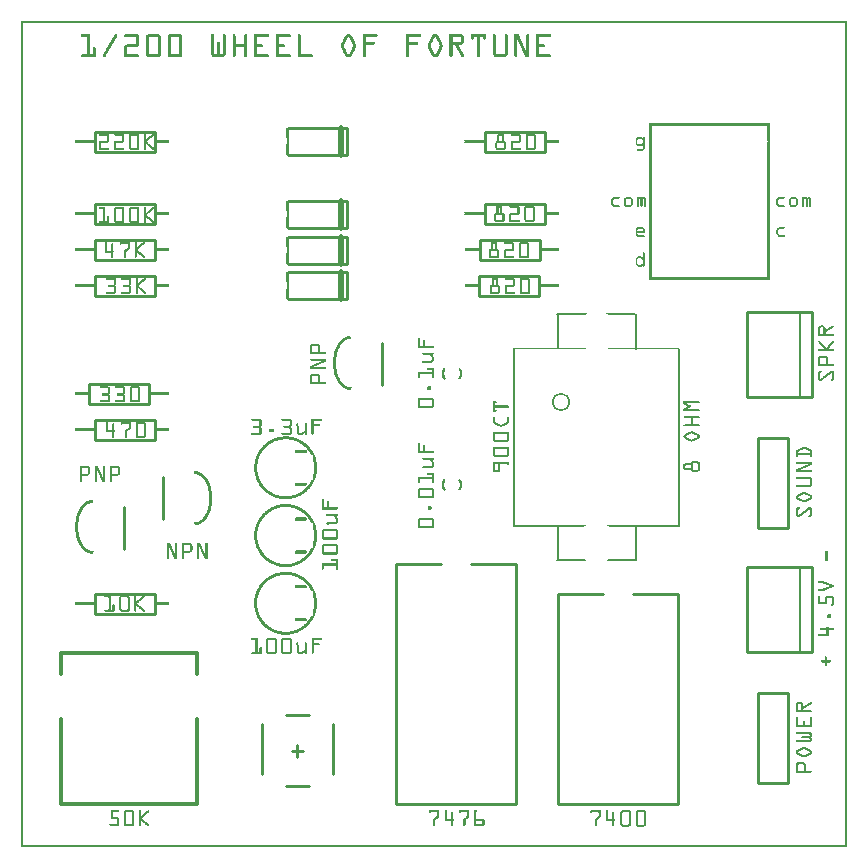
<source format=gto>
G04 MADE WITH FRITZING*
G04 WWW.FRITZING.ORG*
G04 DOUBLE SIDED*
G04 HOLES PLATED*
G04 CONTOUR ON CENTER OF CONTOUR VECTOR*
%ASAXBY*%
%FSLAX23Y23*%
%MOIN*%
%OFA0B0*%
%SFA1.0B1.0*%
%ADD10C,0.060921X0.0509212*%
%ADD11C,0.010000*%
%ADD12C,0.020000*%
%ADD13C,0.005000*%
%ADD14C,0.012500*%
%ADD15R,0.001000X0.001000*%
%LNSILK1*%
G90*
G70*
G54D10*
X1801Y1486D03*
G54D11*
X428Y1480D02*
X228Y1480D01*
D02*
X228Y1480D02*
X228Y1546D01*
D02*
X228Y1546D02*
X428Y1546D01*
D02*
X428Y1546D02*
X428Y1480D01*
D02*
X247Y1426D02*
X447Y1426D01*
D02*
X447Y1426D02*
X447Y1360D01*
D02*
X447Y1360D02*
X247Y1360D01*
D02*
X247Y1360D02*
X247Y1426D01*
D02*
X247Y846D02*
X447Y846D01*
D02*
X447Y846D02*
X447Y780D01*
D02*
X447Y780D02*
X247Y780D01*
D02*
X247Y780D02*
X247Y846D01*
D02*
X248Y1906D02*
X448Y1906D01*
D02*
X448Y1906D02*
X448Y1840D01*
D02*
X448Y1840D02*
X248Y1840D01*
D02*
X248Y1840D02*
X248Y1906D01*
D02*
X247Y2026D02*
X447Y2026D01*
D02*
X447Y2026D02*
X447Y1960D01*
D02*
X447Y1960D02*
X247Y1960D01*
D02*
X247Y1960D02*
X247Y2026D01*
D02*
X247Y2145D02*
X447Y2145D01*
D02*
X447Y2145D02*
X447Y2079D01*
D02*
X447Y2079D02*
X247Y2079D01*
D02*
X247Y2079D02*
X247Y2145D01*
D02*
X247Y2386D02*
X447Y2386D01*
D02*
X447Y2386D02*
X447Y2320D01*
D02*
X447Y2320D02*
X247Y2320D01*
D02*
X247Y2320D02*
X247Y2386D01*
D02*
X1086Y1947D02*
X891Y1947D01*
D02*
X891Y2037D02*
X1086Y2037D01*
D02*
X1086Y2037D02*
X1086Y1947D01*
G54D12*
D02*
X1066Y2037D02*
X1066Y1947D01*
G54D11*
D02*
X1086Y2066D02*
X891Y2066D01*
D02*
X891Y2156D02*
X1086Y2156D01*
D02*
X1086Y2156D02*
X1086Y2066D01*
G54D12*
D02*
X1066Y2156D02*
X1066Y2066D01*
G54D13*
D02*
X1643Y1663D02*
X1643Y1072D01*
D02*
X2194Y1072D02*
X2194Y1663D01*
D02*
X1789Y1665D02*
X1789Y1778D01*
D02*
X2049Y1778D02*
X2049Y1664D01*
D02*
X1789Y1072D02*
X1789Y958D01*
D02*
X2049Y958D02*
X2049Y1072D01*
G54D11*
D02*
X2420Y936D02*
X2420Y651D01*
D02*
X2420Y651D02*
X2636Y651D01*
D02*
X2636Y651D02*
X2636Y936D01*
D02*
X2636Y936D02*
X2420Y936D01*
G54D13*
D02*
X2596Y651D02*
X2596Y936D01*
G54D11*
D02*
X1790Y846D02*
X1790Y146D01*
D02*
X1790Y146D02*
X2190Y146D01*
D02*
X2190Y146D02*
X2190Y846D01*
D02*
X1790Y846D02*
X1940Y846D01*
D02*
X2040Y846D02*
X2190Y846D01*
D02*
X1250Y946D02*
X1250Y146D01*
D02*
X1250Y146D02*
X1650Y146D01*
D02*
X1650Y146D02*
X1650Y946D01*
D02*
X1250Y946D02*
X1400Y946D01*
D02*
X1500Y946D02*
X1650Y946D01*
D02*
X2420Y1786D02*
X2420Y1501D01*
D02*
X2420Y1501D02*
X2636Y1501D01*
D02*
X2636Y1501D02*
X2636Y1786D01*
D02*
X2636Y1786D02*
X2420Y1786D01*
G54D13*
D02*
X2596Y1501D02*
X2596Y1786D01*
G54D11*
D02*
X883Y442D02*
X962Y442D01*
D02*
X804Y245D02*
X804Y413D01*
D02*
X1040Y245D02*
X1040Y413D01*
D02*
X883Y206D02*
X962Y206D01*
D02*
X903Y324D02*
X942Y324D01*
D02*
X922Y344D02*
X922Y304D01*
D02*
X1547Y2386D02*
X1747Y2386D01*
D02*
X1747Y2386D02*
X1747Y2320D01*
D02*
X1747Y2320D02*
X1547Y2320D01*
D02*
X1547Y2320D02*
X1547Y2386D01*
D02*
X1547Y2146D02*
X1747Y2146D01*
D02*
X1747Y2146D02*
X1747Y2080D01*
D02*
X1747Y2080D02*
X1547Y2080D01*
D02*
X1547Y2080D02*
X1547Y2146D01*
D02*
X1729Y1960D02*
X1529Y1960D01*
D02*
X1529Y1960D02*
X1529Y2026D01*
D02*
X1529Y2026D02*
X1729Y2026D01*
D02*
X1729Y2026D02*
X1729Y1960D01*
D02*
X1728Y1840D02*
X1528Y1840D01*
D02*
X1528Y1840D02*
X1528Y1906D01*
D02*
X1528Y1906D02*
X1728Y1906D01*
D02*
X1728Y1906D02*
X1728Y1840D01*
D02*
X2458Y515D02*
X2458Y215D01*
D02*
X2458Y215D02*
X2558Y215D01*
D02*
X2558Y215D02*
X2558Y515D01*
D02*
X2558Y515D02*
X2458Y515D01*
D02*
X1086Y2309D02*
X891Y2309D01*
D02*
X891Y2399D02*
X1086Y2399D01*
D02*
X1086Y2399D02*
X1086Y2309D01*
G54D12*
D02*
X1066Y2399D02*
X1066Y2309D01*
G54D11*
D02*
X345Y1136D02*
X345Y996D01*
D02*
X1205Y1683D02*
X1205Y1543D01*
D02*
X475Y1096D02*
X475Y1236D01*
D02*
X1086Y1828D02*
X891Y1828D01*
D02*
X891Y1918D02*
X1086Y1918D01*
D02*
X1086Y1918D02*
X1086Y1828D01*
G54D12*
D02*
X1066Y1918D02*
X1066Y1828D01*
G54D11*
D02*
X2458Y1366D02*
X2458Y1066D01*
D02*
X2458Y1066D02*
X2558Y1066D01*
D02*
X2558Y1066D02*
X2558Y1366D01*
D02*
X2558Y1366D02*
X2458Y1366D01*
G54D14*
X134Y578D02*
X134Y650D01*
X587Y650D01*
X587Y578D01*
D02*
X587Y430D02*
X587Y147D01*
X134Y147D01*
X134Y430D01*
D02*
G54D15*
X0Y2756D02*
X2755Y2756D01*
X0Y2755D02*
X2755Y2755D01*
X0Y2754D02*
X2755Y2754D01*
X0Y2753D02*
X2755Y2753D01*
X0Y2752D02*
X2755Y2752D01*
X0Y2751D02*
X2755Y2751D01*
X0Y2750D02*
X2755Y2750D01*
X0Y2749D02*
X2755Y2749D01*
X0Y2748D02*
X7Y2748D01*
X2748Y2748D02*
X2755Y2748D01*
X0Y2747D02*
X7Y2747D01*
X2748Y2747D02*
X2755Y2747D01*
X0Y2746D02*
X7Y2746D01*
X2748Y2746D02*
X2755Y2746D01*
X0Y2745D02*
X7Y2745D01*
X2748Y2745D02*
X2755Y2745D01*
X0Y2744D02*
X7Y2744D01*
X2748Y2744D02*
X2755Y2744D01*
X0Y2743D02*
X7Y2743D01*
X2748Y2743D02*
X2755Y2743D01*
X0Y2742D02*
X7Y2742D01*
X2748Y2742D02*
X2755Y2742D01*
X0Y2741D02*
X7Y2741D01*
X2748Y2741D02*
X2755Y2741D01*
X0Y2740D02*
X7Y2740D01*
X2748Y2740D02*
X2755Y2740D01*
X0Y2739D02*
X7Y2739D01*
X2748Y2739D02*
X2755Y2739D01*
X0Y2738D02*
X7Y2738D01*
X2748Y2738D02*
X2755Y2738D01*
X0Y2737D02*
X7Y2737D01*
X2748Y2737D02*
X2755Y2737D01*
X0Y2736D02*
X7Y2736D01*
X2748Y2736D02*
X2755Y2736D01*
X0Y2735D02*
X7Y2735D01*
X2748Y2735D02*
X2755Y2735D01*
X0Y2734D02*
X7Y2734D01*
X2748Y2734D02*
X2755Y2734D01*
X0Y2733D02*
X7Y2733D01*
X2748Y2733D02*
X2755Y2733D01*
X0Y2732D02*
X7Y2732D01*
X2748Y2732D02*
X2755Y2732D01*
X0Y2731D02*
X7Y2731D01*
X2748Y2731D02*
X2755Y2731D01*
X0Y2730D02*
X7Y2730D01*
X2748Y2730D02*
X2755Y2730D01*
X0Y2729D02*
X7Y2729D01*
X2748Y2729D02*
X2755Y2729D01*
X0Y2728D02*
X7Y2728D01*
X2748Y2728D02*
X2755Y2728D01*
X0Y2727D02*
X7Y2727D01*
X2748Y2727D02*
X2755Y2727D01*
X0Y2726D02*
X7Y2726D01*
X2748Y2726D02*
X2755Y2726D01*
X0Y2725D02*
X7Y2725D01*
X2748Y2725D02*
X2755Y2725D01*
X0Y2724D02*
X7Y2724D01*
X2748Y2724D02*
X2755Y2724D01*
X0Y2723D02*
X7Y2723D01*
X2748Y2723D02*
X2755Y2723D01*
X0Y2722D02*
X7Y2722D01*
X2748Y2722D02*
X2755Y2722D01*
X0Y2721D02*
X7Y2721D01*
X2748Y2721D02*
X2755Y2721D01*
X0Y2720D02*
X7Y2720D01*
X2748Y2720D02*
X2755Y2720D01*
X0Y2719D02*
X7Y2719D01*
X2748Y2719D02*
X2755Y2719D01*
X0Y2718D02*
X7Y2718D01*
X2748Y2718D02*
X2755Y2718D01*
X0Y2717D02*
X7Y2717D01*
X2748Y2717D02*
X2755Y2717D01*
X0Y2716D02*
X7Y2716D01*
X2748Y2716D02*
X2755Y2716D01*
X0Y2715D02*
X7Y2715D01*
X2748Y2715D02*
X2755Y2715D01*
X0Y2714D02*
X7Y2714D01*
X2748Y2714D02*
X2755Y2714D01*
X0Y2713D02*
X7Y2713D01*
X2748Y2713D02*
X2755Y2713D01*
X0Y2712D02*
X7Y2712D01*
X204Y2712D02*
X229Y2712D01*
X316Y2712D02*
X318Y2712D01*
X349Y2712D02*
X386Y2712D01*
X425Y2712D02*
X458Y2712D01*
X497Y2712D02*
X531Y2712D01*
X638Y2712D02*
X640Y2712D01*
X677Y2712D02*
X679Y2712D01*
X710Y2712D02*
X712Y2712D01*
X750Y2712D02*
X752Y2712D01*
X779Y2712D02*
X824Y2712D01*
X851Y2712D02*
X896Y2712D01*
X927Y2712D02*
X929Y2712D01*
X1090Y2712D02*
X1094Y2712D01*
X1140Y2712D02*
X1185Y2712D01*
X1285Y2712D02*
X1330Y2712D01*
X1379Y2712D02*
X1384Y2712D01*
X1430Y2712D02*
X1466Y2712D01*
X1502Y2712D02*
X1550Y2712D01*
X1577Y2712D02*
X1580Y2712D01*
X1617Y2712D02*
X1619Y2712D01*
X1646Y2712D02*
X1659Y2712D01*
X1689Y2712D02*
X1692Y2712D01*
X1719Y2712D02*
X1764Y2712D01*
X2748Y2712D02*
X2755Y2712D01*
X0Y2711D02*
X7Y2711D01*
X202Y2711D02*
X229Y2711D01*
X314Y2711D02*
X320Y2711D01*
X347Y2711D02*
X389Y2711D01*
X423Y2711D02*
X461Y2711D01*
X495Y2711D02*
X533Y2711D01*
X636Y2711D02*
X642Y2711D01*
X676Y2711D02*
X681Y2711D01*
X708Y2711D02*
X714Y2711D01*
X748Y2711D02*
X754Y2711D01*
X779Y2711D02*
X826Y2711D01*
X851Y2711D02*
X898Y2711D01*
X925Y2711D02*
X931Y2711D01*
X1087Y2711D02*
X1097Y2711D01*
X1140Y2711D02*
X1187Y2711D01*
X1285Y2711D02*
X1332Y2711D01*
X1376Y2711D02*
X1387Y2711D01*
X1429Y2711D02*
X1469Y2711D01*
X1502Y2711D02*
X1550Y2711D01*
X1576Y2711D02*
X1581Y2711D01*
X1615Y2711D02*
X1621Y2711D01*
X1646Y2711D02*
X1659Y2711D01*
X1688Y2711D02*
X1693Y2711D01*
X1719Y2711D02*
X1766Y2711D01*
X2748Y2711D02*
X2755Y2711D01*
X0Y2710D02*
X7Y2710D01*
X201Y2710D02*
X229Y2710D01*
X313Y2710D02*
X321Y2710D01*
X346Y2710D02*
X390Y2710D01*
X421Y2710D02*
X462Y2710D01*
X493Y2710D02*
X535Y2710D01*
X635Y2710D02*
X642Y2710D01*
X675Y2710D02*
X682Y2710D01*
X707Y2710D02*
X715Y2710D01*
X747Y2710D02*
X754Y2710D01*
X779Y2710D02*
X827Y2710D01*
X851Y2710D02*
X899Y2710D01*
X924Y2710D02*
X932Y2710D01*
X1086Y2710D02*
X1099Y2710D01*
X1140Y2710D02*
X1188Y2710D01*
X1285Y2710D02*
X1333Y2710D01*
X1375Y2710D02*
X1388Y2710D01*
X1429Y2710D02*
X1471Y2710D01*
X1502Y2710D02*
X1550Y2710D01*
X1575Y2710D02*
X1582Y2710D01*
X1615Y2710D02*
X1622Y2710D01*
X1646Y2710D02*
X1660Y2710D01*
X1687Y2710D02*
X1694Y2710D01*
X1719Y2710D02*
X1766Y2710D01*
X2748Y2710D02*
X2755Y2710D01*
X0Y2709D02*
X7Y2709D01*
X201Y2709D02*
X229Y2709D01*
X313Y2709D02*
X321Y2709D01*
X345Y2709D02*
X391Y2709D01*
X420Y2709D02*
X463Y2709D01*
X492Y2709D02*
X536Y2709D01*
X635Y2709D02*
X643Y2709D01*
X674Y2709D02*
X683Y2709D01*
X707Y2709D02*
X715Y2709D01*
X747Y2709D02*
X755Y2709D01*
X779Y2709D02*
X827Y2709D01*
X851Y2709D02*
X900Y2709D01*
X924Y2709D02*
X932Y2709D01*
X1084Y2709D02*
X1100Y2709D01*
X1140Y2709D02*
X1189Y2709D01*
X1285Y2709D02*
X1333Y2709D01*
X1373Y2709D02*
X1389Y2709D01*
X1429Y2709D02*
X1472Y2709D01*
X1502Y2709D02*
X1550Y2709D01*
X1574Y2709D02*
X1583Y2709D01*
X1614Y2709D02*
X1622Y2709D01*
X1646Y2709D02*
X1660Y2709D01*
X1686Y2709D02*
X1695Y2709D01*
X1719Y2709D02*
X1767Y2709D01*
X2748Y2709D02*
X2755Y2709D01*
X0Y2708D02*
X7Y2708D01*
X201Y2708D02*
X229Y2708D01*
X312Y2708D02*
X321Y2708D01*
X345Y2708D02*
X392Y2708D01*
X419Y2708D02*
X464Y2708D01*
X492Y2708D02*
X537Y2708D01*
X634Y2708D02*
X643Y2708D01*
X674Y2708D02*
X683Y2708D01*
X707Y2708D02*
X715Y2708D01*
X746Y2708D02*
X755Y2708D01*
X779Y2708D02*
X827Y2708D01*
X851Y2708D02*
X900Y2708D01*
X924Y2708D02*
X932Y2708D01*
X1083Y2708D02*
X1101Y2708D01*
X1140Y2708D02*
X1189Y2708D01*
X1285Y2708D02*
X1333Y2708D01*
X1372Y2708D02*
X1391Y2708D01*
X1429Y2708D02*
X1473Y2708D01*
X1502Y2708D02*
X1550Y2708D01*
X1574Y2708D02*
X1583Y2708D01*
X1614Y2708D02*
X1623Y2708D01*
X1646Y2708D02*
X1660Y2708D01*
X1686Y2708D02*
X1695Y2708D01*
X1719Y2708D02*
X1767Y2708D01*
X2748Y2708D02*
X2755Y2708D01*
X0Y2707D02*
X7Y2707D01*
X201Y2707D02*
X229Y2707D01*
X311Y2707D02*
X322Y2707D01*
X345Y2707D02*
X393Y2707D01*
X419Y2707D02*
X465Y2707D01*
X491Y2707D02*
X537Y2707D01*
X634Y2707D02*
X643Y2707D01*
X674Y2707D02*
X683Y2707D01*
X707Y2707D02*
X716Y2707D01*
X746Y2707D02*
X755Y2707D01*
X779Y2707D02*
X828Y2707D01*
X851Y2707D02*
X900Y2707D01*
X923Y2707D02*
X932Y2707D01*
X1082Y2707D02*
X1102Y2707D01*
X1140Y2707D02*
X1189Y2707D01*
X1285Y2707D02*
X1334Y2707D01*
X1372Y2707D02*
X1391Y2707D01*
X1429Y2707D02*
X1474Y2707D01*
X1502Y2707D02*
X1550Y2707D01*
X1574Y2707D02*
X1583Y2707D01*
X1614Y2707D02*
X1623Y2707D01*
X1646Y2707D02*
X1661Y2707D01*
X1686Y2707D02*
X1695Y2707D01*
X1719Y2707D02*
X1767Y2707D01*
X2748Y2707D02*
X2755Y2707D01*
X0Y2706D02*
X7Y2706D01*
X201Y2706D02*
X229Y2706D01*
X311Y2706D02*
X321Y2706D01*
X345Y2706D02*
X393Y2706D01*
X418Y2706D02*
X465Y2706D01*
X490Y2706D02*
X538Y2706D01*
X634Y2706D02*
X643Y2706D01*
X674Y2706D02*
X683Y2706D01*
X707Y2706D02*
X716Y2706D01*
X746Y2706D02*
X755Y2706D01*
X779Y2706D02*
X827Y2706D01*
X851Y2706D02*
X900Y2706D01*
X923Y2706D02*
X932Y2706D01*
X1082Y2706D02*
X1103Y2706D01*
X1140Y2706D02*
X1189Y2706D01*
X1285Y2706D02*
X1333Y2706D01*
X1371Y2706D02*
X1392Y2706D01*
X1429Y2706D02*
X1475Y2706D01*
X1502Y2706D02*
X1550Y2706D01*
X1574Y2706D02*
X1583Y2706D01*
X1614Y2706D02*
X1623Y2706D01*
X1646Y2706D02*
X1661Y2706D01*
X1686Y2706D02*
X1695Y2706D01*
X1719Y2706D02*
X1767Y2706D01*
X2748Y2706D02*
X2755Y2706D01*
X0Y2705D02*
X7Y2705D01*
X201Y2705D02*
X229Y2705D01*
X310Y2705D02*
X321Y2705D01*
X346Y2705D02*
X393Y2705D01*
X418Y2705D02*
X466Y2705D01*
X490Y2705D02*
X538Y2705D01*
X634Y2705D02*
X643Y2705D01*
X674Y2705D02*
X683Y2705D01*
X707Y2705D02*
X716Y2705D01*
X746Y2705D02*
X755Y2705D01*
X779Y2705D02*
X827Y2705D01*
X851Y2705D02*
X899Y2705D01*
X923Y2705D02*
X932Y2705D01*
X1081Y2705D02*
X1104Y2705D01*
X1140Y2705D02*
X1188Y2705D01*
X1285Y2705D02*
X1333Y2705D01*
X1370Y2705D02*
X1393Y2705D01*
X1429Y2705D02*
X1476Y2705D01*
X1502Y2705D02*
X1550Y2705D01*
X1574Y2705D02*
X1583Y2705D01*
X1614Y2705D02*
X1623Y2705D01*
X1646Y2705D02*
X1662Y2705D01*
X1686Y2705D02*
X1695Y2705D01*
X1719Y2705D02*
X1767Y2705D01*
X2748Y2705D02*
X2755Y2705D01*
X0Y2704D02*
X7Y2704D01*
X202Y2704D02*
X229Y2704D01*
X310Y2704D02*
X320Y2704D01*
X346Y2704D02*
X394Y2704D01*
X418Y2704D02*
X466Y2704D01*
X490Y2704D02*
X538Y2704D01*
X634Y2704D02*
X643Y2704D01*
X674Y2704D02*
X683Y2704D01*
X707Y2704D02*
X716Y2704D01*
X746Y2704D02*
X755Y2704D01*
X779Y2704D02*
X826Y2704D01*
X851Y2704D02*
X899Y2704D01*
X923Y2704D02*
X932Y2704D01*
X1081Y2704D02*
X1104Y2704D01*
X1140Y2704D02*
X1188Y2704D01*
X1285Y2704D02*
X1332Y2704D01*
X1370Y2704D02*
X1393Y2704D01*
X1429Y2704D02*
X1476Y2704D01*
X1502Y2704D02*
X1550Y2704D01*
X1574Y2704D02*
X1583Y2704D01*
X1614Y2704D02*
X1623Y2704D01*
X1646Y2704D02*
X1662Y2704D01*
X1686Y2704D02*
X1695Y2704D01*
X1719Y2704D02*
X1766Y2704D01*
X2748Y2704D02*
X2755Y2704D01*
X0Y2703D02*
X7Y2703D01*
X203Y2703D02*
X229Y2703D01*
X309Y2703D02*
X320Y2703D01*
X348Y2703D02*
X394Y2703D01*
X417Y2703D02*
X466Y2703D01*
X490Y2703D02*
X538Y2703D01*
X634Y2703D02*
X643Y2703D01*
X674Y2703D02*
X683Y2703D01*
X707Y2703D02*
X716Y2703D01*
X746Y2703D02*
X755Y2703D01*
X779Y2703D02*
X825Y2703D01*
X851Y2703D02*
X897Y2703D01*
X923Y2703D02*
X932Y2703D01*
X1080Y2703D02*
X1105Y2703D01*
X1140Y2703D02*
X1187Y2703D01*
X1285Y2703D02*
X1331Y2703D01*
X1369Y2703D02*
X1394Y2703D01*
X1429Y2703D02*
X1477Y2703D01*
X1502Y2703D02*
X1550Y2703D01*
X1574Y2703D02*
X1583Y2703D01*
X1614Y2703D02*
X1623Y2703D01*
X1646Y2703D02*
X1663Y2703D01*
X1686Y2703D02*
X1695Y2703D01*
X1719Y2703D02*
X1765Y2703D01*
X2748Y2703D02*
X2755Y2703D01*
X0Y2702D02*
X7Y2702D01*
X220Y2702D02*
X229Y2702D01*
X309Y2702D02*
X319Y2702D01*
X385Y2702D02*
X394Y2702D01*
X417Y2702D02*
X427Y2702D01*
X457Y2702D02*
X466Y2702D01*
X490Y2702D02*
X499Y2702D01*
X529Y2702D02*
X538Y2702D01*
X634Y2702D02*
X643Y2702D01*
X674Y2702D02*
X683Y2702D01*
X707Y2702D02*
X716Y2702D01*
X746Y2702D02*
X755Y2702D01*
X779Y2702D02*
X788Y2702D01*
X851Y2702D02*
X860Y2702D01*
X923Y2702D02*
X932Y2702D01*
X1080Y2702D02*
X1091Y2702D01*
X1094Y2702D02*
X1105Y2702D01*
X1140Y2702D02*
X1150Y2702D01*
X1285Y2702D02*
X1294Y2702D01*
X1369Y2702D02*
X1380Y2702D01*
X1383Y2702D02*
X1394Y2702D01*
X1429Y2702D02*
X1439Y2702D01*
X1465Y2702D02*
X1477Y2702D01*
X1502Y2702D02*
X1511Y2702D01*
X1521Y2702D02*
X1531Y2702D01*
X1541Y2702D02*
X1550Y2702D01*
X1574Y2702D02*
X1583Y2702D01*
X1614Y2702D02*
X1623Y2702D01*
X1646Y2702D02*
X1663Y2702D01*
X1686Y2702D02*
X1695Y2702D01*
X1719Y2702D02*
X1728Y2702D01*
X2748Y2702D02*
X2755Y2702D01*
X0Y2701D02*
X7Y2701D01*
X220Y2701D02*
X229Y2701D01*
X308Y2701D02*
X319Y2701D01*
X385Y2701D02*
X394Y2701D01*
X417Y2701D02*
X426Y2701D01*
X457Y2701D02*
X466Y2701D01*
X490Y2701D02*
X499Y2701D01*
X529Y2701D02*
X538Y2701D01*
X634Y2701D02*
X643Y2701D01*
X674Y2701D02*
X683Y2701D01*
X707Y2701D02*
X716Y2701D01*
X746Y2701D02*
X755Y2701D01*
X779Y2701D02*
X788Y2701D01*
X851Y2701D02*
X860Y2701D01*
X923Y2701D02*
X932Y2701D01*
X1079Y2701D02*
X1090Y2701D01*
X1095Y2701D02*
X1106Y2701D01*
X1140Y2701D02*
X1149Y2701D01*
X1285Y2701D02*
X1294Y2701D01*
X1368Y2701D02*
X1379Y2701D01*
X1384Y2701D02*
X1395Y2701D01*
X1429Y2701D02*
X1439Y2701D01*
X1467Y2701D02*
X1478Y2701D01*
X1502Y2701D02*
X1511Y2701D01*
X1521Y2701D02*
X1531Y2701D01*
X1541Y2701D02*
X1550Y2701D01*
X1574Y2701D02*
X1583Y2701D01*
X1614Y2701D02*
X1623Y2701D01*
X1646Y2701D02*
X1664Y2701D01*
X1686Y2701D02*
X1695Y2701D01*
X1719Y2701D02*
X1728Y2701D01*
X2748Y2701D02*
X2755Y2701D01*
X0Y2700D02*
X7Y2700D01*
X220Y2700D02*
X229Y2700D01*
X307Y2700D02*
X318Y2700D01*
X385Y2700D02*
X394Y2700D01*
X417Y2700D02*
X426Y2700D01*
X457Y2700D02*
X466Y2700D01*
X490Y2700D02*
X499Y2700D01*
X529Y2700D02*
X538Y2700D01*
X634Y2700D02*
X643Y2700D01*
X674Y2700D02*
X683Y2700D01*
X707Y2700D02*
X716Y2700D01*
X746Y2700D02*
X755Y2700D01*
X779Y2700D02*
X788Y2700D01*
X851Y2700D02*
X860Y2700D01*
X923Y2700D02*
X932Y2700D01*
X1079Y2700D02*
X1089Y2700D01*
X1096Y2700D02*
X1106Y2700D01*
X1140Y2700D02*
X1149Y2700D01*
X1285Y2700D02*
X1294Y2700D01*
X1368Y2700D02*
X1378Y2700D01*
X1385Y2700D02*
X1395Y2700D01*
X1429Y2700D02*
X1439Y2700D01*
X1468Y2700D02*
X1478Y2700D01*
X1502Y2700D02*
X1511Y2700D01*
X1521Y2700D02*
X1531Y2700D01*
X1541Y2700D02*
X1550Y2700D01*
X1574Y2700D02*
X1583Y2700D01*
X1614Y2700D02*
X1623Y2700D01*
X1646Y2700D02*
X1664Y2700D01*
X1686Y2700D02*
X1695Y2700D01*
X1719Y2700D02*
X1728Y2700D01*
X2748Y2700D02*
X2755Y2700D01*
X0Y2699D02*
X7Y2699D01*
X220Y2699D02*
X229Y2699D01*
X307Y2699D02*
X318Y2699D01*
X385Y2699D02*
X394Y2699D01*
X417Y2699D02*
X426Y2699D01*
X457Y2699D02*
X466Y2699D01*
X490Y2699D02*
X499Y2699D01*
X529Y2699D02*
X538Y2699D01*
X634Y2699D02*
X643Y2699D01*
X674Y2699D02*
X683Y2699D01*
X707Y2699D02*
X716Y2699D01*
X746Y2699D02*
X755Y2699D01*
X779Y2699D02*
X788Y2699D01*
X851Y2699D02*
X860Y2699D01*
X923Y2699D02*
X932Y2699D01*
X1078Y2699D02*
X1088Y2699D01*
X1096Y2699D02*
X1107Y2699D01*
X1140Y2699D02*
X1149Y2699D01*
X1285Y2699D02*
X1294Y2699D01*
X1367Y2699D02*
X1378Y2699D01*
X1385Y2699D02*
X1396Y2699D01*
X1429Y2699D02*
X1439Y2699D01*
X1469Y2699D02*
X1478Y2699D01*
X1502Y2699D02*
X1511Y2699D01*
X1521Y2699D02*
X1531Y2699D01*
X1541Y2699D02*
X1550Y2699D01*
X1574Y2699D02*
X1583Y2699D01*
X1614Y2699D02*
X1623Y2699D01*
X1646Y2699D02*
X1664Y2699D01*
X1686Y2699D02*
X1695Y2699D01*
X1719Y2699D02*
X1728Y2699D01*
X2748Y2699D02*
X2755Y2699D01*
X0Y2698D02*
X7Y2698D01*
X220Y2698D02*
X229Y2698D01*
X306Y2698D02*
X317Y2698D01*
X385Y2698D02*
X394Y2698D01*
X417Y2698D02*
X426Y2698D01*
X457Y2698D02*
X466Y2698D01*
X490Y2698D02*
X499Y2698D01*
X529Y2698D02*
X538Y2698D01*
X634Y2698D02*
X643Y2698D01*
X674Y2698D02*
X683Y2698D01*
X707Y2698D02*
X716Y2698D01*
X746Y2698D02*
X755Y2698D01*
X779Y2698D02*
X788Y2698D01*
X851Y2698D02*
X860Y2698D01*
X923Y2698D02*
X932Y2698D01*
X1078Y2698D02*
X1088Y2698D01*
X1097Y2698D02*
X1107Y2698D01*
X1140Y2698D02*
X1149Y2698D01*
X1285Y2698D02*
X1294Y2698D01*
X1367Y2698D02*
X1377Y2698D01*
X1386Y2698D02*
X1396Y2698D01*
X1429Y2698D02*
X1439Y2698D01*
X1469Y2698D02*
X1478Y2698D01*
X1502Y2698D02*
X1511Y2698D01*
X1521Y2698D02*
X1531Y2698D01*
X1542Y2698D02*
X1550Y2698D01*
X1574Y2698D02*
X1583Y2698D01*
X1614Y2698D02*
X1623Y2698D01*
X1646Y2698D02*
X1665Y2698D01*
X1686Y2698D02*
X1695Y2698D01*
X1719Y2698D02*
X1728Y2698D01*
X2748Y2698D02*
X2755Y2698D01*
X0Y2697D02*
X7Y2697D01*
X220Y2697D02*
X229Y2697D01*
X306Y2697D02*
X316Y2697D01*
X385Y2697D02*
X394Y2697D01*
X417Y2697D02*
X426Y2697D01*
X457Y2697D02*
X466Y2697D01*
X490Y2697D02*
X499Y2697D01*
X529Y2697D02*
X538Y2697D01*
X634Y2697D02*
X643Y2697D01*
X674Y2697D02*
X683Y2697D01*
X707Y2697D02*
X716Y2697D01*
X746Y2697D02*
X755Y2697D01*
X779Y2697D02*
X788Y2697D01*
X851Y2697D02*
X860Y2697D01*
X923Y2697D02*
X932Y2697D01*
X1077Y2697D02*
X1087Y2697D01*
X1097Y2697D02*
X1108Y2697D01*
X1140Y2697D02*
X1149Y2697D01*
X1285Y2697D02*
X1294Y2697D01*
X1366Y2697D02*
X1377Y2697D01*
X1386Y2697D02*
X1397Y2697D01*
X1429Y2697D02*
X1439Y2697D01*
X1469Y2697D02*
X1478Y2697D01*
X1502Y2697D02*
X1510Y2697D01*
X1521Y2697D02*
X1531Y2697D01*
X1542Y2697D02*
X1550Y2697D01*
X1574Y2697D02*
X1583Y2697D01*
X1614Y2697D02*
X1623Y2697D01*
X1646Y2697D02*
X1665Y2697D01*
X1686Y2697D02*
X1695Y2697D01*
X1719Y2697D02*
X1728Y2697D01*
X2748Y2697D02*
X2755Y2697D01*
X0Y2696D02*
X7Y2696D01*
X220Y2696D02*
X229Y2696D01*
X305Y2696D02*
X316Y2696D01*
X385Y2696D02*
X394Y2696D01*
X417Y2696D02*
X426Y2696D01*
X457Y2696D02*
X466Y2696D01*
X490Y2696D02*
X499Y2696D01*
X529Y2696D02*
X538Y2696D01*
X634Y2696D02*
X643Y2696D01*
X674Y2696D02*
X683Y2696D01*
X707Y2696D02*
X716Y2696D01*
X746Y2696D02*
X755Y2696D01*
X779Y2696D02*
X788Y2696D01*
X851Y2696D02*
X860Y2696D01*
X923Y2696D02*
X932Y2696D01*
X1077Y2696D02*
X1087Y2696D01*
X1098Y2696D02*
X1108Y2696D01*
X1140Y2696D02*
X1149Y2696D01*
X1285Y2696D02*
X1294Y2696D01*
X1366Y2696D02*
X1376Y2696D01*
X1387Y2696D02*
X1397Y2696D01*
X1429Y2696D02*
X1439Y2696D01*
X1469Y2696D02*
X1478Y2696D01*
X1503Y2696D02*
X1510Y2696D01*
X1521Y2696D02*
X1531Y2696D01*
X1542Y2696D02*
X1550Y2696D01*
X1574Y2696D02*
X1583Y2696D01*
X1614Y2696D02*
X1623Y2696D01*
X1646Y2696D02*
X1666Y2696D01*
X1686Y2696D02*
X1695Y2696D01*
X1719Y2696D02*
X1728Y2696D01*
X2748Y2696D02*
X2755Y2696D01*
X0Y2695D02*
X7Y2695D01*
X220Y2695D02*
X229Y2695D01*
X304Y2695D02*
X315Y2695D01*
X385Y2695D02*
X394Y2695D01*
X417Y2695D02*
X426Y2695D01*
X457Y2695D02*
X466Y2695D01*
X490Y2695D02*
X499Y2695D01*
X529Y2695D02*
X538Y2695D01*
X634Y2695D02*
X643Y2695D01*
X674Y2695D02*
X683Y2695D01*
X707Y2695D02*
X716Y2695D01*
X746Y2695D02*
X755Y2695D01*
X779Y2695D02*
X788Y2695D01*
X851Y2695D02*
X860Y2695D01*
X923Y2695D02*
X932Y2695D01*
X1076Y2695D02*
X1086Y2695D01*
X1098Y2695D02*
X1109Y2695D01*
X1140Y2695D02*
X1149Y2695D01*
X1285Y2695D02*
X1294Y2695D01*
X1365Y2695D02*
X1376Y2695D01*
X1387Y2695D02*
X1398Y2695D01*
X1429Y2695D02*
X1439Y2695D01*
X1469Y2695D02*
X1478Y2695D01*
X1503Y2695D02*
X1509Y2695D01*
X1521Y2695D02*
X1531Y2695D01*
X1543Y2695D02*
X1549Y2695D01*
X1574Y2695D02*
X1583Y2695D01*
X1614Y2695D02*
X1623Y2695D01*
X1646Y2695D02*
X1666Y2695D01*
X1686Y2695D02*
X1695Y2695D01*
X1719Y2695D02*
X1728Y2695D01*
X2748Y2695D02*
X2755Y2695D01*
X0Y2694D02*
X7Y2694D01*
X220Y2694D02*
X229Y2694D01*
X304Y2694D02*
X315Y2694D01*
X385Y2694D02*
X394Y2694D01*
X417Y2694D02*
X426Y2694D01*
X457Y2694D02*
X466Y2694D01*
X490Y2694D02*
X499Y2694D01*
X529Y2694D02*
X538Y2694D01*
X634Y2694D02*
X643Y2694D01*
X674Y2694D02*
X683Y2694D01*
X707Y2694D02*
X716Y2694D01*
X746Y2694D02*
X755Y2694D01*
X779Y2694D02*
X788Y2694D01*
X851Y2694D02*
X860Y2694D01*
X923Y2694D02*
X932Y2694D01*
X1076Y2694D02*
X1086Y2694D01*
X1099Y2694D02*
X1109Y2694D01*
X1140Y2694D02*
X1149Y2694D01*
X1285Y2694D02*
X1294Y2694D01*
X1365Y2694D02*
X1375Y2694D01*
X1388Y2694D02*
X1398Y2694D01*
X1429Y2694D02*
X1439Y2694D01*
X1469Y2694D02*
X1478Y2694D01*
X1505Y2694D02*
X1507Y2694D01*
X1521Y2694D02*
X1531Y2694D01*
X1545Y2694D02*
X1547Y2694D01*
X1574Y2694D02*
X1583Y2694D01*
X1614Y2694D02*
X1623Y2694D01*
X1646Y2694D02*
X1667Y2694D01*
X1686Y2694D02*
X1695Y2694D01*
X1719Y2694D02*
X1728Y2694D01*
X2748Y2694D02*
X2755Y2694D01*
X0Y2693D02*
X7Y2693D01*
X220Y2693D02*
X229Y2693D01*
X303Y2693D02*
X314Y2693D01*
X385Y2693D02*
X394Y2693D01*
X417Y2693D02*
X426Y2693D01*
X457Y2693D02*
X466Y2693D01*
X490Y2693D02*
X499Y2693D01*
X529Y2693D02*
X538Y2693D01*
X634Y2693D02*
X643Y2693D01*
X674Y2693D02*
X683Y2693D01*
X707Y2693D02*
X716Y2693D01*
X746Y2693D02*
X755Y2693D01*
X779Y2693D02*
X788Y2693D01*
X851Y2693D02*
X860Y2693D01*
X923Y2693D02*
X932Y2693D01*
X1075Y2693D02*
X1085Y2693D01*
X1099Y2693D02*
X1110Y2693D01*
X1140Y2693D02*
X1149Y2693D01*
X1285Y2693D02*
X1294Y2693D01*
X1364Y2693D02*
X1375Y2693D01*
X1388Y2693D02*
X1399Y2693D01*
X1429Y2693D02*
X1439Y2693D01*
X1469Y2693D02*
X1478Y2693D01*
X1521Y2693D02*
X1531Y2693D01*
X1574Y2693D02*
X1583Y2693D01*
X1614Y2693D02*
X1623Y2693D01*
X1646Y2693D02*
X1655Y2693D01*
X1657Y2693D02*
X1667Y2693D01*
X1686Y2693D02*
X1695Y2693D01*
X1719Y2693D02*
X1728Y2693D01*
X2748Y2693D02*
X2755Y2693D01*
X0Y2692D02*
X7Y2692D01*
X220Y2692D02*
X229Y2692D01*
X303Y2692D02*
X313Y2692D01*
X385Y2692D02*
X394Y2692D01*
X417Y2692D02*
X426Y2692D01*
X457Y2692D02*
X466Y2692D01*
X490Y2692D02*
X499Y2692D01*
X529Y2692D02*
X538Y2692D01*
X634Y2692D02*
X643Y2692D01*
X674Y2692D02*
X683Y2692D01*
X707Y2692D02*
X716Y2692D01*
X746Y2692D02*
X755Y2692D01*
X779Y2692D02*
X788Y2692D01*
X851Y2692D02*
X860Y2692D01*
X923Y2692D02*
X932Y2692D01*
X1075Y2692D02*
X1085Y2692D01*
X1100Y2692D02*
X1110Y2692D01*
X1140Y2692D02*
X1149Y2692D01*
X1285Y2692D02*
X1294Y2692D01*
X1364Y2692D02*
X1374Y2692D01*
X1389Y2692D02*
X1399Y2692D01*
X1429Y2692D02*
X1439Y2692D01*
X1469Y2692D02*
X1478Y2692D01*
X1521Y2692D02*
X1531Y2692D01*
X1574Y2692D02*
X1583Y2692D01*
X1614Y2692D02*
X1623Y2692D01*
X1646Y2692D02*
X1655Y2692D01*
X1657Y2692D02*
X1667Y2692D01*
X1686Y2692D02*
X1695Y2692D01*
X1719Y2692D02*
X1728Y2692D01*
X2748Y2692D02*
X2755Y2692D01*
X0Y2691D02*
X7Y2691D01*
X220Y2691D02*
X229Y2691D01*
X302Y2691D02*
X313Y2691D01*
X385Y2691D02*
X394Y2691D01*
X417Y2691D02*
X426Y2691D01*
X457Y2691D02*
X466Y2691D01*
X490Y2691D02*
X499Y2691D01*
X529Y2691D02*
X538Y2691D01*
X634Y2691D02*
X643Y2691D01*
X674Y2691D02*
X683Y2691D01*
X707Y2691D02*
X716Y2691D01*
X746Y2691D02*
X755Y2691D01*
X779Y2691D02*
X788Y2691D01*
X851Y2691D02*
X860Y2691D01*
X923Y2691D02*
X932Y2691D01*
X1074Y2691D02*
X1084Y2691D01*
X1100Y2691D02*
X1111Y2691D01*
X1140Y2691D02*
X1149Y2691D01*
X1285Y2691D02*
X1294Y2691D01*
X1363Y2691D02*
X1374Y2691D01*
X1389Y2691D02*
X1400Y2691D01*
X1429Y2691D02*
X1439Y2691D01*
X1469Y2691D02*
X1478Y2691D01*
X1521Y2691D02*
X1531Y2691D01*
X1574Y2691D02*
X1583Y2691D01*
X1614Y2691D02*
X1623Y2691D01*
X1646Y2691D02*
X1655Y2691D01*
X1658Y2691D02*
X1668Y2691D01*
X1686Y2691D02*
X1695Y2691D01*
X1719Y2691D02*
X1728Y2691D01*
X2748Y2691D02*
X2755Y2691D01*
X0Y2690D02*
X7Y2690D01*
X220Y2690D02*
X229Y2690D01*
X302Y2690D02*
X312Y2690D01*
X385Y2690D02*
X394Y2690D01*
X417Y2690D02*
X426Y2690D01*
X457Y2690D02*
X466Y2690D01*
X490Y2690D02*
X499Y2690D01*
X529Y2690D02*
X538Y2690D01*
X634Y2690D02*
X643Y2690D01*
X674Y2690D02*
X683Y2690D01*
X707Y2690D02*
X716Y2690D01*
X746Y2690D02*
X755Y2690D01*
X779Y2690D02*
X788Y2690D01*
X851Y2690D02*
X860Y2690D01*
X923Y2690D02*
X932Y2690D01*
X1074Y2690D02*
X1084Y2690D01*
X1101Y2690D02*
X1111Y2690D01*
X1140Y2690D02*
X1149Y2690D01*
X1285Y2690D02*
X1294Y2690D01*
X1363Y2690D02*
X1373Y2690D01*
X1390Y2690D02*
X1400Y2690D01*
X1429Y2690D02*
X1439Y2690D01*
X1469Y2690D02*
X1478Y2690D01*
X1521Y2690D02*
X1531Y2690D01*
X1574Y2690D02*
X1583Y2690D01*
X1614Y2690D02*
X1623Y2690D01*
X1646Y2690D02*
X1655Y2690D01*
X1658Y2690D02*
X1668Y2690D01*
X1686Y2690D02*
X1695Y2690D01*
X1719Y2690D02*
X1728Y2690D01*
X2748Y2690D02*
X2755Y2690D01*
X0Y2689D02*
X7Y2689D01*
X220Y2689D02*
X229Y2689D01*
X301Y2689D02*
X312Y2689D01*
X385Y2689D02*
X394Y2689D01*
X417Y2689D02*
X426Y2689D01*
X457Y2689D02*
X466Y2689D01*
X490Y2689D02*
X499Y2689D01*
X529Y2689D02*
X538Y2689D01*
X634Y2689D02*
X643Y2689D01*
X674Y2689D02*
X683Y2689D01*
X707Y2689D02*
X716Y2689D01*
X746Y2689D02*
X755Y2689D01*
X779Y2689D02*
X788Y2689D01*
X851Y2689D02*
X860Y2689D01*
X923Y2689D02*
X932Y2689D01*
X1073Y2689D02*
X1083Y2689D01*
X1101Y2689D02*
X1112Y2689D01*
X1140Y2689D02*
X1149Y2689D01*
X1285Y2689D02*
X1294Y2689D01*
X1362Y2689D02*
X1373Y2689D01*
X1390Y2689D02*
X1401Y2689D01*
X1429Y2689D02*
X1439Y2689D01*
X1468Y2689D02*
X1478Y2689D01*
X1521Y2689D02*
X1531Y2689D01*
X1574Y2689D02*
X1583Y2689D01*
X1614Y2689D02*
X1623Y2689D01*
X1646Y2689D02*
X1655Y2689D01*
X1659Y2689D02*
X1669Y2689D01*
X1686Y2689D02*
X1695Y2689D01*
X1719Y2689D02*
X1728Y2689D01*
X2748Y2689D02*
X2755Y2689D01*
X0Y2688D02*
X7Y2688D01*
X220Y2688D02*
X229Y2688D01*
X300Y2688D02*
X311Y2688D01*
X385Y2688D02*
X394Y2688D01*
X417Y2688D02*
X426Y2688D01*
X457Y2688D02*
X466Y2688D01*
X490Y2688D02*
X499Y2688D01*
X529Y2688D02*
X538Y2688D01*
X634Y2688D02*
X643Y2688D01*
X674Y2688D02*
X683Y2688D01*
X707Y2688D02*
X716Y2688D01*
X746Y2688D02*
X755Y2688D01*
X779Y2688D02*
X788Y2688D01*
X851Y2688D02*
X860Y2688D01*
X923Y2688D02*
X932Y2688D01*
X1073Y2688D02*
X1083Y2688D01*
X1102Y2688D02*
X1112Y2688D01*
X1140Y2688D02*
X1149Y2688D01*
X1285Y2688D02*
X1294Y2688D01*
X1362Y2688D02*
X1372Y2688D01*
X1391Y2688D02*
X1401Y2688D01*
X1429Y2688D02*
X1439Y2688D01*
X1467Y2688D02*
X1478Y2688D01*
X1521Y2688D02*
X1531Y2688D01*
X1574Y2688D02*
X1583Y2688D01*
X1614Y2688D02*
X1623Y2688D01*
X1646Y2688D02*
X1655Y2688D01*
X1659Y2688D02*
X1669Y2688D01*
X1686Y2688D02*
X1695Y2688D01*
X1719Y2688D02*
X1728Y2688D01*
X2748Y2688D02*
X2755Y2688D01*
X0Y2687D02*
X7Y2687D01*
X220Y2687D02*
X229Y2687D01*
X300Y2687D02*
X311Y2687D01*
X385Y2687D02*
X394Y2687D01*
X417Y2687D02*
X426Y2687D01*
X457Y2687D02*
X466Y2687D01*
X490Y2687D02*
X499Y2687D01*
X529Y2687D02*
X538Y2687D01*
X634Y2687D02*
X643Y2687D01*
X674Y2687D02*
X683Y2687D01*
X707Y2687D02*
X716Y2687D01*
X746Y2687D02*
X755Y2687D01*
X779Y2687D02*
X788Y2687D01*
X851Y2687D02*
X860Y2687D01*
X923Y2687D02*
X932Y2687D01*
X1072Y2687D02*
X1082Y2687D01*
X1102Y2687D02*
X1113Y2687D01*
X1140Y2687D02*
X1150Y2687D01*
X1285Y2687D02*
X1294Y2687D01*
X1361Y2687D02*
X1372Y2687D01*
X1391Y2687D02*
X1402Y2687D01*
X1429Y2687D02*
X1439Y2687D01*
X1465Y2687D02*
X1477Y2687D01*
X1521Y2687D02*
X1531Y2687D01*
X1574Y2687D02*
X1583Y2687D01*
X1614Y2687D02*
X1623Y2687D01*
X1646Y2687D02*
X1655Y2687D01*
X1660Y2687D02*
X1670Y2687D01*
X1686Y2687D02*
X1695Y2687D01*
X1719Y2687D02*
X1728Y2687D01*
X2748Y2687D02*
X2755Y2687D01*
X0Y2686D02*
X7Y2686D01*
X220Y2686D02*
X229Y2686D01*
X299Y2686D02*
X310Y2686D01*
X385Y2686D02*
X394Y2686D01*
X417Y2686D02*
X426Y2686D01*
X457Y2686D02*
X466Y2686D01*
X490Y2686D02*
X499Y2686D01*
X529Y2686D02*
X538Y2686D01*
X634Y2686D02*
X643Y2686D01*
X657Y2686D02*
X661Y2686D01*
X674Y2686D02*
X683Y2686D01*
X707Y2686D02*
X716Y2686D01*
X746Y2686D02*
X755Y2686D01*
X779Y2686D02*
X788Y2686D01*
X851Y2686D02*
X860Y2686D01*
X923Y2686D02*
X932Y2686D01*
X1072Y2686D02*
X1082Y2686D01*
X1103Y2686D02*
X1113Y2686D01*
X1140Y2686D02*
X1177Y2686D01*
X1285Y2686D02*
X1321Y2686D01*
X1361Y2686D02*
X1371Y2686D01*
X1392Y2686D02*
X1402Y2686D01*
X1429Y2686D02*
X1477Y2686D01*
X1521Y2686D02*
X1531Y2686D01*
X1574Y2686D02*
X1583Y2686D01*
X1614Y2686D02*
X1623Y2686D01*
X1646Y2686D02*
X1655Y2686D01*
X1660Y2686D02*
X1670Y2686D01*
X1686Y2686D02*
X1695Y2686D01*
X1719Y2686D02*
X1728Y2686D01*
X2748Y2686D02*
X2755Y2686D01*
X0Y2685D02*
X7Y2685D01*
X220Y2685D02*
X229Y2685D01*
X299Y2685D02*
X309Y2685D01*
X385Y2685D02*
X394Y2685D01*
X417Y2685D02*
X426Y2685D01*
X457Y2685D02*
X466Y2685D01*
X490Y2685D02*
X499Y2685D01*
X529Y2685D02*
X538Y2685D01*
X634Y2685D02*
X643Y2685D01*
X655Y2685D02*
X662Y2685D01*
X674Y2685D02*
X683Y2685D01*
X707Y2685D02*
X716Y2685D01*
X746Y2685D02*
X755Y2685D01*
X779Y2685D02*
X788Y2685D01*
X851Y2685D02*
X860Y2685D01*
X923Y2685D02*
X932Y2685D01*
X1071Y2685D02*
X1081Y2685D01*
X1103Y2685D02*
X1114Y2685D01*
X1140Y2685D02*
X1178Y2685D01*
X1285Y2685D02*
X1322Y2685D01*
X1360Y2685D02*
X1370Y2685D01*
X1392Y2685D02*
X1403Y2685D01*
X1429Y2685D02*
X1476Y2685D01*
X1521Y2685D02*
X1531Y2685D01*
X1574Y2685D02*
X1583Y2685D01*
X1614Y2685D02*
X1623Y2685D01*
X1646Y2685D02*
X1655Y2685D01*
X1660Y2685D02*
X1671Y2685D01*
X1686Y2685D02*
X1695Y2685D01*
X1719Y2685D02*
X1728Y2685D01*
X2748Y2685D02*
X2755Y2685D01*
X0Y2684D02*
X7Y2684D01*
X220Y2684D02*
X229Y2684D01*
X298Y2684D02*
X309Y2684D01*
X385Y2684D02*
X394Y2684D01*
X417Y2684D02*
X426Y2684D01*
X457Y2684D02*
X466Y2684D01*
X490Y2684D02*
X499Y2684D01*
X529Y2684D02*
X538Y2684D01*
X634Y2684D02*
X643Y2684D01*
X655Y2684D02*
X663Y2684D01*
X674Y2684D02*
X683Y2684D01*
X707Y2684D02*
X716Y2684D01*
X746Y2684D02*
X755Y2684D01*
X779Y2684D02*
X788Y2684D01*
X851Y2684D02*
X860Y2684D01*
X923Y2684D02*
X932Y2684D01*
X1071Y2684D02*
X1081Y2684D01*
X1104Y2684D02*
X1114Y2684D01*
X1140Y2684D02*
X1179Y2684D01*
X1285Y2684D02*
X1323Y2684D01*
X1360Y2684D02*
X1370Y2684D01*
X1393Y2684D02*
X1403Y2684D01*
X1429Y2684D02*
X1476Y2684D01*
X1521Y2684D02*
X1531Y2684D01*
X1574Y2684D02*
X1583Y2684D01*
X1614Y2684D02*
X1623Y2684D01*
X1646Y2684D02*
X1655Y2684D01*
X1661Y2684D02*
X1671Y2684D01*
X1686Y2684D02*
X1695Y2684D01*
X1719Y2684D02*
X1728Y2684D01*
X2748Y2684D02*
X2755Y2684D01*
X0Y2683D02*
X7Y2683D01*
X220Y2683D02*
X229Y2683D01*
X297Y2683D02*
X308Y2683D01*
X385Y2683D02*
X394Y2683D01*
X417Y2683D02*
X426Y2683D01*
X457Y2683D02*
X466Y2683D01*
X490Y2683D02*
X499Y2683D01*
X529Y2683D02*
X538Y2683D01*
X634Y2683D02*
X643Y2683D01*
X654Y2683D02*
X663Y2683D01*
X674Y2683D02*
X683Y2683D01*
X707Y2683D02*
X716Y2683D01*
X746Y2683D02*
X755Y2683D01*
X779Y2683D02*
X788Y2683D01*
X851Y2683D02*
X860Y2683D01*
X923Y2683D02*
X932Y2683D01*
X1070Y2683D02*
X1080Y2683D01*
X1104Y2683D02*
X1115Y2683D01*
X1140Y2683D02*
X1179Y2683D01*
X1285Y2683D02*
X1323Y2683D01*
X1359Y2683D02*
X1369Y2683D01*
X1393Y2683D02*
X1404Y2683D01*
X1429Y2683D02*
X1475Y2683D01*
X1521Y2683D02*
X1531Y2683D01*
X1574Y2683D02*
X1583Y2683D01*
X1614Y2683D02*
X1623Y2683D01*
X1646Y2683D02*
X1655Y2683D01*
X1661Y2683D02*
X1671Y2683D01*
X1686Y2683D02*
X1695Y2683D01*
X1719Y2683D02*
X1728Y2683D01*
X2748Y2683D02*
X2755Y2683D01*
X0Y2682D02*
X7Y2682D01*
X220Y2682D02*
X229Y2682D01*
X297Y2682D02*
X308Y2682D01*
X385Y2682D02*
X394Y2682D01*
X417Y2682D02*
X426Y2682D01*
X457Y2682D02*
X466Y2682D01*
X490Y2682D02*
X499Y2682D01*
X529Y2682D02*
X538Y2682D01*
X634Y2682D02*
X643Y2682D01*
X654Y2682D02*
X663Y2682D01*
X674Y2682D02*
X683Y2682D01*
X707Y2682D02*
X716Y2682D01*
X746Y2682D02*
X755Y2682D01*
X779Y2682D02*
X788Y2682D01*
X851Y2682D02*
X860Y2682D01*
X923Y2682D02*
X932Y2682D01*
X1070Y2682D02*
X1080Y2682D01*
X1105Y2682D02*
X1115Y2682D01*
X1140Y2682D02*
X1179Y2682D01*
X1285Y2682D02*
X1324Y2682D01*
X1359Y2682D02*
X1369Y2682D01*
X1394Y2682D02*
X1404Y2682D01*
X1429Y2682D02*
X1474Y2682D01*
X1521Y2682D02*
X1531Y2682D01*
X1574Y2682D02*
X1583Y2682D01*
X1614Y2682D02*
X1623Y2682D01*
X1646Y2682D02*
X1655Y2682D01*
X1662Y2682D02*
X1672Y2682D01*
X1686Y2682D02*
X1695Y2682D01*
X1719Y2682D02*
X1728Y2682D01*
X2748Y2682D02*
X2755Y2682D01*
X0Y2681D02*
X7Y2681D01*
X220Y2681D02*
X229Y2681D01*
X296Y2681D02*
X307Y2681D01*
X385Y2681D02*
X394Y2681D01*
X417Y2681D02*
X426Y2681D01*
X457Y2681D02*
X466Y2681D01*
X490Y2681D02*
X499Y2681D01*
X529Y2681D02*
X538Y2681D01*
X634Y2681D02*
X643Y2681D01*
X654Y2681D02*
X663Y2681D01*
X674Y2681D02*
X683Y2681D01*
X707Y2681D02*
X716Y2681D01*
X746Y2681D02*
X755Y2681D01*
X779Y2681D02*
X788Y2681D01*
X851Y2681D02*
X860Y2681D01*
X923Y2681D02*
X932Y2681D01*
X1069Y2681D02*
X1079Y2681D01*
X1105Y2681D02*
X1115Y2681D01*
X1140Y2681D02*
X1179Y2681D01*
X1285Y2681D02*
X1323Y2681D01*
X1358Y2681D02*
X1368Y2681D01*
X1394Y2681D02*
X1404Y2681D01*
X1429Y2681D02*
X1473Y2681D01*
X1521Y2681D02*
X1531Y2681D01*
X1574Y2681D02*
X1583Y2681D01*
X1614Y2681D02*
X1623Y2681D01*
X1646Y2681D02*
X1655Y2681D01*
X1662Y2681D02*
X1672Y2681D01*
X1686Y2681D02*
X1695Y2681D01*
X1719Y2681D02*
X1728Y2681D01*
X2748Y2681D02*
X2755Y2681D01*
X0Y2680D02*
X7Y2680D01*
X220Y2680D02*
X229Y2680D01*
X296Y2680D02*
X306Y2680D01*
X385Y2680D02*
X394Y2680D01*
X417Y2680D02*
X426Y2680D01*
X457Y2680D02*
X466Y2680D01*
X490Y2680D02*
X499Y2680D01*
X529Y2680D02*
X538Y2680D01*
X634Y2680D02*
X643Y2680D01*
X654Y2680D02*
X663Y2680D01*
X674Y2680D02*
X683Y2680D01*
X707Y2680D02*
X716Y2680D01*
X746Y2680D02*
X755Y2680D01*
X779Y2680D02*
X788Y2680D01*
X851Y2680D02*
X860Y2680D01*
X923Y2680D02*
X932Y2680D01*
X1069Y2680D02*
X1079Y2680D01*
X1106Y2680D02*
X1116Y2680D01*
X1140Y2680D02*
X1179Y2680D01*
X1285Y2680D02*
X1323Y2680D01*
X1358Y2680D02*
X1368Y2680D01*
X1395Y2680D02*
X1405Y2680D01*
X1429Y2680D02*
X1472Y2680D01*
X1521Y2680D02*
X1531Y2680D01*
X1574Y2680D02*
X1583Y2680D01*
X1614Y2680D02*
X1623Y2680D01*
X1646Y2680D02*
X1655Y2680D01*
X1663Y2680D02*
X1673Y2680D01*
X1686Y2680D02*
X1695Y2680D01*
X1719Y2680D02*
X1728Y2680D01*
X2748Y2680D02*
X2755Y2680D01*
X0Y2679D02*
X7Y2679D01*
X220Y2679D02*
X229Y2679D01*
X295Y2679D02*
X306Y2679D01*
X385Y2679D02*
X394Y2679D01*
X417Y2679D02*
X426Y2679D01*
X457Y2679D02*
X466Y2679D01*
X490Y2679D02*
X499Y2679D01*
X529Y2679D02*
X538Y2679D01*
X634Y2679D02*
X643Y2679D01*
X654Y2679D02*
X663Y2679D01*
X674Y2679D02*
X683Y2679D01*
X707Y2679D02*
X716Y2679D01*
X746Y2679D02*
X755Y2679D01*
X779Y2679D02*
X788Y2679D01*
X851Y2679D02*
X860Y2679D01*
X923Y2679D02*
X932Y2679D01*
X1069Y2679D02*
X1078Y2679D01*
X1106Y2679D02*
X1116Y2679D01*
X1140Y2679D02*
X1178Y2679D01*
X1285Y2679D02*
X1323Y2679D01*
X1358Y2679D02*
X1367Y2679D01*
X1395Y2679D02*
X1405Y2679D01*
X1429Y2679D02*
X1471Y2679D01*
X1521Y2679D02*
X1531Y2679D01*
X1574Y2679D02*
X1583Y2679D01*
X1614Y2679D02*
X1623Y2679D01*
X1646Y2679D02*
X1655Y2679D01*
X1663Y2679D02*
X1673Y2679D01*
X1686Y2679D02*
X1695Y2679D01*
X1719Y2679D02*
X1728Y2679D01*
X2748Y2679D02*
X2755Y2679D01*
X0Y2678D02*
X7Y2678D01*
X220Y2678D02*
X229Y2678D01*
X295Y2678D02*
X305Y2678D01*
X353Y2678D02*
X394Y2678D01*
X417Y2678D02*
X426Y2678D01*
X457Y2678D02*
X466Y2678D01*
X490Y2678D02*
X499Y2678D01*
X529Y2678D02*
X538Y2678D01*
X634Y2678D02*
X643Y2678D01*
X654Y2678D02*
X663Y2678D01*
X674Y2678D02*
X683Y2678D01*
X707Y2678D02*
X755Y2678D01*
X779Y2678D02*
X805Y2678D01*
X851Y2678D02*
X877Y2678D01*
X923Y2678D02*
X932Y2678D01*
X1068Y2678D02*
X1078Y2678D01*
X1107Y2678D02*
X1116Y2678D01*
X1140Y2678D02*
X1177Y2678D01*
X1285Y2678D02*
X1322Y2678D01*
X1358Y2678D02*
X1367Y2678D01*
X1396Y2678D02*
X1405Y2678D01*
X1429Y2678D02*
X1469Y2678D01*
X1521Y2678D02*
X1531Y2678D01*
X1574Y2678D02*
X1583Y2678D01*
X1614Y2678D02*
X1623Y2678D01*
X1646Y2678D02*
X1655Y2678D01*
X1663Y2678D02*
X1674Y2678D01*
X1686Y2678D02*
X1695Y2678D01*
X1719Y2678D02*
X1744Y2678D01*
X2748Y2678D02*
X2755Y2678D01*
X0Y2677D02*
X7Y2677D01*
X220Y2677D02*
X229Y2677D01*
X294Y2677D02*
X305Y2677D01*
X350Y2677D02*
X394Y2677D01*
X417Y2677D02*
X426Y2677D01*
X457Y2677D02*
X466Y2677D01*
X490Y2677D02*
X499Y2677D01*
X529Y2677D02*
X538Y2677D01*
X634Y2677D02*
X643Y2677D01*
X654Y2677D02*
X663Y2677D01*
X674Y2677D02*
X683Y2677D01*
X707Y2677D02*
X755Y2677D01*
X779Y2677D02*
X806Y2677D01*
X851Y2677D02*
X878Y2677D01*
X923Y2677D02*
X932Y2677D01*
X1068Y2677D02*
X1078Y2677D01*
X1107Y2677D02*
X1116Y2677D01*
X1140Y2677D02*
X1176Y2677D01*
X1285Y2677D02*
X1320Y2677D01*
X1357Y2677D02*
X1367Y2677D01*
X1396Y2677D02*
X1406Y2677D01*
X1429Y2677D02*
X1466Y2677D01*
X1521Y2677D02*
X1531Y2677D01*
X1574Y2677D02*
X1583Y2677D01*
X1614Y2677D02*
X1623Y2677D01*
X1646Y2677D02*
X1655Y2677D01*
X1664Y2677D02*
X1674Y2677D01*
X1686Y2677D02*
X1695Y2677D01*
X1719Y2677D02*
X1746Y2677D01*
X2748Y2677D02*
X2755Y2677D01*
X0Y2676D02*
X7Y2676D01*
X220Y2676D02*
X229Y2676D01*
X293Y2676D02*
X304Y2676D01*
X349Y2676D02*
X394Y2676D01*
X417Y2676D02*
X426Y2676D01*
X457Y2676D02*
X466Y2676D01*
X490Y2676D02*
X499Y2676D01*
X529Y2676D02*
X538Y2676D01*
X634Y2676D02*
X643Y2676D01*
X654Y2676D02*
X663Y2676D01*
X674Y2676D02*
X683Y2676D01*
X707Y2676D02*
X755Y2676D01*
X779Y2676D02*
X807Y2676D01*
X851Y2676D02*
X879Y2676D01*
X923Y2676D02*
X932Y2676D01*
X1068Y2676D02*
X1077Y2676D01*
X1107Y2676D02*
X1117Y2676D01*
X1140Y2676D02*
X1149Y2676D01*
X1285Y2676D02*
X1294Y2676D01*
X1357Y2676D02*
X1367Y2676D01*
X1396Y2676D02*
X1406Y2676D01*
X1429Y2676D02*
X1439Y2676D01*
X1447Y2676D02*
X1458Y2676D01*
X1521Y2676D02*
X1531Y2676D01*
X1574Y2676D02*
X1583Y2676D01*
X1614Y2676D02*
X1623Y2676D01*
X1646Y2676D02*
X1655Y2676D01*
X1664Y2676D02*
X1674Y2676D01*
X1686Y2676D02*
X1695Y2676D01*
X1719Y2676D02*
X1747Y2676D01*
X2748Y2676D02*
X2755Y2676D01*
X0Y2675D02*
X7Y2675D01*
X220Y2675D02*
X229Y2675D01*
X293Y2675D02*
X304Y2675D01*
X348Y2675D02*
X393Y2675D01*
X417Y2675D02*
X426Y2675D01*
X457Y2675D02*
X466Y2675D01*
X490Y2675D02*
X499Y2675D01*
X529Y2675D02*
X538Y2675D01*
X634Y2675D02*
X643Y2675D01*
X654Y2675D02*
X663Y2675D01*
X674Y2675D02*
X683Y2675D01*
X707Y2675D02*
X755Y2675D01*
X779Y2675D02*
X807Y2675D01*
X851Y2675D02*
X880Y2675D01*
X923Y2675D02*
X932Y2675D01*
X1068Y2675D02*
X1077Y2675D01*
X1107Y2675D02*
X1117Y2675D01*
X1140Y2675D02*
X1149Y2675D01*
X1285Y2675D02*
X1294Y2675D01*
X1357Y2675D02*
X1366Y2675D01*
X1397Y2675D02*
X1406Y2675D01*
X1429Y2675D02*
X1439Y2675D01*
X1447Y2675D02*
X1458Y2675D01*
X1521Y2675D02*
X1531Y2675D01*
X1574Y2675D02*
X1583Y2675D01*
X1614Y2675D02*
X1623Y2675D01*
X1646Y2675D02*
X1655Y2675D01*
X1665Y2675D02*
X1675Y2675D01*
X1686Y2675D02*
X1695Y2675D01*
X1719Y2675D02*
X1747Y2675D01*
X2748Y2675D02*
X2755Y2675D01*
X0Y2674D02*
X7Y2674D01*
X220Y2674D02*
X229Y2674D01*
X292Y2674D02*
X303Y2674D01*
X347Y2674D02*
X393Y2674D01*
X417Y2674D02*
X426Y2674D01*
X457Y2674D02*
X466Y2674D01*
X490Y2674D02*
X499Y2674D01*
X529Y2674D02*
X538Y2674D01*
X634Y2674D02*
X643Y2674D01*
X654Y2674D02*
X663Y2674D01*
X674Y2674D02*
X683Y2674D01*
X707Y2674D02*
X755Y2674D01*
X779Y2674D02*
X808Y2674D01*
X851Y2674D02*
X880Y2674D01*
X923Y2674D02*
X932Y2674D01*
X1068Y2674D02*
X1077Y2674D01*
X1108Y2674D02*
X1117Y2674D01*
X1140Y2674D02*
X1149Y2674D01*
X1285Y2674D02*
X1294Y2674D01*
X1357Y2674D02*
X1366Y2674D01*
X1397Y2674D02*
X1406Y2674D01*
X1429Y2674D02*
X1439Y2674D01*
X1448Y2674D02*
X1459Y2674D01*
X1521Y2674D02*
X1531Y2674D01*
X1574Y2674D02*
X1583Y2674D01*
X1614Y2674D02*
X1623Y2674D01*
X1646Y2674D02*
X1655Y2674D01*
X1665Y2674D02*
X1675Y2674D01*
X1686Y2674D02*
X1695Y2674D01*
X1719Y2674D02*
X1747Y2674D01*
X2748Y2674D02*
X2755Y2674D01*
X0Y2673D02*
X7Y2673D01*
X220Y2673D02*
X229Y2673D01*
X292Y2673D02*
X302Y2673D01*
X346Y2673D02*
X392Y2673D01*
X417Y2673D02*
X426Y2673D01*
X457Y2673D02*
X466Y2673D01*
X490Y2673D02*
X499Y2673D01*
X529Y2673D02*
X538Y2673D01*
X634Y2673D02*
X643Y2673D01*
X654Y2673D02*
X663Y2673D01*
X674Y2673D02*
X683Y2673D01*
X707Y2673D02*
X755Y2673D01*
X779Y2673D02*
X808Y2673D01*
X851Y2673D02*
X880Y2673D01*
X923Y2673D02*
X932Y2673D01*
X1068Y2673D02*
X1077Y2673D01*
X1108Y2673D02*
X1117Y2673D01*
X1140Y2673D02*
X1149Y2673D01*
X1285Y2673D02*
X1294Y2673D01*
X1357Y2673D02*
X1366Y2673D01*
X1397Y2673D02*
X1406Y2673D01*
X1429Y2673D02*
X1439Y2673D01*
X1449Y2673D02*
X1459Y2673D01*
X1521Y2673D02*
X1531Y2673D01*
X1574Y2673D02*
X1583Y2673D01*
X1614Y2673D02*
X1623Y2673D01*
X1646Y2673D02*
X1655Y2673D01*
X1666Y2673D02*
X1676Y2673D01*
X1686Y2673D02*
X1695Y2673D01*
X1719Y2673D02*
X1747Y2673D01*
X2748Y2673D02*
X2755Y2673D01*
X0Y2672D02*
X7Y2672D01*
X220Y2672D02*
X229Y2672D01*
X291Y2672D02*
X302Y2672D01*
X346Y2672D02*
X391Y2672D01*
X417Y2672D02*
X426Y2672D01*
X457Y2672D02*
X466Y2672D01*
X490Y2672D02*
X499Y2672D01*
X529Y2672D02*
X538Y2672D01*
X634Y2672D02*
X643Y2672D01*
X654Y2672D02*
X663Y2672D01*
X674Y2672D02*
X683Y2672D01*
X707Y2672D02*
X755Y2672D01*
X779Y2672D02*
X807Y2672D01*
X851Y2672D02*
X880Y2672D01*
X923Y2672D02*
X932Y2672D01*
X1068Y2672D02*
X1077Y2672D01*
X1107Y2672D02*
X1117Y2672D01*
X1140Y2672D02*
X1149Y2672D01*
X1285Y2672D02*
X1294Y2672D01*
X1357Y2672D02*
X1366Y2672D01*
X1397Y2672D02*
X1406Y2672D01*
X1429Y2672D02*
X1439Y2672D01*
X1449Y2672D02*
X1460Y2672D01*
X1521Y2672D02*
X1531Y2672D01*
X1574Y2672D02*
X1583Y2672D01*
X1614Y2672D02*
X1623Y2672D01*
X1646Y2672D02*
X1655Y2672D01*
X1666Y2672D02*
X1676Y2672D01*
X1686Y2672D02*
X1695Y2672D01*
X1719Y2672D02*
X1747Y2672D01*
X2748Y2672D02*
X2755Y2672D01*
X0Y2671D02*
X7Y2671D01*
X220Y2671D02*
X229Y2671D01*
X290Y2671D02*
X301Y2671D01*
X345Y2671D02*
X391Y2671D01*
X417Y2671D02*
X426Y2671D01*
X457Y2671D02*
X466Y2671D01*
X490Y2671D02*
X499Y2671D01*
X529Y2671D02*
X538Y2671D01*
X634Y2671D02*
X643Y2671D01*
X654Y2671D02*
X663Y2671D01*
X674Y2671D02*
X683Y2671D01*
X707Y2671D02*
X755Y2671D01*
X779Y2671D02*
X807Y2671D01*
X851Y2671D02*
X879Y2671D01*
X923Y2671D02*
X932Y2671D01*
X1068Y2671D02*
X1077Y2671D01*
X1107Y2671D02*
X1117Y2671D01*
X1140Y2671D02*
X1149Y2671D01*
X1285Y2671D02*
X1294Y2671D01*
X1357Y2671D02*
X1366Y2671D01*
X1396Y2671D02*
X1406Y2671D01*
X1429Y2671D02*
X1439Y2671D01*
X1450Y2671D02*
X1461Y2671D01*
X1521Y2671D02*
X1531Y2671D01*
X1574Y2671D02*
X1583Y2671D01*
X1614Y2671D02*
X1623Y2671D01*
X1646Y2671D02*
X1655Y2671D01*
X1667Y2671D02*
X1677Y2671D01*
X1686Y2671D02*
X1695Y2671D01*
X1719Y2671D02*
X1747Y2671D01*
X2748Y2671D02*
X2755Y2671D01*
X0Y2670D02*
X7Y2670D01*
X220Y2670D02*
X229Y2670D01*
X290Y2670D02*
X301Y2670D01*
X345Y2670D02*
X389Y2670D01*
X417Y2670D02*
X426Y2670D01*
X457Y2670D02*
X466Y2670D01*
X490Y2670D02*
X499Y2670D01*
X529Y2670D02*
X538Y2670D01*
X634Y2670D02*
X643Y2670D01*
X654Y2670D02*
X663Y2670D01*
X674Y2670D02*
X683Y2670D01*
X707Y2670D02*
X755Y2670D01*
X779Y2670D02*
X806Y2670D01*
X851Y2670D02*
X879Y2670D01*
X923Y2670D02*
X932Y2670D01*
X1068Y2670D02*
X1078Y2670D01*
X1107Y2670D02*
X1116Y2670D01*
X1140Y2670D02*
X1149Y2670D01*
X1285Y2670D02*
X1294Y2670D01*
X1357Y2670D02*
X1367Y2670D01*
X1396Y2670D02*
X1406Y2670D01*
X1429Y2670D02*
X1439Y2670D01*
X1450Y2670D02*
X1461Y2670D01*
X1521Y2670D02*
X1531Y2670D01*
X1574Y2670D02*
X1583Y2670D01*
X1614Y2670D02*
X1623Y2670D01*
X1646Y2670D02*
X1655Y2670D01*
X1667Y2670D02*
X1677Y2670D01*
X1686Y2670D02*
X1695Y2670D01*
X1719Y2670D02*
X1746Y2670D01*
X2748Y2670D02*
X2755Y2670D01*
X0Y2669D02*
X7Y2669D01*
X220Y2669D02*
X229Y2669D01*
X242Y2669D02*
X247Y2669D01*
X289Y2669D02*
X300Y2669D01*
X345Y2669D02*
X387Y2669D01*
X417Y2669D02*
X426Y2669D01*
X457Y2669D02*
X466Y2669D01*
X490Y2669D02*
X499Y2669D01*
X529Y2669D02*
X538Y2669D01*
X634Y2669D02*
X643Y2669D01*
X654Y2669D02*
X663Y2669D01*
X674Y2669D02*
X683Y2669D01*
X707Y2669D02*
X755Y2669D01*
X779Y2669D02*
X805Y2669D01*
X851Y2669D02*
X877Y2669D01*
X923Y2669D02*
X932Y2669D01*
X1068Y2669D02*
X1078Y2669D01*
X1107Y2669D02*
X1116Y2669D01*
X1140Y2669D02*
X1149Y2669D01*
X1285Y2669D02*
X1294Y2669D01*
X1358Y2669D02*
X1367Y2669D01*
X1396Y2669D02*
X1405Y2669D01*
X1429Y2669D02*
X1439Y2669D01*
X1451Y2669D02*
X1462Y2669D01*
X1521Y2669D02*
X1531Y2669D01*
X1574Y2669D02*
X1583Y2669D01*
X1614Y2669D02*
X1623Y2669D01*
X1646Y2669D02*
X1655Y2669D01*
X1667Y2669D02*
X1678Y2669D01*
X1686Y2669D02*
X1695Y2669D01*
X1719Y2669D02*
X1745Y2669D01*
X2748Y2669D02*
X2755Y2669D01*
X0Y2668D02*
X7Y2668D01*
X220Y2668D02*
X229Y2668D01*
X241Y2668D02*
X248Y2668D01*
X289Y2668D02*
X299Y2668D01*
X345Y2668D02*
X354Y2668D01*
X417Y2668D02*
X426Y2668D01*
X457Y2668D02*
X466Y2668D01*
X490Y2668D02*
X499Y2668D01*
X529Y2668D02*
X538Y2668D01*
X634Y2668D02*
X643Y2668D01*
X654Y2668D02*
X663Y2668D01*
X674Y2668D02*
X683Y2668D01*
X707Y2668D02*
X716Y2668D01*
X746Y2668D02*
X755Y2668D01*
X779Y2668D02*
X788Y2668D01*
X851Y2668D02*
X860Y2668D01*
X923Y2668D02*
X932Y2668D01*
X1069Y2668D02*
X1078Y2668D01*
X1106Y2668D02*
X1116Y2668D01*
X1140Y2668D02*
X1149Y2668D01*
X1285Y2668D02*
X1294Y2668D01*
X1358Y2668D02*
X1367Y2668D01*
X1396Y2668D02*
X1405Y2668D01*
X1429Y2668D02*
X1439Y2668D01*
X1451Y2668D02*
X1462Y2668D01*
X1521Y2668D02*
X1531Y2668D01*
X1574Y2668D02*
X1583Y2668D01*
X1614Y2668D02*
X1623Y2668D01*
X1646Y2668D02*
X1655Y2668D01*
X1668Y2668D02*
X1678Y2668D01*
X1686Y2668D02*
X1695Y2668D01*
X1719Y2668D02*
X1728Y2668D01*
X2748Y2668D02*
X2755Y2668D01*
X0Y2667D02*
X7Y2667D01*
X220Y2667D02*
X229Y2667D01*
X241Y2667D02*
X249Y2667D01*
X288Y2667D02*
X299Y2667D01*
X345Y2667D02*
X354Y2667D01*
X417Y2667D02*
X426Y2667D01*
X457Y2667D02*
X466Y2667D01*
X490Y2667D02*
X499Y2667D01*
X529Y2667D02*
X538Y2667D01*
X634Y2667D02*
X643Y2667D01*
X654Y2667D02*
X663Y2667D01*
X674Y2667D02*
X683Y2667D01*
X707Y2667D02*
X716Y2667D01*
X746Y2667D02*
X755Y2667D01*
X779Y2667D02*
X788Y2667D01*
X851Y2667D02*
X860Y2667D01*
X923Y2667D02*
X932Y2667D01*
X1069Y2667D02*
X1079Y2667D01*
X1106Y2667D02*
X1116Y2667D01*
X1140Y2667D02*
X1149Y2667D01*
X1285Y2667D02*
X1294Y2667D01*
X1358Y2667D02*
X1368Y2667D01*
X1395Y2667D02*
X1405Y2667D01*
X1429Y2667D02*
X1439Y2667D01*
X1452Y2667D02*
X1463Y2667D01*
X1521Y2667D02*
X1531Y2667D01*
X1574Y2667D02*
X1583Y2667D01*
X1614Y2667D02*
X1623Y2667D01*
X1646Y2667D02*
X1655Y2667D01*
X1668Y2667D02*
X1678Y2667D01*
X1686Y2667D02*
X1695Y2667D01*
X1719Y2667D02*
X1728Y2667D01*
X2748Y2667D02*
X2755Y2667D01*
X0Y2666D02*
X7Y2666D01*
X220Y2666D02*
X229Y2666D01*
X240Y2666D02*
X249Y2666D01*
X287Y2666D02*
X298Y2666D01*
X345Y2666D02*
X354Y2666D01*
X417Y2666D02*
X426Y2666D01*
X457Y2666D02*
X466Y2666D01*
X490Y2666D02*
X499Y2666D01*
X529Y2666D02*
X538Y2666D01*
X634Y2666D02*
X643Y2666D01*
X654Y2666D02*
X663Y2666D01*
X674Y2666D02*
X683Y2666D01*
X707Y2666D02*
X716Y2666D01*
X746Y2666D02*
X755Y2666D01*
X779Y2666D02*
X788Y2666D01*
X851Y2666D02*
X860Y2666D01*
X923Y2666D02*
X932Y2666D01*
X1069Y2666D02*
X1079Y2666D01*
X1106Y2666D02*
X1115Y2666D01*
X1140Y2666D02*
X1149Y2666D01*
X1285Y2666D02*
X1294Y2666D01*
X1358Y2666D02*
X1368Y2666D01*
X1395Y2666D02*
X1405Y2666D01*
X1429Y2666D02*
X1439Y2666D01*
X1453Y2666D02*
X1463Y2666D01*
X1521Y2666D02*
X1531Y2666D01*
X1574Y2666D02*
X1583Y2666D01*
X1614Y2666D02*
X1623Y2666D01*
X1646Y2666D02*
X1655Y2666D01*
X1669Y2666D02*
X1679Y2666D01*
X1686Y2666D02*
X1695Y2666D01*
X1719Y2666D02*
X1728Y2666D01*
X2748Y2666D02*
X2755Y2666D01*
X0Y2665D02*
X7Y2665D01*
X220Y2665D02*
X229Y2665D01*
X240Y2665D02*
X249Y2665D01*
X287Y2665D02*
X298Y2665D01*
X345Y2665D02*
X354Y2665D01*
X417Y2665D02*
X426Y2665D01*
X457Y2665D02*
X466Y2665D01*
X490Y2665D02*
X499Y2665D01*
X529Y2665D02*
X538Y2665D01*
X634Y2665D02*
X643Y2665D01*
X654Y2665D02*
X663Y2665D01*
X674Y2665D02*
X683Y2665D01*
X707Y2665D02*
X716Y2665D01*
X746Y2665D02*
X755Y2665D01*
X779Y2665D02*
X788Y2665D01*
X851Y2665D02*
X860Y2665D01*
X923Y2665D02*
X932Y2665D01*
X1069Y2665D02*
X1080Y2665D01*
X1105Y2665D02*
X1115Y2665D01*
X1140Y2665D02*
X1149Y2665D01*
X1285Y2665D02*
X1294Y2665D01*
X1359Y2665D02*
X1369Y2665D01*
X1394Y2665D02*
X1404Y2665D01*
X1429Y2665D02*
X1439Y2665D01*
X1453Y2665D02*
X1464Y2665D01*
X1521Y2665D02*
X1531Y2665D01*
X1574Y2665D02*
X1583Y2665D01*
X1614Y2665D02*
X1623Y2665D01*
X1646Y2665D02*
X1655Y2665D01*
X1669Y2665D02*
X1679Y2665D01*
X1686Y2665D02*
X1695Y2665D01*
X1719Y2665D02*
X1728Y2665D01*
X2748Y2665D02*
X2755Y2665D01*
X0Y2664D02*
X7Y2664D01*
X220Y2664D02*
X229Y2664D01*
X240Y2664D02*
X249Y2664D01*
X286Y2664D02*
X297Y2664D01*
X345Y2664D02*
X354Y2664D01*
X417Y2664D02*
X426Y2664D01*
X457Y2664D02*
X466Y2664D01*
X490Y2664D02*
X499Y2664D01*
X529Y2664D02*
X538Y2664D01*
X634Y2664D02*
X643Y2664D01*
X654Y2664D02*
X663Y2664D01*
X674Y2664D02*
X683Y2664D01*
X707Y2664D02*
X716Y2664D01*
X746Y2664D02*
X755Y2664D01*
X779Y2664D02*
X788Y2664D01*
X851Y2664D02*
X860Y2664D01*
X923Y2664D02*
X932Y2664D01*
X1070Y2664D02*
X1080Y2664D01*
X1105Y2664D02*
X1115Y2664D01*
X1140Y2664D02*
X1149Y2664D01*
X1285Y2664D02*
X1294Y2664D01*
X1359Y2664D02*
X1369Y2664D01*
X1394Y2664D02*
X1404Y2664D01*
X1429Y2664D02*
X1439Y2664D01*
X1454Y2664D02*
X1465Y2664D01*
X1521Y2664D02*
X1531Y2664D01*
X1574Y2664D02*
X1583Y2664D01*
X1614Y2664D02*
X1623Y2664D01*
X1646Y2664D02*
X1655Y2664D01*
X1670Y2664D02*
X1680Y2664D01*
X1686Y2664D02*
X1695Y2664D01*
X1719Y2664D02*
X1728Y2664D01*
X2748Y2664D02*
X2755Y2664D01*
X0Y2663D02*
X7Y2663D01*
X220Y2663D02*
X229Y2663D01*
X240Y2663D02*
X249Y2663D01*
X286Y2663D02*
X297Y2663D01*
X345Y2663D02*
X354Y2663D01*
X417Y2663D02*
X426Y2663D01*
X457Y2663D02*
X466Y2663D01*
X490Y2663D02*
X499Y2663D01*
X529Y2663D02*
X538Y2663D01*
X634Y2663D02*
X643Y2663D01*
X654Y2663D02*
X663Y2663D01*
X674Y2663D02*
X683Y2663D01*
X707Y2663D02*
X716Y2663D01*
X746Y2663D02*
X755Y2663D01*
X779Y2663D02*
X788Y2663D01*
X851Y2663D02*
X860Y2663D01*
X923Y2663D02*
X932Y2663D01*
X1070Y2663D02*
X1081Y2663D01*
X1104Y2663D02*
X1114Y2663D01*
X1140Y2663D02*
X1149Y2663D01*
X1285Y2663D02*
X1294Y2663D01*
X1360Y2663D02*
X1370Y2663D01*
X1393Y2663D02*
X1403Y2663D01*
X1429Y2663D02*
X1439Y2663D01*
X1454Y2663D02*
X1465Y2663D01*
X1521Y2663D02*
X1531Y2663D01*
X1574Y2663D02*
X1583Y2663D01*
X1614Y2663D02*
X1623Y2663D01*
X1646Y2663D02*
X1655Y2663D01*
X1670Y2663D02*
X1680Y2663D01*
X1686Y2663D02*
X1695Y2663D01*
X1719Y2663D02*
X1728Y2663D01*
X2748Y2663D02*
X2755Y2663D01*
X0Y2662D02*
X7Y2662D01*
X220Y2662D02*
X229Y2662D01*
X240Y2662D02*
X249Y2662D01*
X285Y2662D02*
X296Y2662D01*
X345Y2662D02*
X354Y2662D01*
X417Y2662D02*
X426Y2662D01*
X457Y2662D02*
X466Y2662D01*
X490Y2662D02*
X499Y2662D01*
X529Y2662D02*
X538Y2662D01*
X634Y2662D02*
X643Y2662D01*
X654Y2662D02*
X663Y2662D01*
X674Y2662D02*
X683Y2662D01*
X707Y2662D02*
X716Y2662D01*
X746Y2662D02*
X755Y2662D01*
X779Y2662D02*
X788Y2662D01*
X851Y2662D02*
X860Y2662D01*
X923Y2662D02*
X932Y2662D01*
X1071Y2662D02*
X1081Y2662D01*
X1104Y2662D02*
X1114Y2662D01*
X1140Y2662D02*
X1149Y2662D01*
X1285Y2662D02*
X1294Y2662D01*
X1360Y2662D02*
X1370Y2662D01*
X1393Y2662D02*
X1403Y2662D01*
X1429Y2662D02*
X1439Y2662D01*
X1455Y2662D02*
X1466Y2662D01*
X1521Y2662D02*
X1531Y2662D01*
X1574Y2662D02*
X1583Y2662D01*
X1614Y2662D02*
X1623Y2662D01*
X1646Y2662D02*
X1655Y2662D01*
X1671Y2662D02*
X1681Y2662D01*
X1686Y2662D02*
X1695Y2662D01*
X1719Y2662D02*
X1728Y2662D01*
X2748Y2662D02*
X2755Y2662D01*
X0Y2661D02*
X7Y2661D01*
X220Y2661D02*
X229Y2661D01*
X240Y2661D02*
X249Y2661D01*
X285Y2661D02*
X295Y2661D01*
X345Y2661D02*
X354Y2661D01*
X417Y2661D02*
X426Y2661D01*
X457Y2661D02*
X466Y2661D01*
X490Y2661D02*
X499Y2661D01*
X529Y2661D02*
X538Y2661D01*
X634Y2661D02*
X643Y2661D01*
X654Y2661D02*
X663Y2661D01*
X674Y2661D02*
X683Y2661D01*
X707Y2661D02*
X716Y2661D01*
X746Y2661D02*
X755Y2661D01*
X779Y2661D02*
X788Y2661D01*
X851Y2661D02*
X860Y2661D01*
X923Y2661D02*
X932Y2661D01*
X1071Y2661D02*
X1082Y2661D01*
X1103Y2661D02*
X1113Y2661D01*
X1140Y2661D02*
X1149Y2661D01*
X1285Y2661D02*
X1294Y2661D01*
X1360Y2661D02*
X1371Y2661D01*
X1392Y2661D02*
X1402Y2661D01*
X1429Y2661D02*
X1439Y2661D01*
X1456Y2661D02*
X1466Y2661D01*
X1521Y2661D02*
X1531Y2661D01*
X1574Y2661D02*
X1583Y2661D01*
X1614Y2661D02*
X1623Y2661D01*
X1646Y2661D02*
X1655Y2661D01*
X1671Y2661D02*
X1681Y2661D01*
X1686Y2661D02*
X1695Y2661D01*
X1719Y2661D02*
X1728Y2661D01*
X2748Y2661D02*
X2755Y2661D01*
X0Y2660D02*
X7Y2660D01*
X220Y2660D02*
X229Y2660D01*
X240Y2660D02*
X249Y2660D01*
X284Y2660D02*
X295Y2660D01*
X345Y2660D02*
X354Y2660D01*
X417Y2660D02*
X426Y2660D01*
X457Y2660D02*
X466Y2660D01*
X490Y2660D02*
X499Y2660D01*
X529Y2660D02*
X538Y2660D01*
X634Y2660D02*
X643Y2660D01*
X654Y2660D02*
X663Y2660D01*
X674Y2660D02*
X683Y2660D01*
X707Y2660D02*
X716Y2660D01*
X746Y2660D02*
X755Y2660D01*
X779Y2660D02*
X788Y2660D01*
X851Y2660D02*
X860Y2660D01*
X923Y2660D02*
X932Y2660D01*
X1072Y2660D02*
X1082Y2660D01*
X1103Y2660D02*
X1113Y2660D01*
X1140Y2660D02*
X1149Y2660D01*
X1285Y2660D02*
X1294Y2660D01*
X1361Y2660D02*
X1371Y2660D01*
X1392Y2660D02*
X1402Y2660D01*
X1429Y2660D02*
X1439Y2660D01*
X1456Y2660D02*
X1467Y2660D01*
X1521Y2660D02*
X1531Y2660D01*
X1574Y2660D02*
X1583Y2660D01*
X1614Y2660D02*
X1623Y2660D01*
X1646Y2660D02*
X1655Y2660D01*
X1671Y2660D02*
X1681Y2660D01*
X1686Y2660D02*
X1695Y2660D01*
X1719Y2660D02*
X1728Y2660D01*
X2748Y2660D02*
X2755Y2660D01*
X0Y2659D02*
X7Y2659D01*
X220Y2659D02*
X229Y2659D01*
X240Y2659D02*
X249Y2659D01*
X283Y2659D02*
X294Y2659D01*
X345Y2659D02*
X354Y2659D01*
X417Y2659D02*
X426Y2659D01*
X457Y2659D02*
X466Y2659D01*
X490Y2659D02*
X499Y2659D01*
X529Y2659D02*
X538Y2659D01*
X634Y2659D02*
X643Y2659D01*
X654Y2659D02*
X663Y2659D01*
X674Y2659D02*
X683Y2659D01*
X707Y2659D02*
X716Y2659D01*
X746Y2659D02*
X755Y2659D01*
X779Y2659D02*
X788Y2659D01*
X851Y2659D02*
X860Y2659D01*
X923Y2659D02*
X932Y2659D01*
X1072Y2659D02*
X1083Y2659D01*
X1102Y2659D02*
X1112Y2659D01*
X1140Y2659D02*
X1149Y2659D01*
X1285Y2659D02*
X1294Y2659D01*
X1361Y2659D02*
X1372Y2659D01*
X1391Y2659D02*
X1401Y2659D01*
X1429Y2659D02*
X1439Y2659D01*
X1457Y2659D02*
X1468Y2659D01*
X1521Y2659D02*
X1531Y2659D01*
X1574Y2659D02*
X1583Y2659D01*
X1614Y2659D02*
X1623Y2659D01*
X1646Y2659D02*
X1655Y2659D01*
X1672Y2659D02*
X1682Y2659D01*
X1686Y2659D02*
X1695Y2659D01*
X1719Y2659D02*
X1728Y2659D01*
X2748Y2659D02*
X2755Y2659D01*
X0Y2658D02*
X7Y2658D01*
X220Y2658D02*
X229Y2658D01*
X240Y2658D02*
X249Y2658D01*
X283Y2658D02*
X294Y2658D01*
X345Y2658D02*
X354Y2658D01*
X417Y2658D02*
X426Y2658D01*
X457Y2658D02*
X466Y2658D01*
X490Y2658D02*
X499Y2658D01*
X529Y2658D02*
X538Y2658D01*
X634Y2658D02*
X643Y2658D01*
X654Y2658D02*
X663Y2658D01*
X674Y2658D02*
X683Y2658D01*
X707Y2658D02*
X716Y2658D01*
X746Y2658D02*
X755Y2658D01*
X779Y2658D02*
X788Y2658D01*
X851Y2658D02*
X860Y2658D01*
X923Y2658D02*
X932Y2658D01*
X1073Y2658D02*
X1083Y2658D01*
X1102Y2658D02*
X1112Y2658D01*
X1140Y2658D02*
X1149Y2658D01*
X1285Y2658D02*
X1294Y2658D01*
X1362Y2658D02*
X1372Y2658D01*
X1391Y2658D02*
X1401Y2658D01*
X1429Y2658D02*
X1439Y2658D01*
X1457Y2658D02*
X1468Y2658D01*
X1521Y2658D02*
X1531Y2658D01*
X1574Y2658D02*
X1583Y2658D01*
X1614Y2658D02*
X1623Y2658D01*
X1646Y2658D02*
X1655Y2658D01*
X1672Y2658D02*
X1682Y2658D01*
X1686Y2658D02*
X1695Y2658D01*
X1719Y2658D02*
X1728Y2658D01*
X2748Y2658D02*
X2755Y2658D01*
X0Y2657D02*
X7Y2657D01*
X220Y2657D02*
X229Y2657D01*
X240Y2657D02*
X249Y2657D01*
X282Y2657D02*
X293Y2657D01*
X345Y2657D02*
X354Y2657D01*
X417Y2657D02*
X426Y2657D01*
X457Y2657D02*
X466Y2657D01*
X490Y2657D02*
X499Y2657D01*
X529Y2657D02*
X538Y2657D01*
X634Y2657D02*
X643Y2657D01*
X654Y2657D02*
X663Y2657D01*
X674Y2657D02*
X683Y2657D01*
X707Y2657D02*
X716Y2657D01*
X746Y2657D02*
X755Y2657D01*
X779Y2657D02*
X788Y2657D01*
X851Y2657D02*
X860Y2657D01*
X923Y2657D02*
X932Y2657D01*
X1073Y2657D02*
X1084Y2657D01*
X1101Y2657D02*
X1111Y2657D01*
X1140Y2657D02*
X1149Y2657D01*
X1285Y2657D02*
X1294Y2657D01*
X1362Y2657D02*
X1373Y2657D01*
X1390Y2657D02*
X1400Y2657D01*
X1429Y2657D02*
X1439Y2657D01*
X1458Y2657D02*
X1469Y2657D01*
X1521Y2657D02*
X1531Y2657D01*
X1574Y2657D02*
X1583Y2657D01*
X1614Y2657D02*
X1623Y2657D01*
X1646Y2657D02*
X1655Y2657D01*
X1673Y2657D02*
X1683Y2657D01*
X1686Y2657D02*
X1695Y2657D01*
X1719Y2657D02*
X1728Y2657D01*
X2748Y2657D02*
X2755Y2657D01*
X0Y2656D02*
X7Y2656D01*
X220Y2656D02*
X229Y2656D01*
X240Y2656D02*
X249Y2656D01*
X282Y2656D02*
X292Y2656D01*
X345Y2656D02*
X354Y2656D01*
X417Y2656D02*
X426Y2656D01*
X457Y2656D02*
X466Y2656D01*
X490Y2656D02*
X499Y2656D01*
X529Y2656D02*
X538Y2656D01*
X634Y2656D02*
X643Y2656D01*
X654Y2656D02*
X663Y2656D01*
X674Y2656D02*
X683Y2656D01*
X707Y2656D02*
X716Y2656D01*
X746Y2656D02*
X755Y2656D01*
X779Y2656D02*
X788Y2656D01*
X851Y2656D02*
X860Y2656D01*
X923Y2656D02*
X932Y2656D01*
X1074Y2656D02*
X1084Y2656D01*
X1101Y2656D02*
X1111Y2656D01*
X1140Y2656D02*
X1149Y2656D01*
X1285Y2656D02*
X1294Y2656D01*
X1363Y2656D02*
X1373Y2656D01*
X1390Y2656D02*
X1400Y2656D01*
X1429Y2656D02*
X1439Y2656D01*
X1458Y2656D02*
X1469Y2656D01*
X1521Y2656D02*
X1531Y2656D01*
X1574Y2656D02*
X1583Y2656D01*
X1614Y2656D02*
X1623Y2656D01*
X1646Y2656D02*
X1655Y2656D01*
X1673Y2656D02*
X1683Y2656D01*
X1686Y2656D02*
X1695Y2656D01*
X1719Y2656D02*
X1728Y2656D01*
X2748Y2656D02*
X2755Y2656D01*
X0Y2655D02*
X7Y2655D01*
X220Y2655D02*
X229Y2655D01*
X240Y2655D02*
X249Y2655D01*
X281Y2655D02*
X292Y2655D01*
X345Y2655D02*
X354Y2655D01*
X417Y2655D02*
X426Y2655D01*
X457Y2655D02*
X466Y2655D01*
X490Y2655D02*
X499Y2655D01*
X529Y2655D02*
X538Y2655D01*
X634Y2655D02*
X643Y2655D01*
X654Y2655D02*
X663Y2655D01*
X674Y2655D02*
X683Y2655D01*
X707Y2655D02*
X716Y2655D01*
X746Y2655D02*
X755Y2655D01*
X779Y2655D02*
X788Y2655D01*
X851Y2655D02*
X860Y2655D01*
X923Y2655D02*
X932Y2655D01*
X1074Y2655D02*
X1085Y2655D01*
X1100Y2655D02*
X1110Y2655D01*
X1140Y2655D02*
X1149Y2655D01*
X1285Y2655D02*
X1294Y2655D01*
X1363Y2655D02*
X1374Y2655D01*
X1389Y2655D02*
X1399Y2655D01*
X1429Y2655D02*
X1439Y2655D01*
X1459Y2655D02*
X1470Y2655D01*
X1521Y2655D02*
X1531Y2655D01*
X1574Y2655D02*
X1583Y2655D01*
X1614Y2655D02*
X1623Y2655D01*
X1646Y2655D02*
X1655Y2655D01*
X1674Y2655D02*
X1684Y2655D01*
X1686Y2655D02*
X1695Y2655D01*
X1719Y2655D02*
X1728Y2655D01*
X2748Y2655D02*
X2755Y2655D01*
X0Y2654D02*
X7Y2654D01*
X220Y2654D02*
X229Y2654D01*
X240Y2654D02*
X249Y2654D01*
X280Y2654D02*
X291Y2654D01*
X345Y2654D02*
X354Y2654D01*
X417Y2654D02*
X426Y2654D01*
X457Y2654D02*
X466Y2654D01*
X490Y2654D02*
X499Y2654D01*
X529Y2654D02*
X538Y2654D01*
X634Y2654D02*
X643Y2654D01*
X654Y2654D02*
X663Y2654D01*
X674Y2654D02*
X683Y2654D01*
X707Y2654D02*
X716Y2654D01*
X746Y2654D02*
X755Y2654D01*
X779Y2654D02*
X788Y2654D01*
X851Y2654D02*
X860Y2654D01*
X923Y2654D02*
X932Y2654D01*
X1075Y2654D02*
X1085Y2654D01*
X1100Y2654D02*
X1110Y2654D01*
X1140Y2654D02*
X1149Y2654D01*
X1285Y2654D02*
X1294Y2654D01*
X1364Y2654D02*
X1374Y2654D01*
X1389Y2654D02*
X1399Y2654D01*
X1429Y2654D02*
X1439Y2654D01*
X1460Y2654D02*
X1470Y2654D01*
X1521Y2654D02*
X1531Y2654D01*
X1574Y2654D02*
X1583Y2654D01*
X1614Y2654D02*
X1623Y2654D01*
X1646Y2654D02*
X1655Y2654D01*
X1674Y2654D02*
X1684Y2654D01*
X1686Y2654D02*
X1695Y2654D01*
X1719Y2654D02*
X1728Y2654D01*
X2748Y2654D02*
X2755Y2654D01*
X0Y2653D02*
X7Y2653D01*
X220Y2653D02*
X229Y2653D01*
X240Y2653D02*
X249Y2653D01*
X280Y2653D02*
X291Y2653D01*
X345Y2653D02*
X354Y2653D01*
X417Y2653D02*
X426Y2653D01*
X457Y2653D02*
X466Y2653D01*
X490Y2653D02*
X499Y2653D01*
X529Y2653D02*
X538Y2653D01*
X634Y2653D02*
X643Y2653D01*
X654Y2653D02*
X663Y2653D01*
X674Y2653D02*
X683Y2653D01*
X707Y2653D02*
X716Y2653D01*
X746Y2653D02*
X755Y2653D01*
X779Y2653D02*
X788Y2653D01*
X851Y2653D02*
X860Y2653D01*
X923Y2653D02*
X932Y2653D01*
X1075Y2653D02*
X1086Y2653D01*
X1099Y2653D02*
X1109Y2653D01*
X1140Y2653D02*
X1149Y2653D01*
X1285Y2653D02*
X1294Y2653D01*
X1364Y2653D02*
X1375Y2653D01*
X1388Y2653D02*
X1398Y2653D01*
X1429Y2653D02*
X1439Y2653D01*
X1460Y2653D02*
X1471Y2653D01*
X1521Y2653D02*
X1531Y2653D01*
X1574Y2653D02*
X1583Y2653D01*
X1614Y2653D02*
X1623Y2653D01*
X1646Y2653D02*
X1655Y2653D01*
X1674Y2653D02*
X1695Y2653D01*
X1719Y2653D02*
X1728Y2653D01*
X2748Y2653D02*
X2755Y2653D01*
X0Y2652D02*
X7Y2652D01*
X220Y2652D02*
X229Y2652D01*
X240Y2652D02*
X249Y2652D01*
X279Y2652D02*
X290Y2652D01*
X345Y2652D02*
X354Y2652D01*
X417Y2652D02*
X426Y2652D01*
X457Y2652D02*
X466Y2652D01*
X490Y2652D02*
X499Y2652D01*
X529Y2652D02*
X538Y2652D01*
X634Y2652D02*
X643Y2652D01*
X654Y2652D02*
X663Y2652D01*
X674Y2652D02*
X683Y2652D01*
X707Y2652D02*
X716Y2652D01*
X746Y2652D02*
X755Y2652D01*
X779Y2652D02*
X788Y2652D01*
X851Y2652D02*
X860Y2652D01*
X923Y2652D02*
X932Y2652D01*
X1076Y2652D02*
X1086Y2652D01*
X1099Y2652D02*
X1109Y2652D01*
X1140Y2652D02*
X1149Y2652D01*
X1285Y2652D02*
X1294Y2652D01*
X1365Y2652D02*
X1375Y2652D01*
X1388Y2652D02*
X1398Y2652D01*
X1429Y2652D02*
X1439Y2652D01*
X1461Y2652D02*
X1472Y2652D01*
X1521Y2652D02*
X1531Y2652D01*
X1574Y2652D02*
X1583Y2652D01*
X1614Y2652D02*
X1623Y2652D01*
X1646Y2652D02*
X1655Y2652D01*
X1675Y2652D02*
X1695Y2652D01*
X1719Y2652D02*
X1728Y2652D01*
X2748Y2652D02*
X2755Y2652D01*
X0Y2651D02*
X7Y2651D01*
X220Y2651D02*
X229Y2651D01*
X240Y2651D02*
X249Y2651D01*
X279Y2651D02*
X290Y2651D01*
X345Y2651D02*
X354Y2651D01*
X417Y2651D02*
X426Y2651D01*
X457Y2651D02*
X466Y2651D01*
X490Y2651D02*
X499Y2651D01*
X529Y2651D02*
X538Y2651D01*
X634Y2651D02*
X643Y2651D01*
X654Y2651D02*
X663Y2651D01*
X674Y2651D02*
X683Y2651D01*
X707Y2651D02*
X716Y2651D01*
X746Y2651D02*
X755Y2651D01*
X779Y2651D02*
X788Y2651D01*
X851Y2651D02*
X860Y2651D01*
X923Y2651D02*
X932Y2651D01*
X1076Y2651D02*
X1087Y2651D01*
X1098Y2651D02*
X1108Y2651D01*
X1140Y2651D02*
X1149Y2651D01*
X1285Y2651D02*
X1294Y2651D01*
X1365Y2651D02*
X1376Y2651D01*
X1387Y2651D02*
X1397Y2651D01*
X1429Y2651D02*
X1439Y2651D01*
X1461Y2651D02*
X1472Y2651D01*
X1521Y2651D02*
X1531Y2651D01*
X1574Y2651D02*
X1583Y2651D01*
X1614Y2651D02*
X1623Y2651D01*
X1646Y2651D02*
X1655Y2651D01*
X1675Y2651D02*
X1695Y2651D01*
X1719Y2651D02*
X1728Y2651D01*
X2748Y2651D02*
X2755Y2651D01*
X0Y2650D02*
X7Y2650D01*
X220Y2650D02*
X229Y2650D01*
X240Y2650D02*
X249Y2650D01*
X278Y2650D02*
X289Y2650D01*
X345Y2650D02*
X354Y2650D01*
X417Y2650D02*
X426Y2650D01*
X457Y2650D02*
X466Y2650D01*
X490Y2650D02*
X499Y2650D01*
X529Y2650D02*
X538Y2650D01*
X634Y2650D02*
X643Y2650D01*
X654Y2650D02*
X663Y2650D01*
X674Y2650D02*
X683Y2650D01*
X707Y2650D02*
X716Y2650D01*
X746Y2650D02*
X755Y2650D01*
X779Y2650D02*
X788Y2650D01*
X851Y2650D02*
X860Y2650D01*
X923Y2650D02*
X932Y2650D01*
X1077Y2650D02*
X1087Y2650D01*
X1098Y2650D02*
X1108Y2650D01*
X1140Y2650D02*
X1149Y2650D01*
X1285Y2650D02*
X1294Y2650D01*
X1366Y2650D02*
X1376Y2650D01*
X1387Y2650D02*
X1397Y2650D01*
X1429Y2650D02*
X1439Y2650D01*
X1462Y2650D02*
X1473Y2650D01*
X1521Y2650D02*
X1531Y2650D01*
X1574Y2650D02*
X1583Y2650D01*
X1614Y2650D02*
X1623Y2650D01*
X1646Y2650D02*
X1655Y2650D01*
X1676Y2650D02*
X1695Y2650D01*
X1719Y2650D02*
X1728Y2650D01*
X2748Y2650D02*
X2755Y2650D01*
X0Y2649D02*
X7Y2649D01*
X220Y2649D02*
X229Y2649D01*
X240Y2649D02*
X249Y2649D01*
X278Y2649D02*
X288Y2649D01*
X345Y2649D02*
X354Y2649D01*
X417Y2649D02*
X426Y2649D01*
X457Y2649D02*
X466Y2649D01*
X490Y2649D02*
X499Y2649D01*
X529Y2649D02*
X538Y2649D01*
X634Y2649D02*
X643Y2649D01*
X654Y2649D02*
X663Y2649D01*
X674Y2649D02*
X683Y2649D01*
X707Y2649D02*
X716Y2649D01*
X746Y2649D02*
X755Y2649D01*
X779Y2649D02*
X788Y2649D01*
X851Y2649D02*
X860Y2649D01*
X923Y2649D02*
X932Y2649D01*
X1077Y2649D02*
X1088Y2649D01*
X1097Y2649D02*
X1107Y2649D01*
X1140Y2649D02*
X1149Y2649D01*
X1285Y2649D02*
X1294Y2649D01*
X1366Y2649D02*
X1377Y2649D01*
X1386Y2649D02*
X1396Y2649D01*
X1429Y2649D02*
X1439Y2649D01*
X1463Y2649D02*
X1473Y2649D01*
X1521Y2649D02*
X1531Y2649D01*
X1574Y2649D02*
X1583Y2649D01*
X1614Y2649D02*
X1623Y2649D01*
X1646Y2649D02*
X1655Y2649D01*
X1676Y2649D02*
X1695Y2649D01*
X1719Y2649D02*
X1728Y2649D01*
X2748Y2649D02*
X2755Y2649D01*
X0Y2648D02*
X7Y2648D01*
X220Y2648D02*
X229Y2648D01*
X240Y2648D02*
X249Y2648D01*
X277Y2648D02*
X288Y2648D01*
X345Y2648D02*
X354Y2648D01*
X417Y2648D02*
X426Y2648D01*
X457Y2648D02*
X466Y2648D01*
X490Y2648D02*
X499Y2648D01*
X529Y2648D02*
X538Y2648D01*
X634Y2648D02*
X644Y2648D01*
X653Y2648D02*
X664Y2648D01*
X673Y2648D02*
X683Y2648D01*
X707Y2648D02*
X716Y2648D01*
X746Y2648D02*
X755Y2648D01*
X779Y2648D02*
X788Y2648D01*
X851Y2648D02*
X860Y2648D01*
X923Y2648D02*
X932Y2648D01*
X1078Y2648D02*
X1088Y2648D01*
X1097Y2648D02*
X1107Y2648D01*
X1140Y2648D02*
X1149Y2648D01*
X1285Y2648D02*
X1294Y2648D01*
X1367Y2648D02*
X1377Y2648D01*
X1386Y2648D02*
X1396Y2648D01*
X1429Y2648D02*
X1439Y2648D01*
X1463Y2648D02*
X1474Y2648D01*
X1521Y2648D02*
X1531Y2648D01*
X1574Y2648D02*
X1583Y2648D01*
X1613Y2648D02*
X1623Y2648D01*
X1646Y2648D02*
X1655Y2648D01*
X1677Y2648D02*
X1695Y2648D01*
X1719Y2648D02*
X1728Y2648D01*
X2748Y2648D02*
X2755Y2648D01*
X0Y2647D02*
X7Y2647D01*
X220Y2647D02*
X229Y2647D01*
X240Y2647D02*
X249Y2647D01*
X276Y2647D02*
X287Y2647D01*
X345Y2647D02*
X354Y2647D01*
X417Y2647D02*
X426Y2647D01*
X457Y2647D02*
X466Y2647D01*
X490Y2647D02*
X499Y2647D01*
X529Y2647D02*
X538Y2647D01*
X634Y2647D02*
X645Y2647D01*
X653Y2647D02*
X664Y2647D01*
X673Y2647D02*
X683Y2647D01*
X707Y2647D02*
X716Y2647D01*
X746Y2647D02*
X755Y2647D01*
X779Y2647D02*
X788Y2647D01*
X851Y2647D02*
X860Y2647D01*
X923Y2647D02*
X932Y2647D01*
X1078Y2647D02*
X1089Y2647D01*
X1096Y2647D02*
X1106Y2647D01*
X1140Y2647D02*
X1149Y2647D01*
X1285Y2647D02*
X1294Y2647D01*
X1367Y2647D02*
X1378Y2647D01*
X1385Y2647D02*
X1395Y2647D01*
X1429Y2647D02*
X1439Y2647D01*
X1464Y2647D02*
X1475Y2647D01*
X1521Y2647D02*
X1531Y2647D01*
X1574Y2647D02*
X1584Y2647D01*
X1613Y2647D02*
X1623Y2647D01*
X1646Y2647D02*
X1655Y2647D01*
X1677Y2647D02*
X1695Y2647D01*
X1719Y2647D02*
X1728Y2647D01*
X2748Y2647D02*
X2755Y2647D01*
X0Y2646D02*
X7Y2646D01*
X220Y2646D02*
X229Y2646D01*
X240Y2646D02*
X249Y2646D01*
X276Y2646D02*
X287Y2646D01*
X345Y2646D02*
X354Y2646D01*
X417Y2646D02*
X426Y2646D01*
X457Y2646D02*
X466Y2646D01*
X490Y2646D02*
X499Y2646D01*
X529Y2646D02*
X538Y2646D01*
X635Y2646D02*
X645Y2646D01*
X652Y2646D02*
X665Y2646D01*
X672Y2646D02*
X683Y2646D01*
X707Y2646D02*
X716Y2646D01*
X746Y2646D02*
X755Y2646D01*
X779Y2646D02*
X788Y2646D01*
X851Y2646D02*
X860Y2646D01*
X923Y2646D02*
X932Y2646D01*
X1079Y2646D02*
X1089Y2646D01*
X1095Y2646D02*
X1106Y2646D01*
X1140Y2646D02*
X1149Y2646D01*
X1285Y2646D02*
X1294Y2646D01*
X1368Y2646D02*
X1378Y2646D01*
X1385Y2646D02*
X1395Y2646D01*
X1429Y2646D02*
X1439Y2646D01*
X1464Y2646D02*
X1475Y2646D01*
X1521Y2646D02*
X1531Y2646D01*
X1574Y2646D02*
X1585Y2646D01*
X1612Y2646D02*
X1622Y2646D01*
X1646Y2646D02*
X1655Y2646D01*
X1678Y2646D02*
X1695Y2646D01*
X1719Y2646D02*
X1728Y2646D01*
X2748Y2646D02*
X2755Y2646D01*
X0Y2645D02*
X7Y2645D01*
X220Y2645D02*
X229Y2645D01*
X240Y2645D02*
X249Y2645D01*
X275Y2645D02*
X286Y2645D01*
X345Y2645D02*
X354Y2645D01*
X417Y2645D02*
X426Y2645D01*
X457Y2645D02*
X466Y2645D01*
X490Y2645D02*
X499Y2645D01*
X529Y2645D02*
X538Y2645D01*
X635Y2645D02*
X646Y2645D01*
X652Y2645D02*
X666Y2645D01*
X671Y2645D02*
X682Y2645D01*
X707Y2645D02*
X716Y2645D01*
X746Y2645D02*
X755Y2645D01*
X779Y2645D02*
X788Y2645D01*
X851Y2645D02*
X860Y2645D01*
X923Y2645D02*
X932Y2645D01*
X1079Y2645D02*
X1090Y2645D01*
X1095Y2645D02*
X1105Y2645D01*
X1140Y2645D02*
X1149Y2645D01*
X1285Y2645D02*
X1294Y2645D01*
X1368Y2645D02*
X1379Y2645D01*
X1384Y2645D02*
X1394Y2645D01*
X1429Y2645D02*
X1439Y2645D01*
X1465Y2645D02*
X1476Y2645D01*
X1521Y2645D02*
X1531Y2645D01*
X1575Y2645D02*
X1586Y2645D01*
X1611Y2645D02*
X1622Y2645D01*
X1646Y2645D02*
X1655Y2645D01*
X1678Y2645D02*
X1695Y2645D01*
X1719Y2645D02*
X1728Y2645D01*
X2748Y2645D02*
X2755Y2645D01*
X0Y2644D02*
X7Y2644D01*
X204Y2644D02*
X249Y2644D01*
X275Y2644D02*
X285Y2644D01*
X345Y2644D02*
X391Y2644D01*
X417Y2644D02*
X466Y2644D01*
X490Y2644D02*
X538Y2644D01*
X636Y2644D02*
X682Y2644D01*
X707Y2644D02*
X716Y2644D01*
X746Y2644D02*
X755Y2644D01*
X779Y2644D02*
X824Y2644D01*
X851Y2644D02*
X897Y2644D01*
X923Y2644D02*
X969Y2644D01*
X1080Y2644D02*
X1105Y2644D01*
X1140Y2644D02*
X1149Y2644D01*
X1285Y2644D02*
X1294Y2644D01*
X1369Y2644D02*
X1394Y2644D01*
X1429Y2644D02*
X1439Y2644D01*
X1465Y2644D02*
X1476Y2644D01*
X1521Y2644D02*
X1531Y2644D01*
X1575Y2644D02*
X1622Y2644D01*
X1646Y2644D02*
X1655Y2644D01*
X1678Y2644D02*
X1695Y2644D01*
X1719Y2644D02*
X1764Y2644D01*
X2748Y2644D02*
X2755Y2644D01*
X0Y2643D02*
X7Y2643D01*
X202Y2643D02*
X249Y2643D01*
X274Y2643D02*
X285Y2643D01*
X345Y2643D02*
X392Y2643D01*
X418Y2643D02*
X466Y2643D01*
X490Y2643D02*
X538Y2643D01*
X636Y2643D02*
X681Y2643D01*
X707Y2643D02*
X716Y2643D01*
X746Y2643D02*
X755Y2643D01*
X779Y2643D02*
X826Y2643D01*
X851Y2643D02*
X898Y2643D01*
X923Y2643D02*
X971Y2643D01*
X1080Y2643D02*
X1104Y2643D01*
X1140Y2643D02*
X1149Y2643D01*
X1285Y2643D02*
X1294Y2643D01*
X1369Y2643D02*
X1393Y2643D01*
X1429Y2643D02*
X1439Y2643D01*
X1466Y2643D02*
X1477Y2643D01*
X1521Y2643D02*
X1531Y2643D01*
X1575Y2643D02*
X1621Y2643D01*
X1646Y2643D02*
X1655Y2643D01*
X1679Y2643D02*
X1695Y2643D01*
X1719Y2643D02*
X1766Y2643D01*
X2748Y2643D02*
X2755Y2643D01*
X0Y2642D02*
X7Y2642D01*
X201Y2642D02*
X249Y2642D01*
X273Y2642D02*
X284Y2642D01*
X345Y2642D02*
X393Y2642D01*
X418Y2642D02*
X466Y2642D01*
X490Y2642D02*
X538Y2642D01*
X637Y2642D02*
X680Y2642D01*
X707Y2642D02*
X716Y2642D01*
X746Y2642D02*
X755Y2642D01*
X779Y2642D02*
X827Y2642D01*
X851Y2642D02*
X899Y2642D01*
X923Y2642D02*
X971Y2642D01*
X1081Y2642D02*
X1104Y2642D01*
X1140Y2642D02*
X1149Y2642D01*
X1285Y2642D02*
X1294Y2642D01*
X1370Y2642D02*
X1393Y2642D01*
X1429Y2642D02*
X1439Y2642D01*
X1467Y2642D02*
X1477Y2642D01*
X1521Y2642D02*
X1531Y2642D01*
X1576Y2642D02*
X1621Y2642D01*
X1646Y2642D02*
X1655Y2642D01*
X1679Y2642D02*
X1695Y2642D01*
X1719Y2642D02*
X1766Y2642D01*
X2748Y2642D02*
X2755Y2642D01*
X0Y2641D02*
X7Y2641D01*
X201Y2641D02*
X249Y2641D01*
X273Y2641D02*
X284Y2641D01*
X345Y2641D02*
X394Y2641D01*
X418Y2641D02*
X466Y2641D01*
X490Y2641D02*
X538Y2641D01*
X637Y2641D02*
X680Y2641D01*
X707Y2641D02*
X716Y2641D01*
X746Y2641D02*
X755Y2641D01*
X779Y2641D02*
X827Y2641D01*
X851Y2641D02*
X900Y2641D01*
X923Y2641D02*
X972Y2641D01*
X1081Y2641D02*
X1103Y2641D01*
X1140Y2641D02*
X1149Y2641D01*
X1285Y2641D02*
X1294Y2641D01*
X1371Y2641D02*
X1392Y2641D01*
X1429Y2641D02*
X1439Y2641D01*
X1467Y2641D02*
X1478Y2641D01*
X1521Y2641D02*
X1531Y2641D01*
X1577Y2641D02*
X1620Y2641D01*
X1646Y2641D02*
X1655Y2641D01*
X1680Y2641D02*
X1695Y2641D01*
X1719Y2641D02*
X1767Y2641D01*
X2748Y2641D02*
X2755Y2641D01*
X0Y2640D02*
X7Y2640D01*
X201Y2640D02*
X249Y2640D01*
X273Y2640D02*
X283Y2640D01*
X345Y2640D02*
X394Y2640D01*
X418Y2640D02*
X465Y2640D01*
X491Y2640D02*
X537Y2640D01*
X638Y2640D02*
X679Y2640D01*
X707Y2640D02*
X716Y2640D01*
X746Y2640D02*
X755Y2640D01*
X779Y2640D02*
X827Y2640D01*
X851Y2640D02*
X900Y2640D01*
X923Y2640D02*
X972Y2640D01*
X1082Y2640D02*
X1102Y2640D01*
X1140Y2640D02*
X1149Y2640D01*
X1285Y2640D02*
X1294Y2640D01*
X1371Y2640D02*
X1392Y2640D01*
X1429Y2640D02*
X1439Y2640D01*
X1468Y2640D02*
X1478Y2640D01*
X1521Y2640D02*
X1531Y2640D01*
X1577Y2640D02*
X1619Y2640D01*
X1646Y2640D02*
X1655Y2640D01*
X1680Y2640D02*
X1695Y2640D01*
X1719Y2640D02*
X1767Y2640D01*
X2748Y2640D02*
X2755Y2640D01*
X0Y2639D02*
X7Y2639D01*
X201Y2639D02*
X249Y2639D01*
X273Y2639D02*
X282Y2639D01*
X345Y2639D02*
X394Y2639D01*
X419Y2639D02*
X464Y2639D01*
X491Y2639D02*
X537Y2639D01*
X639Y2639D02*
X679Y2639D01*
X707Y2639D02*
X716Y2639D01*
X746Y2639D02*
X755Y2639D01*
X779Y2639D02*
X828Y2639D01*
X851Y2639D02*
X900Y2639D01*
X923Y2639D02*
X972Y2639D01*
X1083Y2639D02*
X1102Y2639D01*
X1140Y2639D02*
X1149Y2639D01*
X1285Y2639D02*
X1294Y2639D01*
X1372Y2639D02*
X1391Y2639D01*
X1429Y2639D02*
X1438Y2639D01*
X1468Y2639D02*
X1478Y2639D01*
X1522Y2639D02*
X1531Y2639D01*
X1578Y2639D02*
X1618Y2639D01*
X1646Y2639D02*
X1655Y2639D01*
X1681Y2639D02*
X1695Y2639D01*
X1719Y2639D02*
X1767Y2639D01*
X2748Y2639D02*
X2755Y2639D01*
X0Y2638D02*
X7Y2638D01*
X201Y2638D02*
X249Y2638D01*
X273Y2638D02*
X282Y2638D01*
X345Y2638D02*
X394Y2638D01*
X420Y2638D02*
X464Y2638D01*
X492Y2638D02*
X536Y2638D01*
X639Y2638D02*
X678Y2638D01*
X707Y2638D02*
X715Y2638D01*
X746Y2638D02*
X755Y2638D01*
X779Y2638D02*
X827Y2638D01*
X851Y2638D02*
X900Y2638D01*
X923Y2638D02*
X972Y2638D01*
X1084Y2638D02*
X1101Y2638D01*
X1141Y2638D02*
X1149Y2638D01*
X1285Y2638D02*
X1294Y2638D01*
X1373Y2638D02*
X1390Y2638D01*
X1430Y2638D02*
X1438Y2638D01*
X1469Y2638D02*
X1478Y2638D01*
X1522Y2638D02*
X1530Y2638D01*
X1579Y2638D02*
X1617Y2638D01*
X1647Y2638D02*
X1655Y2638D01*
X1681Y2638D02*
X1695Y2638D01*
X1719Y2638D02*
X1767Y2638D01*
X2748Y2638D02*
X2755Y2638D01*
X0Y2637D02*
X7Y2637D01*
X201Y2637D02*
X249Y2637D01*
X273Y2637D02*
X281Y2637D01*
X345Y2637D02*
X393Y2637D01*
X421Y2637D02*
X463Y2637D01*
X493Y2637D02*
X535Y2637D01*
X640Y2637D02*
X658Y2637D01*
X660Y2637D02*
X677Y2637D01*
X707Y2637D02*
X715Y2637D01*
X747Y2637D02*
X755Y2637D01*
X779Y2637D02*
X827Y2637D01*
X851Y2637D02*
X899Y2637D01*
X923Y2637D02*
X971Y2637D01*
X1085Y2637D02*
X1100Y2637D01*
X1141Y2637D02*
X1149Y2637D01*
X1285Y2637D02*
X1293Y2637D01*
X1374Y2637D02*
X1389Y2637D01*
X1430Y2637D02*
X1438Y2637D01*
X1470Y2637D02*
X1477Y2637D01*
X1522Y2637D02*
X1530Y2637D01*
X1581Y2637D02*
X1616Y2637D01*
X1647Y2637D02*
X1655Y2637D01*
X1681Y2637D02*
X1695Y2637D01*
X1719Y2637D02*
X1767Y2637D01*
X2748Y2637D02*
X2755Y2637D01*
X0Y2636D02*
X7Y2636D01*
X202Y2636D02*
X248Y2636D01*
X274Y2636D02*
X281Y2636D01*
X345Y2636D02*
X392Y2636D01*
X422Y2636D02*
X461Y2636D01*
X494Y2636D02*
X534Y2636D01*
X640Y2636D02*
X657Y2636D01*
X660Y2636D02*
X677Y2636D01*
X708Y2636D02*
X714Y2636D01*
X748Y2636D02*
X754Y2636D01*
X779Y2636D02*
X826Y2636D01*
X851Y2636D02*
X898Y2636D01*
X923Y2636D02*
X971Y2636D01*
X1086Y2636D02*
X1098Y2636D01*
X1142Y2636D02*
X1148Y2636D01*
X1286Y2636D02*
X1293Y2636D01*
X1376Y2636D02*
X1387Y2636D01*
X1431Y2636D02*
X1437Y2636D01*
X1470Y2636D02*
X1477Y2636D01*
X1523Y2636D02*
X1529Y2636D01*
X1582Y2636D02*
X1614Y2636D01*
X1648Y2636D02*
X1654Y2636D01*
X1682Y2636D02*
X1695Y2636D01*
X1719Y2636D02*
X1766Y2636D01*
X2748Y2636D02*
X2755Y2636D01*
X0Y2635D02*
X7Y2635D01*
X203Y2635D02*
X247Y2635D01*
X275Y2635D02*
X279Y2635D01*
X345Y2635D02*
X391Y2635D01*
X424Y2635D02*
X460Y2635D01*
X496Y2635D02*
X532Y2635D01*
X642Y2635D02*
X655Y2635D01*
X662Y2635D02*
X676Y2635D01*
X709Y2635D02*
X713Y2635D01*
X749Y2635D02*
X753Y2635D01*
X779Y2635D02*
X825Y2635D01*
X851Y2635D02*
X897Y2635D01*
X923Y2635D02*
X969Y2635D01*
X1089Y2635D02*
X1096Y2635D01*
X1143Y2635D02*
X1147Y2635D01*
X1287Y2635D02*
X1291Y2635D01*
X1378Y2635D02*
X1385Y2635D01*
X1432Y2635D02*
X1436Y2635D01*
X1472Y2635D02*
X1476Y2635D01*
X1524Y2635D02*
X1528Y2635D01*
X1585Y2635D02*
X1612Y2635D01*
X1649Y2635D02*
X1653Y2635D01*
X1682Y2635D02*
X1695Y2635D01*
X1719Y2635D02*
X1765Y2635D01*
X2748Y2635D02*
X2755Y2635D01*
X0Y2634D02*
X7Y2634D01*
X2748Y2634D02*
X2755Y2634D01*
X0Y2633D02*
X7Y2633D01*
X2748Y2633D02*
X2755Y2633D01*
X0Y2632D02*
X7Y2632D01*
X2748Y2632D02*
X2755Y2632D01*
X0Y2631D02*
X7Y2631D01*
X2748Y2631D02*
X2755Y2631D01*
X0Y2630D02*
X7Y2630D01*
X2748Y2630D02*
X2755Y2630D01*
X0Y2629D02*
X7Y2629D01*
X2748Y2629D02*
X2755Y2629D01*
X0Y2628D02*
X7Y2628D01*
X2748Y2628D02*
X2755Y2628D01*
X0Y2627D02*
X7Y2627D01*
X2748Y2627D02*
X2755Y2627D01*
X0Y2626D02*
X7Y2626D01*
X2748Y2626D02*
X2755Y2626D01*
X0Y2625D02*
X7Y2625D01*
X2748Y2625D02*
X2755Y2625D01*
X0Y2624D02*
X7Y2624D01*
X2748Y2624D02*
X2755Y2624D01*
X0Y2623D02*
X7Y2623D01*
X2748Y2623D02*
X2755Y2623D01*
X0Y2622D02*
X7Y2622D01*
X2748Y2622D02*
X2755Y2622D01*
X0Y2621D02*
X7Y2621D01*
X2748Y2621D02*
X2755Y2621D01*
X0Y2620D02*
X7Y2620D01*
X2748Y2620D02*
X2755Y2620D01*
X0Y2619D02*
X7Y2619D01*
X2748Y2619D02*
X2755Y2619D01*
X0Y2618D02*
X7Y2618D01*
X2748Y2618D02*
X2755Y2618D01*
X0Y2617D02*
X7Y2617D01*
X2748Y2617D02*
X2755Y2617D01*
X0Y2616D02*
X7Y2616D01*
X2748Y2616D02*
X2755Y2616D01*
X0Y2615D02*
X7Y2615D01*
X2748Y2615D02*
X2755Y2615D01*
X0Y2614D02*
X7Y2614D01*
X2748Y2614D02*
X2755Y2614D01*
X0Y2613D02*
X7Y2613D01*
X2748Y2613D02*
X2755Y2613D01*
X0Y2612D02*
X7Y2612D01*
X2748Y2612D02*
X2755Y2612D01*
X0Y2611D02*
X7Y2611D01*
X2748Y2611D02*
X2755Y2611D01*
X0Y2610D02*
X7Y2610D01*
X2748Y2610D02*
X2755Y2610D01*
X0Y2609D02*
X7Y2609D01*
X2748Y2609D02*
X2755Y2609D01*
X0Y2608D02*
X7Y2608D01*
X2748Y2608D02*
X2755Y2608D01*
X0Y2607D02*
X7Y2607D01*
X2748Y2607D02*
X2755Y2607D01*
X0Y2606D02*
X7Y2606D01*
X2748Y2606D02*
X2755Y2606D01*
X0Y2605D02*
X7Y2605D01*
X2748Y2605D02*
X2755Y2605D01*
X0Y2604D02*
X7Y2604D01*
X2748Y2604D02*
X2755Y2604D01*
X0Y2603D02*
X7Y2603D01*
X2748Y2603D02*
X2755Y2603D01*
X0Y2602D02*
X7Y2602D01*
X2748Y2602D02*
X2755Y2602D01*
X0Y2601D02*
X7Y2601D01*
X2748Y2601D02*
X2755Y2601D01*
X0Y2600D02*
X7Y2600D01*
X2748Y2600D02*
X2755Y2600D01*
X0Y2599D02*
X7Y2599D01*
X2748Y2599D02*
X2755Y2599D01*
X0Y2598D02*
X7Y2598D01*
X2748Y2598D02*
X2755Y2598D01*
X0Y2597D02*
X7Y2597D01*
X2748Y2597D02*
X2755Y2597D01*
X0Y2596D02*
X7Y2596D01*
X2748Y2596D02*
X2755Y2596D01*
X0Y2595D02*
X7Y2595D01*
X2748Y2595D02*
X2755Y2595D01*
X0Y2594D02*
X7Y2594D01*
X2748Y2594D02*
X2755Y2594D01*
X0Y2593D02*
X7Y2593D01*
X2748Y2593D02*
X2755Y2593D01*
X0Y2592D02*
X7Y2592D01*
X2748Y2592D02*
X2755Y2592D01*
X0Y2591D02*
X7Y2591D01*
X2748Y2591D02*
X2755Y2591D01*
X0Y2590D02*
X7Y2590D01*
X2748Y2590D02*
X2755Y2590D01*
X0Y2589D02*
X7Y2589D01*
X2748Y2589D02*
X2755Y2589D01*
X0Y2588D02*
X7Y2588D01*
X2748Y2588D02*
X2755Y2588D01*
X0Y2587D02*
X7Y2587D01*
X2748Y2587D02*
X2755Y2587D01*
X0Y2586D02*
X7Y2586D01*
X2748Y2586D02*
X2755Y2586D01*
X0Y2585D02*
X7Y2585D01*
X2748Y2585D02*
X2755Y2585D01*
X0Y2584D02*
X7Y2584D01*
X2748Y2584D02*
X2755Y2584D01*
X0Y2583D02*
X7Y2583D01*
X2748Y2583D02*
X2755Y2583D01*
X0Y2582D02*
X7Y2582D01*
X2748Y2582D02*
X2755Y2582D01*
X0Y2581D02*
X7Y2581D01*
X2748Y2581D02*
X2755Y2581D01*
X0Y2580D02*
X7Y2580D01*
X2748Y2580D02*
X2755Y2580D01*
X0Y2579D02*
X7Y2579D01*
X2748Y2579D02*
X2755Y2579D01*
X0Y2578D02*
X7Y2578D01*
X2748Y2578D02*
X2755Y2578D01*
X0Y2577D02*
X7Y2577D01*
X2748Y2577D02*
X2755Y2577D01*
X0Y2576D02*
X7Y2576D01*
X2748Y2576D02*
X2755Y2576D01*
X0Y2575D02*
X7Y2575D01*
X2748Y2575D02*
X2755Y2575D01*
X0Y2574D02*
X7Y2574D01*
X2748Y2574D02*
X2755Y2574D01*
X0Y2573D02*
X7Y2573D01*
X2748Y2573D02*
X2755Y2573D01*
X0Y2572D02*
X7Y2572D01*
X2748Y2572D02*
X2755Y2572D01*
X0Y2571D02*
X7Y2571D01*
X2748Y2571D02*
X2755Y2571D01*
X0Y2570D02*
X7Y2570D01*
X2748Y2570D02*
X2755Y2570D01*
X0Y2569D02*
X7Y2569D01*
X2748Y2569D02*
X2755Y2569D01*
X0Y2568D02*
X7Y2568D01*
X2748Y2568D02*
X2755Y2568D01*
X0Y2567D02*
X7Y2567D01*
X2748Y2567D02*
X2755Y2567D01*
X0Y2566D02*
X7Y2566D01*
X2748Y2566D02*
X2755Y2566D01*
X0Y2565D02*
X7Y2565D01*
X2748Y2565D02*
X2755Y2565D01*
X0Y2564D02*
X7Y2564D01*
X2748Y2564D02*
X2755Y2564D01*
X0Y2563D02*
X7Y2563D01*
X2748Y2563D02*
X2755Y2563D01*
X0Y2562D02*
X7Y2562D01*
X2748Y2562D02*
X2755Y2562D01*
X0Y2561D02*
X7Y2561D01*
X2748Y2561D02*
X2755Y2561D01*
X0Y2560D02*
X7Y2560D01*
X2748Y2560D02*
X2755Y2560D01*
X0Y2559D02*
X7Y2559D01*
X2748Y2559D02*
X2755Y2559D01*
X0Y2558D02*
X7Y2558D01*
X2748Y2558D02*
X2755Y2558D01*
X0Y2557D02*
X7Y2557D01*
X2748Y2557D02*
X2755Y2557D01*
X0Y2556D02*
X7Y2556D01*
X2748Y2556D02*
X2755Y2556D01*
X0Y2555D02*
X7Y2555D01*
X2748Y2555D02*
X2755Y2555D01*
X0Y2554D02*
X7Y2554D01*
X2748Y2554D02*
X2755Y2554D01*
X0Y2553D02*
X7Y2553D01*
X2748Y2553D02*
X2755Y2553D01*
X0Y2552D02*
X7Y2552D01*
X2748Y2552D02*
X2755Y2552D01*
X0Y2551D02*
X7Y2551D01*
X2748Y2551D02*
X2755Y2551D01*
X0Y2550D02*
X7Y2550D01*
X2748Y2550D02*
X2755Y2550D01*
X0Y2549D02*
X7Y2549D01*
X2748Y2549D02*
X2755Y2549D01*
X0Y2548D02*
X7Y2548D01*
X2748Y2548D02*
X2755Y2548D01*
X0Y2547D02*
X7Y2547D01*
X2748Y2547D02*
X2755Y2547D01*
X0Y2546D02*
X7Y2546D01*
X2748Y2546D02*
X2755Y2546D01*
X0Y2545D02*
X7Y2545D01*
X2748Y2545D02*
X2755Y2545D01*
X0Y2544D02*
X7Y2544D01*
X2748Y2544D02*
X2755Y2544D01*
X0Y2543D02*
X7Y2543D01*
X2748Y2543D02*
X2755Y2543D01*
X0Y2542D02*
X7Y2542D01*
X2748Y2542D02*
X2755Y2542D01*
X0Y2541D02*
X7Y2541D01*
X2748Y2541D02*
X2755Y2541D01*
X0Y2540D02*
X7Y2540D01*
X2748Y2540D02*
X2755Y2540D01*
X0Y2539D02*
X7Y2539D01*
X2748Y2539D02*
X2755Y2539D01*
X0Y2538D02*
X7Y2538D01*
X2748Y2538D02*
X2755Y2538D01*
X0Y2537D02*
X7Y2537D01*
X2748Y2537D02*
X2755Y2537D01*
X0Y2536D02*
X7Y2536D01*
X2748Y2536D02*
X2755Y2536D01*
X0Y2535D02*
X7Y2535D01*
X2748Y2535D02*
X2755Y2535D01*
X0Y2534D02*
X7Y2534D01*
X2748Y2534D02*
X2755Y2534D01*
X0Y2533D02*
X7Y2533D01*
X2748Y2533D02*
X2755Y2533D01*
X0Y2532D02*
X7Y2532D01*
X2748Y2532D02*
X2755Y2532D01*
X0Y2531D02*
X7Y2531D01*
X2748Y2531D02*
X2755Y2531D01*
X0Y2530D02*
X7Y2530D01*
X2748Y2530D02*
X2755Y2530D01*
X0Y2529D02*
X7Y2529D01*
X2748Y2529D02*
X2755Y2529D01*
X0Y2528D02*
X7Y2528D01*
X2748Y2528D02*
X2755Y2528D01*
X0Y2527D02*
X7Y2527D01*
X2748Y2527D02*
X2755Y2527D01*
X0Y2526D02*
X7Y2526D01*
X2748Y2526D02*
X2755Y2526D01*
X0Y2525D02*
X7Y2525D01*
X2748Y2525D02*
X2755Y2525D01*
X0Y2524D02*
X7Y2524D01*
X2748Y2524D02*
X2755Y2524D01*
X0Y2523D02*
X7Y2523D01*
X2748Y2523D02*
X2755Y2523D01*
X0Y2522D02*
X7Y2522D01*
X2748Y2522D02*
X2755Y2522D01*
X0Y2521D02*
X7Y2521D01*
X2748Y2521D02*
X2755Y2521D01*
X0Y2520D02*
X7Y2520D01*
X2748Y2520D02*
X2755Y2520D01*
X0Y2519D02*
X7Y2519D01*
X2748Y2519D02*
X2755Y2519D01*
X0Y2518D02*
X7Y2518D01*
X2748Y2518D02*
X2755Y2518D01*
X0Y2517D02*
X7Y2517D01*
X2748Y2517D02*
X2755Y2517D01*
X0Y2516D02*
X7Y2516D01*
X2748Y2516D02*
X2755Y2516D01*
X0Y2515D02*
X7Y2515D01*
X2748Y2515D02*
X2755Y2515D01*
X0Y2514D02*
X7Y2514D01*
X2748Y2514D02*
X2755Y2514D01*
X0Y2513D02*
X7Y2513D01*
X2748Y2513D02*
X2755Y2513D01*
X0Y2512D02*
X7Y2512D01*
X2748Y2512D02*
X2755Y2512D01*
X0Y2511D02*
X7Y2511D01*
X2748Y2511D02*
X2755Y2511D01*
X0Y2510D02*
X7Y2510D01*
X2748Y2510D02*
X2755Y2510D01*
X0Y2509D02*
X7Y2509D01*
X2748Y2509D02*
X2755Y2509D01*
X0Y2508D02*
X7Y2508D01*
X2748Y2508D02*
X2755Y2508D01*
X0Y2507D02*
X7Y2507D01*
X2748Y2507D02*
X2755Y2507D01*
X0Y2506D02*
X7Y2506D01*
X2748Y2506D02*
X2755Y2506D01*
X0Y2505D02*
X7Y2505D01*
X2748Y2505D02*
X2755Y2505D01*
X0Y2504D02*
X7Y2504D01*
X2748Y2504D02*
X2755Y2504D01*
X0Y2503D02*
X7Y2503D01*
X2748Y2503D02*
X2755Y2503D01*
X0Y2502D02*
X7Y2502D01*
X2748Y2502D02*
X2755Y2502D01*
X0Y2501D02*
X7Y2501D01*
X2748Y2501D02*
X2755Y2501D01*
X0Y2500D02*
X7Y2500D01*
X2748Y2500D02*
X2755Y2500D01*
X0Y2499D02*
X7Y2499D01*
X2748Y2499D02*
X2755Y2499D01*
X0Y2498D02*
X7Y2498D01*
X2748Y2498D02*
X2755Y2498D01*
X0Y2497D02*
X7Y2497D01*
X2748Y2497D02*
X2755Y2497D01*
X0Y2496D02*
X7Y2496D01*
X2748Y2496D02*
X2755Y2496D01*
X0Y2495D02*
X7Y2495D01*
X2748Y2495D02*
X2755Y2495D01*
X0Y2494D02*
X7Y2494D01*
X2748Y2494D02*
X2755Y2494D01*
X0Y2493D02*
X7Y2493D01*
X2748Y2493D02*
X2755Y2493D01*
X0Y2492D02*
X7Y2492D01*
X2748Y2492D02*
X2755Y2492D01*
X0Y2491D02*
X7Y2491D01*
X2748Y2491D02*
X2755Y2491D01*
X0Y2490D02*
X7Y2490D01*
X2748Y2490D02*
X2755Y2490D01*
X0Y2489D02*
X7Y2489D01*
X2748Y2489D02*
X2755Y2489D01*
X0Y2488D02*
X7Y2488D01*
X2748Y2488D02*
X2755Y2488D01*
X0Y2487D02*
X7Y2487D01*
X2748Y2487D02*
X2755Y2487D01*
X0Y2486D02*
X7Y2486D01*
X2748Y2486D02*
X2755Y2486D01*
X0Y2485D02*
X7Y2485D01*
X2748Y2485D02*
X2755Y2485D01*
X0Y2484D02*
X7Y2484D01*
X2748Y2484D02*
X2755Y2484D01*
X0Y2483D02*
X7Y2483D01*
X2748Y2483D02*
X2755Y2483D01*
X0Y2482D02*
X7Y2482D01*
X2748Y2482D02*
X2755Y2482D01*
X0Y2481D02*
X7Y2481D01*
X2748Y2481D02*
X2755Y2481D01*
X0Y2480D02*
X7Y2480D01*
X2748Y2480D02*
X2755Y2480D01*
X0Y2479D02*
X7Y2479D01*
X2748Y2479D02*
X2755Y2479D01*
X0Y2478D02*
X7Y2478D01*
X2748Y2478D02*
X2755Y2478D01*
X0Y2477D02*
X7Y2477D01*
X2748Y2477D02*
X2755Y2477D01*
X0Y2476D02*
X7Y2476D01*
X2748Y2476D02*
X2755Y2476D01*
X0Y2475D02*
X7Y2475D01*
X2748Y2475D02*
X2755Y2475D01*
X0Y2474D02*
X7Y2474D01*
X2748Y2474D02*
X2755Y2474D01*
X0Y2473D02*
X7Y2473D01*
X2748Y2473D02*
X2755Y2473D01*
X0Y2472D02*
X7Y2472D01*
X2748Y2472D02*
X2755Y2472D01*
X0Y2471D02*
X7Y2471D01*
X2748Y2471D02*
X2755Y2471D01*
X0Y2470D02*
X7Y2470D01*
X2748Y2470D02*
X2755Y2470D01*
X0Y2469D02*
X7Y2469D01*
X2748Y2469D02*
X2755Y2469D01*
X0Y2468D02*
X7Y2468D01*
X2748Y2468D02*
X2755Y2468D01*
X0Y2467D02*
X7Y2467D01*
X2748Y2467D02*
X2755Y2467D01*
X0Y2466D02*
X7Y2466D01*
X2748Y2466D02*
X2755Y2466D01*
X0Y2465D02*
X7Y2465D01*
X2748Y2465D02*
X2755Y2465D01*
X0Y2464D02*
X7Y2464D01*
X2748Y2464D02*
X2755Y2464D01*
X0Y2463D02*
X7Y2463D01*
X2748Y2463D02*
X2755Y2463D01*
X0Y2462D02*
X7Y2462D01*
X2748Y2462D02*
X2755Y2462D01*
X0Y2461D02*
X7Y2461D01*
X2748Y2461D02*
X2755Y2461D01*
X0Y2460D02*
X7Y2460D01*
X2748Y2460D02*
X2755Y2460D01*
X0Y2459D02*
X7Y2459D01*
X2748Y2459D02*
X2755Y2459D01*
X0Y2458D02*
X7Y2458D01*
X2748Y2458D02*
X2755Y2458D01*
X0Y2457D02*
X7Y2457D01*
X2748Y2457D02*
X2755Y2457D01*
X0Y2456D02*
X7Y2456D01*
X2748Y2456D02*
X2755Y2456D01*
X0Y2455D02*
X7Y2455D01*
X2748Y2455D02*
X2755Y2455D01*
X0Y2454D02*
X7Y2454D01*
X2748Y2454D02*
X2755Y2454D01*
X0Y2453D02*
X7Y2453D01*
X2748Y2453D02*
X2755Y2453D01*
X0Y2452D02*
X7Y2452D01*
X2748Y2452D02*
X2755Y2452D01*
X0Y2451D02*
X7Y2451D01*
X2748Y2451D02*
X2755Y2451D01*
X0Y2450D02*
X7Y2450D01*
X2748Y2450D02*
X2755Y2450D01*
X0Y2449D02*
X7Y2449D01*
X2748Y2449D02*
X2755Y2449D01*
X0Y2448D02*
X7Y2448D01*
X2748Y2448D02*
X2755Y2448D01*
X0Y2447D02*
X7Y2447D01*
X2748Y2447D02*
X2755Y2447D01*
X0Y2446D02*
X7Y2446D01*
X2748Y2446D02*
X2755Y2446D01*
X0Y2445D02*
X7Y2445D01*
X2748Y2445D02*
X2755Y2445D01*
X0Y2444D02*
X7Y2444D01*
X2748Y2444D02*
X2755Y2444D01*
X0Y2443D02*
X7Y2443D01*
X2748Y2443D02*
X2755Y2443D01*
X0Y2442D02*
X7Y2442D01*
X2748Y2442D02*
X2755Y2442D01*
X0Y2441D02*
X7Y2441D01*
X2748Y2441D02*
X2755Y2441D01*
X0Y2440D02*
X7Y2440D01*
X2748Y2440D02*
X2755Y2440D01*
X0Y2439D02*
X7Y2439D01*
X2748Y2439D02*
X2755Y2439D01*
X0Y2438D02*
X7Y2438D01*
X2748Y2438D02*
X2755Y2438D01*
X0Y2437D02*
X7Y2437D01*
X2748Y2437D02*
X2755Y2437D01*
X0Y2436D02*
X7Y2436D01*
X2748Y2436D02*
X2755Y2436D01*
X0Y2435D02*
X7Y2435D01*
X2748Y2435D02*
X2755Y2435D01*
X0Y2434D02*
X7Y2434D01*
X2748Y2434D02*
X2755Y2434D01*
X0Y2433D02*
X7Y2433D01*
X2748Y2433D02*
X2755Y2433D01*
X0Y2432D02*
X7Y2432D01*
X2748Y2432D02*
X2755Y2432D01*
X0Y2431D02*
X7Y2431D01*
X2748Y2431D02*
X2755Y2431D01*
X0Y2430D02*
X7Y2430D01*
X2748Y2430D02*
X2755Y2430D01*
X0Y2429D02*
X7Y2429D01*
X2748Y2429D02*
X2755Y2429D01*
X0Y2428D02*
X7Y2428D01*
X2748Y2428D02*
X2755Y2428D01*
X0Y2427D02*
X7Y2427D01*
X2748Y2427D02*
X2755Y2427D01*
X0Y2426D02*
X7Y2426D01*
X2748Y2426D02*
X2755Y2426D01*
X0Y2425D02*
X7Y2425D01*
X2748Y2425D02*
X2755Y2425D01*
X0Y2424D02*
X7Y2424D01*
X2748Y2424D02*
X2755Y2424D01*
X0Y2423D02*
X7Y2423D01*
X2748Y2423D02*
X2755Y2423D01*
X0Y2422D02*
X7Y2422D01*
X2748Y2422D02*
X2755Y2422D01*
X0Y2421D02*
X7Y2421D01*
X2748Y2421D02*
X2755Y2421D01*
X0Y2420D02*
X7Y2420D01*
X2748Y2420D02*
X2755Y2420D01*
X0Y2419D02*
X7Y2419D01*
X2748Y2419D02*
X2755Y2419D01*
X0Y2418D02*
X7Y2418D01*
X2748Y2418D02*
X2755Y2418D01*
X0Y2417D02*
X7Y2417D01*
X2748Y2417D02*
X2755Y2417D01*
X0Y2416D02*
X7Y2416D01*
X2748Y2416D02*
X2755Y2416D01*
X0Y2415D02*
X7Y2415D01*
X2748Y2415D02*
X2755Y2415D01*
X0Y2414D02*
X7Y2414D01*
X2095Y2414D02*
X2498Y2414D01*
X2748Y2414D02*
X2755Y2414D01*
X0Y2413D02*
X7Y2413D01*
X2095Y2413D02*
X2498Y2413D01*
X2748Y2413D02*
X2755Y2413D01*
X0Y2412D02*
X7Y2412D01*
X2095Y2412D02*
X2498Y2412D01*
X2748Y2412D02*
X2755Y2412D01*
X0Y2411D02*
X7Y2411D01*
X2095Y2411D02*
X2498Y2411D01*
X2748Y2411D02*
X2755Y2411D01*
X0Y2410D02*
X7Y2410D01*
X2095Y2410D02*
X2498Y2410D01*
X2748Y2410D02*
X2755Y2410D01*
X0Y2409D02*
X7Y2409D01*
X2095Y2409D02*
X2498Y2409D01*
X2748Y2409D02*
X2755Y2409D01*
X0Y2408D02*
X7Y2408D01*
X2095Y2408D02*
X2498Y2408D01*
X2748Y2408D02*
X2755Y2408D01*
X0Y2407D02*
X7Y2407D01*
X2095Y2407D02*
X2498Y2407D01*
X2748Y2407D02*
X2755Y2407D01*
X0Y2406D02*
X7Y2406D01*
X2095Y2406D02*
X2498Y2406D01*
X2748Y2406D02*
X2755Y2406D01*
X0Y2405D02*
X7Y2405D01*
X2095Y2405D02*
X2105Y2405D01*
X2489Y2405D02*
X2498Y2405D01*
X2748Y2405D02*
X2755Y2405D01*
X0Y2404D02*
X7Y2404D01*
X2095Y2404D02*
X2104Y2404D01*
X2489Y2404D02*
X2498Y2404D01*
X2748Y2404D02*
X2755Y2404D01*
X0Y2403D02*
X7Y2403D01*
X2095Y2403D02*
X2104Y2403D01*
X2489Y2403D02*
X2498Y2403D01*
X2748Y2403D02*
X2755Y2403D01*
X0Y2402D02*
X7Y2402D01*
X2095Y2402D02*
X2104Y2402D01*
X2489Y2402D02*
X2498Y2402D01*
X2748Y2402D02*
X2755Y2402D01*
X0Y2401D02*
X7Y2401D01*
X2095Y2401D02*
X2104Y2401D01*
X2489Y2401D02*
X2498Y2401D01*
X2748Y2401D02*
X2755Y2401D01*
X0Y2400D02*
X7Y2400D01*
X2095Y2400D02*
X2104Y2400D01*
X2489Y2400D02*
X2498Y2400D01*
X2748Y2400D02*
X2755Y2400D01*
X0Y2399D02*
X7Y2399D01*
X886Y2399D02*
X895Y2399D01*
X2095Y2399D02*
X2104Y2399D01*
X2489Y2399D02*
X2498Y2399D01*
X2748Y2399D02*
X2755Y2399D01*
X0Y2398D02*
X7Y2398D01*
X886Y2398D02*
X895Y2398D01*
X2095Y2398D02*
X2104Y2398D01*
X2489Y2398D02*
X2498Y2398D01*
X2748Y2398D02*
X2755Y2398D01*
X0Y2397D02*
X7Y2397D01*
X886Y2397D02*
X895Y2397D01*
X2095Y2397D02*
X2104Y2397D01*
X2489Y2397D02*
X2498Y2397D01*
X2748Y2397D02*
X2755Y2397D01*
X0Y2396D02*
X7Y2396D01*
X886Y2396D02*
X895Y2396D01*
X2095Y2396D02*
X2104Y2396D01*
X2489Y2396D02*
X2498Y2396D01*
X2748Y2396D02*
X2755Y2396D01*
X0Y2395D02*
X7Y2395D01*
X886Y2395D02*
X895Y2395D01*
X2095Y2395D02*
X2104Y2395D01*
X2489Y2395D02*
X2498Y2395D01*
X2748Y2395D02*
X2755Y2395D01*
X0Y2394D02*
X7Y2394D01*
X886Y2394D02*
X895Y2394D01*
X2095Y2394D02*
X2104Y2394D01*
X2489Y2394D02*
X2498Y2394D01*
X2748Y2394D02*
X2755Y2394D01*
X0Y2393D02*
X7Y2393D01*
X886Y2393D02*
X895Y2393D01*
X2095Y2393D02*
X2104Y2393D01*
X2489Y2393D02*
X2498Y2393D01*
X2748Y2393D02*
X2755Y2393D01*
X0Y2392D02*
X7Y2392D01*
X886Y2392D02*
X895Y2392D01*
X2095Y2392D02*
X2104Y2392D01*
X2489Y2392D02*
X2498Y2392D01*
X2748Y2392D02*
X2755Y2392D01*
X0Y2391D02*
X7Y2391D01*
X886Y2391D02*
X895Y2391D01*
X2095Y2391D02*
X2104Y2391D01*
X2489Y2391D02*
X2498Y2391D01*
X2748Y2391D02*
X2755Y2391D01*
X0Y2390D02*
X7Y2390D01*
X886Y2390D02*
X895Y2390D01*
X2095Y2390D02*
X2104Y2390D01*
X2489Y2390D02*
X2498Y2390D01*
X2748Y2390D02*
X2755Y2390D01*
X0Y2389D02*
X7Y2389D01*
X886Y2389D02*
X895Y2389D01*
X2095Y2389D02*
X2104Y2389D01*
X2489Y2389D02*
X2498Y2389D01*
X2748Y2389D02*
X2755Y2389D01*
X0Y2388D02*
X7Y2388D01*
X886Y2388D02*
X895Y2388D01*
X2095Y2388D02*
X2104Y2388D01*
X2489Y2388D02*
X2498Y2388D01*
X2748Y2388D02*
X2755Y2388D01*
X0Y2387D02*
X7Y2387D01*
X886Y2387D02*
X895Y2387D01*
X2095Y2387D02*
X2104Y2387D01*
X2489Y2387D02*
X2498Y2387D01*
X2748Y2387D02*
X2755Y2387D01*
X0Y2386D02*
X7Y2386D01*
X886Y2386D02*
X895Y2386D01*
X2095Y2386D02*
X2104Y2386D01*
X2489Y2386D02*
X2498Y2386D01*
X2748Y2386D02*
X2755Y2386D01*
X0Y2385D02*
X7Y2385D01*
X886Y2385D02*
X895Y2385D01*
X2095Y2385D02*
X2104Y2385D01*
X2489Y2385D02*
X2498Y2385D01*
X2748Y2385D02*
X2755Y2385D01*
X0Y2384D02*
X7Y2384D01*
X886Y2384D02*
X895Y2384D01*
X2095Y2384D02*
X2104Y2384D01*
X2489Y2384D02*
X2498Y2384D01*
X2748Y2384D02*
X2755Y2384D01*
X0Y2383D02*
X7Y2383D01*
X886Y2383D02*
X895Y2383D01*
X2095Y2383D02*
X2104Y2383D01*
X2489Y2383D02*
X2498Y2383D01*
X2748Y2383D02*
X2755Y2383D01*
X0Y2382D02*
X7Y2382D01*
X886Y2382D02*
X895Y2382D01*
X2095Y2382D02*
X2104Y2382D01*
X2489Y2382D02*
X2498Y2382D01*
X2748Y2382D02*
X2755Y2382D01*
X0Y2381D02*
X7Y2381D01*
X886Y2381D02*
X895Y2381D01*
X2095Y2381D02*
X2104Y2381D01*
X2489Y2381D02*
X2498Y2381D01*
X2748Y2381D02*
X2755Y2381D01*
X0Y2380D02*
X7Y2380D01*
X262Y2380D02*
X290Y2380D01*
X312Y2380D02*
X340Y2380D01*
X365Y2380D02*
X390Y2380D01*
X413Y2380D02*
X415Y2380D01*
X440Y2380D02*
X443Y2380D01*
X886Y2380D02*
X895Y2380D01*
X1591Y2380D02*
X1607Y2380D01*
X1635Y2380D02*
X1661Y2380D01*
X1688Y2380D02*
X1712Y2380D01*
X2095Y2380D02*
X2104Y2380D01*
X2489Y2380D02*
X2498Y2380D01*
X2748Y2380D02*
X2755Y2380D01*
X0Y2379D02*
X7Y2379D01*
X261Y2379D02*
X291Y2379D01*
X311Y2379D02*
X342Y2379D01*
X363Y2379D02*
X392Y2379D01*
X412Y2379D02*
X416Y2379D01*
X439Y2379D02*
X444Y2379D01*
X886Y2379D02*
X895Y2379D01*
X1590Y2379D02*
X1608Y2379D01*
X1633Y2379D02*
X1663Y2379D01*
X1686Y2379D02*
X1713Y2379D01*
X2095Y2379D02*
X2104Y2379D01*
X2489Y2379D02*
X2498Y2379D01*
X2748Y2379D02*
X2755Y2379D01*
X0Y2378D02*
X7Y2378D01*
X261Y2378D02*
X292Y2378D01*
X311Y2378D02*
X343Y2378D01*
X362Y2378D02*
X393Y2378D01*
X411Y2378D02*
X417Y2378D01*
X438Y2378D02*
X444Y2378D01*
X886Y2378D02*
X895Y2378D01*
X1590Y2378D02*
X1609Y2378D01*
X1633Y2378D02*
X1664Y2378D01*
X1685Y2378D02*
X1715Y2378D01*
X2095Y2378D02*
X2104Y2378D01*
X2489Y2378D02*
X2498Y2378D01*
X2748Y2378D02*
X2755Y2378D01*
X0Y2377D02*
X7Y2377D01*
X260Y2377D02*
X293Y2377D01*
X311Y2377D02*
X343Y2377D01*
X362Y2377D02*
X393Y2377D01*
X411Y2377D02*
X417Y2377D01*
X436Y2377D02*
X445Y2377D01*
X886Y2377D02*
X895Y2377D01*
X1589Y2377D02*
X1609Y2377D01*
X1633Y2377D02*
X1665Y2377D01*
X1684Y2377D02*
X1715Y2377D01*
X2095Y2377D02*
X2104Y2377D01*
X2489Y2377D02*
X2498Y2377D01*
X2748Y2377D02*
X2755Y2377D01*
X0Y2376D02*
X7Y2376D01*
X261Y2376D02*
X294Y2376D01*
X311Y2376D02*
X344Y2376D01*
X361Y2376D02*
X394Y2376D01*
X411Y2376D02*
X417Y2376D01*
X435Y2376D02*
X444Y2376D01*
X886Y2376D02*
X895Y2376D01*
X1589Y2376D02*
X1609Y2376D01*
X1633Y2376D02*
X1666Y2376D01*
X1683Y2376D02*
X1716Y2376D01*
X2095Y2376D02*
X2104Y2376D01*
X2489Y2376D02*
X2498Y2376D01*
X2748Y2376D02*
X2755Y2376D01*
X0Y2375D02*
X7Y2375D01*
X261Y2375D02*
X294Y2375D01*
X311Y2375D02*
X344Y2375D01*
X361Y2375D02*
X394Y2375D01*
X411Y2375D02*
X417Y2375D01*
X434Y2375D02*
X444Y2375D01*
X886Y2375D02*
X895Y2375D01*
X1589Y2375D02*
X1609Y2375D01*
X1633Y2375D02*
X1666Y2375D01*
X1683Y2375D02*
X1716Y2375D01*
X2095Y2375D02*
X2104Y2375D01*
X2489Y2375D02*
X2498Y2375D01*
X2748Y2375D02*
X2755Y2375D01*
X0Y2374D02*
X7Y2374D01*
X262Y2374D02*
X294Y2374D01*
X313Y2374D02*
X344Y2374D01*
X361Y2374D02*
X394Y2374D01*
X411Y2374D02*
X417Y2374D01*
X433Y2374D02*
X443Y2374D01*
X886Y2374D02*
X895Y2374D01*
X1589Y2374D02*
X1609Y2374D01*
X1634Y2374D02*
X1666Y2374D01*
X1683Y2374D02*
X1716Y2374D01*
X2095Y2374D02*
X2104Y2374D01*
X2489Y2374D02*
X2498Y2374D01*
X2748Y2374D02*
X2755Y2374D01*
X0Y2373D02*
X7Y2373D01*
X288Y2373D02*
X294Y2373D01*
X338Y2373D02*
X344Y2373D01*
X361Y2373D02*
X367Y2373D01*
X388Y2373D02*
X394Y2373D01*
X411Y2373D02*
X417Y2373D01*
X432Y2373D02*
X442Y2373D01*
X886Y2373D02*
X895Y2373D01*
X1589Y2373D02*
X1595Y2373D01*
X1603Y2373D02*
X1609Y2373D01*
X1660Y2373D02*
X1666Y2373D01*
X1683Y2373D02*
X1689Y2373D01*
X1710Y2373D02*
X1716Y2373D01*
X2095Y2373D02*
X2104Y2373D01*
X2489Y2373D02*
X2498Y2373D01*
X2748Y2373D02*
X2755Y2373D01*
X0Y2372D02*
X7Y2372D01*
X288Y2372D02*
X294Y2372D01*
X338Y2372D02*
X344Y2372D01*
X361Y2372D02*
X367Y2372D01*
X388Y2372D02*
X394Y2372D01*
X411Y2372D02*
X417Y2372D01*
X431Y2372D02*
X440Y2372D01*
X886Y2372D02*
X895Y2372D01*
X1589Y2372D02*
X1595Y2372D01*
X1603Y2372D02*
X1609Y2372D01*
X1660Y2372D02*
X1666Y2372D01*
X1683Y2372D02*
X1689Y2372D01*
X1710Y2372D02*
X1716Y2372D01*
X2095Y2372D02*
X2104Y2372D01*
X2489Y2372D02*
X2498Y2372D01*
X2748Y2372D02*
X2755Y2372D01*
X0Y2371D02*
X7Y2371D01*
X288Y2371D02*
X294Y2371D01*
X338Y2371D02*
X344Y2371D01*
X361Y2371D02*
X367Y2371D01*
X388Y2371D02*
X394Y2371D01*
X411Y2371D02*
X417Y2371D01*
X429Y2371D02*
X439Y2371D01*
X886Y2371D02*
X895Y2371D01*
X1589Y2371D02*
X1595Y2371D01*
X1603Y2371D02*
X1609Y2371D01*
X1660Y2371D02*
X1666Y2371D01*
X1683Y2371D02*
X1689Y2371D01*
X1710Y2371D02*
X1716Y2371D01*
X2095Y2371D02*
X2104Y2371D01*
X2489Y2371D02*
X2498Y2371D01*
X2748Y2371D02*
X2755Y2371D01*
X0Y2370D02*
X7Y2370D01*
X288Y2370D02*
X294Y2370D01*
X338Y2370D02*
X344Y2370D01*
X361Y2370D02*
X367Y2370D01*
X388Y2370D02*
X394Y2370D01*
X411Y2370D02*
X417Y2370D01*
X428Y2370D02*
X438Y2370D01*
X886Y2370D02*
X895Y2370D01*
X1589Y2370D02*
X1595Y2370D01*
X1603Y2370D02*
X1609Y2370D01*
X1660Y2370D02*
X1666Y2370D01*
X1683Y2370D02*
X1689Y2370D01*
X1710Y2370D02*
X1716Y2370D01*
X2095Y2370D02*
X2104Y2370D01*
X2489Y2370D02*
X2498Y2370D01*
X2748Y2370D02*
X2755Y2370D01*
X0Y2369D02*
X7Y2369D01*
X288Y2369D02*
X294Y2369D01*
X338Y2369D02*
X344Y2369D01*
X361Y2369D02*
X367Y2369D01*
X388Y2369D02*
X394Y2369D01*
X411Y2369D02*
X417Y2369D01*
X427Y2369D02*
X437Y2369D01*
X886Y2369D02*
X895Y2369D01*
X1589Y2369D02*
X1595Y2369D01*
X1603Y2369D02*
X1609Y2369D01*
X1660Y2369D02*
X1666Y2369D01*
X1683Y2369D02*
X1689Y2369D01*
X1710Y2369D02*
X1716Y2369D01*
X2058Y2369D02*
X2069Y2369D01*
X2075Y2369D02*
X2078Y2369D01*
X2095Y2369D02*
X2104Y2369D01*
X2489Y2369D02*
X2498Y2369D01*
X2748Y2369D02*
X2755Y2369D01*
X0Y2368D02*
X7Y2368D01*
X288Y2368D02*
X294Y2368D01*
X338Y2368D02*
X344Y2368D01*
X361Y2368D02*
X367Y2368D01*
X388Y2368D02*
X394Y2368D01*
X411Y2368D02*
X417Y2368D01*
X426Y2368D02*
X436Y2368D01*
X886Y2368D02*
X895Y2368D01*
X1589Y2368D02*
X1595Y2368D01*
X1603Y2368D02*
X1609Y2368D01*
X1660Y2368D02*
X1666Y2368D01*
X1683Y2368D02*
X1689Y2368D01*
X1710Y2368D02*
X1716Y2368D01*
X2056Y2368D02*
X2070Y2368D01*
X2074Y2368D02*
X2079Y2368D01*
X2095Y2368D02*
X2104Y2368D01*
X2489Y2368D02*
X2498Y2368D01*
X2748Y2368D02*
X2755Y2368D01*
X0Y2367D02*
X7Y2367D01*
X288Y2367D02*
X294Y2367D01*
X338Y2367D02*
X344Y2367D01*
X361Y2367D02*
X367Y2367D01*
X388Y2367D02*
X394Y2367D01*
X411Y2367D02*
X417Y2367D01*
X425Y2367D02*
X435Y2367D01*
X886Y2367D02*
X895Y2367D01*
X1589Y2367D02*
X1595Y2367D01*
X1603Y2367D02*
X1609Y2367D01*
X1660Y2367D02*
X1666Y2367D01*
X1683Y2367D02*
X1689Y2367D01*
X1710Y2367D02*
X1716Y2367D01*
X2055Y2367D02*
X2072Y2367D01*
X2074Y2367D02*
X2079Y2367D01*
X2095Y2367D02*
X2104Y2367D01*
X2489Y2367D02*
X2498Y2367D01*
X2748Y2367D02*
X2755Y2367D01*
X0Y2366D02*
X7Y2366D01*
X288Y2366D02*
X294Y2366D01*
X338Y2366D02*
X344Y2366D01*
X361Y2366D02*
X367Y2366D01*
X388Y2366D02*
X394Y2366D01*
X411Y2366D02*
X417Y2366D01*
X424Y2366D02*
X433Y2366D01*
X886Y2366D02*
X895Y2366D01*
X1589Y2366D02*
X1595Y2366D01*
X1603Y2366D02*
X1609Y2366D01*
X1660Y2366D02*
X1666Y2366D01*
X1683Y2366D02*
X1689Y2366D01*
X1710Y2366D02*
X1716Y2366D01*
X2054Y2366D02*
X2079Y2366D01*
X2095Y2366D02*
X2104Y2366D01*
X2489Y2366D02*
X2498Y2366D01*
X2748Y2366D02*
X2755Y2366D01*
X0Y2365D02*
X7Y2365D01*
X288Y2365D02*
X294Y2365D01*
X338Y2365D02*
X344Y2365D01*
X361Y2365D02*
X367Y2365D01*
X388Y2365D02*
X394Y2365D01*
X411Y2365D02*
X417Y2365D01*
X422Y2365D02*
X432Y2365D01*
X887Y2365D02*
X895Y2365D01*
X1589Y2365D02*
X1595Y2365D01*
X1603Y2365D02*
X1609Y2365D01*
X1660Y2365D02*
X1666Y2365D01*
X1683Y2365D02*
X1689Y2365D01*
X1710Y2365D02*
X1716Y2365D01*
X2052Y2365D02*
X2079Y2365D01*
X2095Y2365D02*
X2104Y2365D01*
X2489Y2365D02*
X2498Y2365D01*
X2748Y2365D02*
X2755Y2365D01*
X0Y2364D02*
X7Y2364D01*
X288Y2364D02*
X294Y2364D01*
X338Y2364D02*
X344Y2364D01*
X361Y2364D02*
X367Y2364D01*
X388Y2364D02*
X394Y2364D01*
X411Y2364D02*
X417Y2364D01*
X421Y2364D02*
X431Y2364D01*
X887Y2364D02*
X895Y2364D01*
X1589Y2364D02*
X1595Y2364D01*
X1603Y2364D02*
X1609Y2364D01*
X1660Y2364D02*
X1666Y2364D01*
X1683Y2364D02*
X1689Y2364D01*
X1710Y2364D02*
X1716Y2364D01*
X2052Y2364D02*
X2079Y2364D01*
X2095Y2364D02*
X2104Y2364D01*
X2489Y2364D02*
X2498Y2364D01*
X2748Y2364D02*
X2755Y2364D01*
X0Y2363D02*
X7Y2363D01*
X288Y2363D02*
X294Y2363D01*
X338Y2363D02*
X344Y2363D01*
X361Y2363D02*
X367Y2363D01*
X388Y2363D02*
X394Y2363D01*
X411Y2363D02*
X417Y2363D01*
X420Y2363D02*
X430Y2363D01*
X887Y2363D02*
X895Y2363D01*
X1589Y2363D02*
X1595Y2363D01*
X1603Y2363D02*
X1609Y2363D01*
X1660Y2363D02*
X1666Y2363D01*
X1683Y2363D02*
X1689Y2363D01*
X1710Y2363D02*
X1716Y2363D01*
X2051Y2363D02*
X2058Y2363D01*
X2068Y2363D02*
X2079Y2363D01*
X2095Y2363D02*
X2104Y2363D01*
X2489Y2363D02*
X2498Y2363D01*
X2748Y2363D02*
X2755Y2363D01*
X0Y2362D02*
X7Y2362D01*
X288Y2362D02*
X294Y2362D01*
X338Y2362D02*
X344Y2362D01*
X361Y2362D02*
X367Y2362D01*
X388Y2362D02*
X394Y2362D01*
X411Y2362D02*
X417Y2362D01*
X419Y2362D02*
X429Y2362D01*
X887Y2362D02*
X895Y2362D01*
X1589Y2362D02*
X1595Y2362D01*
X1603Y2362D02*
X1609Y2362D01*
X1660Y2362D02*
X1666Y2362D01*
X1683Y2362D02*
X1689Y2362D01*
X1710Y2362D02*
X1716Y2362D01*
X2051Y2362D02*
X2057Y2362D01*
X2069Y2362D02*
X2079Y2362D01*
X2095Y2362D02*
X2104Y2362D01*
X2489Y2362D02*
X2498Y2362D01*
X2748Y2362D02*
X2755Y2362D01*
X0Y2361D02*
X7Y2361D01*
X288Y2361D02*
X294Y2361D01*
X338Y2361D02*
X344Y2361D01*
X361Y2361D02*
X367Y2361D01*
X388Y2361D02*
X394Y2361D01*
X411Y2361D02*
X428Y2361D01*
X887Y2361D02*
X895Y2361D01*
X1589Y2361D02*
X1595Y2361D01*
X1603Y2361D02*
X1609Y2361D01*
X1660Y2361D02*
X1666Y2361D01*
X1683Y2361D02*
X1689Y2361D01*
X1710Y2361D02*
X1716Y2361D01*
X2050Y2361D02*
X2056Y2361D01*
X2070Y2361D02*
X2079Y2361D01*
X2095Y2361D02*
X2104Y2361D01*
X2489Y2361D02*
X2498Y2361D01*
X2748Y2361D02*
X2755Y2361D01*
X0Y2360D02*
X7Y2360D01*
X288Y2360D02*
X294Y2360D01*
X338Y2360D02*
X344Y2360D01*
X361Y2360D02*
X367Y2360D01*
X388Y2360D02*
X394Y2360D01*
X411Y2360D02*
X426Y2360D01*
X887Y2360D02*
X895Y2360D01*
X1589Y2360D02*
X1595Y2360D01*
X1603Y2360D02*
X1609Y2360D01*
X1660Y2360D02*
X1666Y2360D01*
X1683Y2360D02*
X1689Y2360D01*
X1710Y2360D02*
X1716Y2360D01*
X2050Y2360D02*
X2055Y2360D01*
X2071Y2360D02*
X2079Y2360D01*
X2095Y2360D02*
X2104Y2360D01*
X2489Y2360D02*
X2498Y2360D01*
X2748Y2360D02*
X2755Y2360D01*
X0Y2359D02*
X7Y2359D01*
X179Y2359D02*
X245Y2359D01*
X288Y2359D02*
X294Y2359D01*
X338Y2359D02*
X344Y2359D01*
X361Y2359D02*
X367Y2359D01*
X388Y2359D02*
X394Y2359D01*
X411Y2359D02*
X425Y2359D01*
X447Y2359D02*
X494Y2359D01*
X888Y2359D02*
X895Y2359D01*
X1086Y2359D02*
X1093Y2359D01*
X1589Y2359D02*
X1595Y2359D01*
X1603Y2359D02*
X1609Y2359D01*
X1660Y2359D02*
X1666Y2359D01*
X1683Y2359D02*
X1689Y2359D01*
X1710Y2359D02*
X1716Y2359D01*
X2050Y2359D02*
X2055Y2359D01*
X2073Y2359D02*
X2079Y2359D01*
X2095Y2359D02*
X2104Y2359D01*
X2489Y2359D02*
X2498Y2359D01*
X2748Y2359D02*
X2755Y2359D01*
X0Y2358D02*
X7Y2358D01*
X180Y2358D02*
X246Y2358D01*
X288Y2358D02*
X294Y2358D01*
X338Y2358D02*
X344Y2358D01*
X361Y2358D02*
X367Y2358D01*
X388Y2358D02*
X394Y2358D01*
X411Y2358D02*
X424Y2358D01*
X447Y2358D02*
X494Y2358D01*
X888Y2358D02*
X895Y2358D01*
X1086Y2358D02*
X1093Y2358D01*
X1479Y2358D02*
X1546Y2358D01*
X1589Y2358D02*
X1595Y2358D01*
X1603Y2358D02*
X1609Y2358D01*
X1660Y2358D02*
X1666Y2358D01*
X1683Y2358D02*
X1689Y2358D01*
X1710Y2358D02*
X1716Y2358D01*
X1747Y2358D02*
X1794Y2358D01*
X2050Y2358D02*
X2055Y2358D01*
X2073Y2358D02*
X2079Y2358D01*
X2095Y2358D02*
X2104Y2358D01*
X2489Y2358D02*
X2498Y2358D01*
X2748Y2358D02*
X2755Y2358D01*
X0Y2357D02*
X7Y2357D01*
X180Y2357D02*
X246Y2357D01*
X267Y2357D02*
X294Y2357D01*
X317Y2357D02*
X344Y2357D01*
X361Y2357D02*
X367Y2357D01*
X388Y2357D02*
X394Y2357D01*
X411Y2357D02*
X423Y2357D01*
X447Y2357D02*
X494Y2357D01*
X888Y2357D02*
X895Y2357D01*
X1086Y2357D02*
X1093Y2357D01*
X1479Y2357D02*
X1546Y2357D01*
X1589Y2357D02*
X1596Y2357D01*
X1603Y2357D02*
X1609Y2357D01*
X1660Y2357D02*
X1666Y2357D01*
X1683Y2357D02*
X1689Y2357D01*
X1710Y2357D02*
X1716Y2357D01*
X1747Y2357D02*
X1794Y2357D01*
X2050Y2357D02*
X2055Y2357D01*
X2074Y2357D02*
X2079Y2357D01*
X2095Y2357D02*
X2104Y2357D01*
X2489Y2357D02*
X2498Y2357D01*
X2748Y2357D02*
X2755Y2357D01*
X0Y2356D02*
X7Y2356D01*
X180Y2356D02*
X246Y2356D01*
X264Y2356D02*
X294Y2356D01*
X314Y2356D02*
X344Y2356D01*
X361Y2356D02*
X367Y2356D01*
X388Y2356D02*
X394Y2356D01*
X411Y2356D02*
X422Y2356D01*
X447Y2356D02*
X494Y2356D01*
X888Y2356D02*
X895Y2356D01*
X1086Y2356D02*
X1093Y2356D01*
X1479Y2356D02*
X1546Y2356D01*
X1586Y2356D02*
X1612Y2356D01*
X1636Y2356D02*
X1666Y2356D01*
X1683Y2356D02*
X1689Y2356D01*
X1710Y2356D02*
X1716Y2356D01*
X1747Y2356D02*
X1794Y2356D01*
X2050Y2356D02*
X2055Y2356D01*
X2074Y2356D02*
X2079Y2356D01*
X2095Y2356D02*
X2104Y2356D01*
X2489Y2356D02*
X2498Y2356D01*
X2748Y2356D02*
X2755Y2356D01*
X0Y2355D02*
X7Y2355D01*
X180Y2355D02*
X246Y2355D01*
X262Y2355D02*
X294Y2355D01*
X313Y2355D02*
X344Y2355D01*
X361Y2355D02*
X367Y2355D01*
X388Y2355D02*
X394Y2355D01*
X411Y2355D02*
X421Y2355D01*
X447Y2355D02*
X494Y2355D01*
X888Y2355D02*
X895Y2355D01*
X1086Y2355D02*
X1093Y2355D01*
X1480Y2355D02*
X1546Y2355D01*
X1585Y2355D02*
X1614Y2355D01*
X1635Y2355D02*
X1666Y2355D01*
X1683Y2355D02*
X1689Y2355D01*
X1710Y2355D02*
X1716Y2355D01*
X1747Y2355D02*
X1794Y2355D01*
X2050Y2355D02*
X2055Y2355D01*
X2074Y2355D02*
X2079Y2355D01*
X2095Y2355D02*
X2104Y2355D01*
X2489Y2355D02*
X2498Y2355D01*
X2748Y2355D02*
X2755Y2355D01*
X0Y2354D02*
X7Y2354D01*
X180Y2354D02*
X246Y2354D01*
X262Y2354D02*
X293Y2354D01*
X312Y2354D02*
X343Y2354D01*
X361Y2354D02*
X367Y2354D01*
X388Y2354D02*
X394Y2354D01*
X411Y2354D02*
X419Y2354D01*
X447Y2354D02*
X494Y2354D01*
X888Y2354D02*
X895Y2354D01*
X1086Y2354D02*
X1093Y2354D01*
X1480Y2354D02*
X1546Y2354D01*
X1584Y2354D02*
X1615Y2354D01*
X1634Y2354D02*
X1666Y2354D01*
X1683Y2354D02*
X1689Y2354D01*
X1710Y2354D02*
X1716Y2354D01*
X1747Y2354D02*
X1794Y2354D01*
X2050Y2354D02*
X2055Y2354D01*
X2074Y2354D02*
X2079Y2354D01*
X2095Y2354D02*
X2104Y2354D01*
X2490Y2354D02*
X2498Y2354D01*
X2748Y2354D02*
X2755Y2354D01*
X0Y2353D02*
X7Y2353D01*
X180Y2353D02*
X246Y2353D01*
X261Y2353D02*
X293Y2353D01*
X311Y2353D02*
X343Y2353D01*
X361Y2353D02*
X367Y2353D01*
X388Y2353D02*
X394Y2353D01*
X411Y2353D02*
X420Y2353D01*
X447Y2353D02*
X494Y2353D01*
X888Y2353D02*
X895Y2353D01*
X1086Y2353D02*
X1093Y2353D01*
X1480Y2353D02*
X1546Y2353D01*
X1583Y2353D02*
X1615Y2353D01*
X1633Y2353D02*
X1665Y2353D01*
X1683Y2353D02*
X1689Y2353D01*
X1710Y2353D02*
X1716Y2353D01*
X1747Y2353D02*
X1794Y2353D01*
X2050Y2353D02*
X2055Y2353D01*
X2074Y2353D02*
X2079Y2353D01*
X2095Y2353D02*
X2104Y2353D01*
X2489Y2353D02*
X2498Y2353D01*
X2748Y2353D02*
X2755Y2353D01*
X0Y2352D02*
X7Y2352D01*
X180Y2352D02*
X246Y2352D01*
X261Y2352D02*
X292Y2352D01*
X311Y2352D02*
X342Y2352D01*
X361Y2352D02*
X367Y2352D01*
X388Y2352D02*
X394Y2352D01*
X411Y2352D02*
X421Y2352D01*
X447Y2352D02*
X494Y2352D01*
X888Y2352D02*
X895Y2352D01*
X1086Y2352D02*
X1093Y2352D01*
X1479Y2352D02*
X1546Y2352D01*
X1583Y2352D02*
X1616Y2352D01*
X1633Y2352D02*
X1664Y2352D01*
X1683Y2352D02*
X1689Y2352D01*
X1710Y2352D02*
X1716Y2352D01*
X1747Y2352D02*
X1794Y2352D01*
X2050Y2352D02*
X2055Y2352D01*
X2074Y2352D02*
X2079Y2352D01*
X2095Y2352D02*
X2104Y2352D01*
X2489Y2352D02*
X2498Y2352D01*
X2748Y2352D02*
X2755Y2352D01*
X0Y2351D02*
X7Y2351D01*
X180Y2351D02*
X246Y2351D01*
X260Y2351D02*
X290Y2351D01*
X311Y2351D02*
X340Y2351D01*
X361Y2351D02*
X367Y2351D01*
X388Y2351D02*
X394Y2351D01*
X411Y2351D02*
X422Y2351D01*
X447Y2351D02*
X494Y2351D01*
X888Y2351D02*
X895Y2351D01*
X1086Y2351D02*
X1093Y2351D01*
X1479Y2351D02*
X1546Y2351D01*
X1583Y2351D02*
X1616Y2351D01*
X1633Y2351D02*
X1663Y2351D01*
X1683Y2351D02*
X1689Y2351D01*
X1710Y2351D02*
X1716Y2351D01*
X1747Y2351D02*
X1794Y2351D01*
X2050Y2351D02*
X2055Y2351D01*
X2074Y2351D02*
X2079Y2351D01*
X2095Y2351D02*
X2104Y2351D01*
X2489Y2351D02*
X2498Y2351D01*
X2748Y2351D02*
X2755Y2351D01*
X0Y2350D02*
X7Y2350D01*
X180Y2350D02*
X246Y2350D01*
X260Y2350D02*
X267Y2350D01*
X311Y2350D02*
X317Y2350D01*
X361Y2350D02*
X367Y2350D01*
X388Y2350D02*
X394Y2350D01*
X411Y2350D02*
X423Y2350D01*
X447Y2350D02*
X494Y2350D01*
X888Y2350D02*
X895Y2350D01*
X1086Y2350D02*
X1093Y2350D01*
X1479Y2350D02*
X1546Y2350D01*
X1582Y2350D02*
X1616Y2350D01*
X1633Y2350D02*
X1660Y2350D01*
X1683Y2350D02*
X1689Y2350D01*
X1710Y2350D02*
X1716Y2350D01*
X1747Y2350D02*
X1794Y2350D01*
X2050Y2350D02*
X2055Y2350D01*
X2074Y2350D02*
X2079Y2350D01*
X2095Y2350D02*
X2104Y2350D01*
X2489Y2350D02*
X2498Y2350D01*
X2748Y2350D02*
X2755Y2350D01*
X0Y2349D02*
X7Y2349D01*
X260Y2349D02*
X266Y2349D01*
X311Y2349D02*
X317Y2349D01*
X361Y2349D02*
X367Y2349D01*
X388Y2349D02*
X394Y2349D01*
X411Y2349D02*
X424Y2349D01*
X887Y2349D02*
X895Y2349D01*
X1479Y2349D02*
X1545Y2349D01*
X1582Y2349D02*
X1588Y2349D01*
X1610Y2349D02*
X1616Y2349D01*
X1633Y2349D02*
X1639Y2349D01*
X1683Y2349D02*
X1689Y2349D01*
X1710Y2349D02*
X1716Y2349D01*
X1747Y2349D02*
X1794Y2349D01*
X2050Y2349D02*
X2055Y2349D01*
X2073Y2349D02*
X2079Y2349D01*
X2095Y2349D02*
X2104Y2349D01*
X2489Y2349D02*
X2498Y2349D01*
X2748Y2349D02*
X2755Y2349D01*
X0Y2348D02*
X7Y2348D01*
X260Y2348D02*
X266Y2348D01*
X311Y2348D02*
X317Y2348D01*
X361Y2348D02*
X367Y2348D01*
X388Y2348D02*
X394Y2348D01*
X411Y2348D02*
X425Y2348D01*
X887Y2348D02*
X895Y2348D01*
X1582Y2348D02*
X1588Y2348D01*
X1610Y2348D02*
X1616Y2348D01*
X1633Y2348D02*
X1639Y2348D01*
X1683Y2348D02*
X1689Y2348D01*
X1710Y2348D02*
X1716Y2348D01*
X2050Y2348D02*
X2055Y2348D01*
X2072Y2348D02*
X2079Y2348D01*
X2095Y2348D02*
X2104Y2348D01*
X2489Y2348D02*
X2498Y2348D01*
X2748Y2348D02*
X2755Y2348D01*
X0Y2347D02*
X7Y2347D01*
X260Y2347D02*
X266Y2347D01*
X311Y2347D02*
X317Y2347D01*
X361Y2347D02*
X367Y2347D01*
X388Y2347D02*
X394Y2347D01*
X411Y2347D02*
X427Y2347D01*
X887Y2347D02*
X895Y2347D01*
X1582Y2347D02*
X1588Y2347D01*
X1610Y2347D02*
X1616Y2347D01*
X1633Y2347D02*
X1639Y2347D01*
X1683Y2347D02*
X1689Y2347D01*
X1710Y2347D02*
X1716Y2347D01*
X2050Y2347D02*
X2056Y2347D01*
X2070Y2347D02*
X2079Y2347D01*
X2095Y2347D02*
X2104Y2347D01*
X2489Y2347D02*
X2498Y2347D01*
X2748Y2347D02*
X2755Y2347D01*
X0Y2346D02*
X7Y2346D01*
X260Y2346D02*
X266Y2346D01*
X311Y2346D02*
X317Y2346D01*
X361Y2346D02*
X367Y2346D01*
X388Y2346D02*
X394Y2346D01*
X411Y2346D02*
X428Y2346D01*
X887Y2346D02*
X895Y2346D01*
X1582Y2346D02*
X1588Y2346D01*
X1610Y2346D02*
X1616Y2346D01*
X1633Y2346D02*
X1639Y2346D01*
X1683Y2346D02*
X1689Y2346D01*
X1710Y2346D02*
X1716Y2346D01*
X2051Y2346D02*
X2057Y2346D01*
X2069Y2346D02*
X2079Y2346D01*
X2095Y2346D02*
X2104Y2346D01*
X2489Y2346D02*
X2498Y2346D01*
X2748Y2346D02*
X2755Y2346D01*
X0Y2345D02*
X7Y2345D01*
X260Y2345D02*
X266Y2345D01*
X311Y2345D02*
X317Y2345D01*
X361Y2345D02*
X367Y2345D01*
X388Y2345D02*
X394Y2345D01*
X411Y2345D02*
X417Y2345D01*
X419Y2345D02*
X429Y2345D01*
X887Y2345D02*
X895Y2345D01*
X1582Y2345D02*
X1588Y2345D01*
X1610Y2345D02*
X1616Y2345D01*
X1633Y2345D02*
X1639Y2345D01*
X1683Y2345D02*
X1689Y2345D01*
X1710Y2345D02*
X1716Y2345D01*
X2051Y2345D02*
X2058Y2345D01*
X2068Y2345D02*
X2079Y2345D01*
X2095Y2345D02*
X2104Y2345D01*
X2489Y2345D02*
X2498Y2345D01*
X2748Y2345D02*
X2755Y2345D01*
X0Y2344D02*
X7Y2344D01*
X260Y2344D02*
X266Y2344D01*
X311Y2344D02*
X317Y2344D01*
X361Y2344D02*
X367Y2344D01*
X388Y2344D02*
X394Y2344D01*
X411Y2344D02*
X417Y2344D01*
X420Y2344D02*
X430Y2344D01*
X886Y2344D02*
X895Y2344D01*
X1582Y2344D02*
X1588Y2344D01*
X1610Y2344D02*
X1616Y2344D01*
X1633Y2344D02*
X1639Y2344D01*
X1683Y2344D02*
X1689Y2344D01*
X1710Y2344D02*
X1716Y2344D01*
X2052Y2344D02*
X2079Y2344D01*
X2095Y2344D02*
X2104Y2344D01*
X2489Y2344D02*
X2498Y2344D01*
X2748Y2344D02*
X2755Y2344D01*
X0Y2343D02*
X7Y2343D01*
X260Y2343D02*
X266Y2343D01*
X311Y2343D02*
X317Y2343D01*
X361Y2343D02*
X367Y2343D01*
X388Y2343D02*
X394Y2343D01*
X411Y2343D02*
X417Y2343D01*
X421Y2343D02*
X431Y2343D01*
X886Y2343D02*
X895Y2343D01*
X1582Y2343D02*
X1588Y2343D01*
X1610Y2343D02*
X1616Y2343D01*
X1633Y2343D02*
X1639Y2343D01*
X1683Y2343D02*
X1689Y2343D01*
X1710Y2343D02*
X1716Y2343D01*
X2052Y2343D02*
X2079Y2343D01*
X2095Y2343D02*
X2104Y2343D01*
X2489Y2343D02*
X2498Y2343D01*
X2748Y2343D02*
X2755Y2343D01*
X0Y2342D02*
X7Y2342D01*
X260Y2342D02*
X266Y2342D01*
X311Y2342D02*
X317Y2342D01*
X361Y2342D02*
X367Y2342D01*
X388Y2342D02*
X394Y2342D01*
X411Y2342D02*
X417Y2342D01*
X423Y2342D02*
X432Y2342D01*
X886Y2342D02*
X895Y2342D01*
X1582Y2342D02*
X1588Y2342D01*
X1610Y2342D02*
X1616Y2342D01*
X1633Y2342D02*
X1639Y2342D01*
X1683Y2342D02*
X1689Y2342D01*
X1710Y2342D02*
X1716Y2342D01*
X2053Y2342D02*
X2079Y2342D01*
X2095Y2342D02*
X2104Y2342D01*
X2489Y2342D02*
X2498Y2342D01*
X2748Y2342D02*
X2755Y2342D01*
X0Y2341D02*
X7Y2341D01*
X260Y2341D02*
X266Y2341D01*
X311Y2341D02*
X317Y2341D01*
X361Y2341D02*
X367Y2341D01*
X388Y2341D02*
X394Y2341D01*
X411Y2341D02*
X417Y2341D01*
X424Y2341D02*
X434Y2341D01*
X886Y2341D02*
X895Y2341D01*
X1582Y2341D02*
X1588Y2341D01*
X1610Y2341D02*
X1616Y2341D01*
X1633Y2341D02*
X1639Y2341D01*
X1683Y2341D02*
X1689Y2341D01*
X1710Y2341D02*
X1716Y2341D01*
X2055Y2341D02*
X2072Y2341D01*
X2074Y2341D02*
X2079Y2341D01*
X2095Y2341D02*
X2104Y2341D01*
X2489Y2341D02*
X2498Y2341D01*
X2748Y2341D02*
X2755Y2341D01*
X0Y2340D02*
X7Y2340D01*
X260Y2340D02*
X266Y2340D01*
X311Y2340D02*
X317Y2340D01*
X361Y2340D02*
X367Y2340D01*
X388Y2340D02*
X394Y2340D01*
X411Y2340D02*
X417Y2340D01*
X425Y2340D02*
X435Y2340D01*
X886Y2340D02*
X895Y2340D01*
X1582Y2340D02*
X1588Y2340D01*
X1610Y2340D02*
X1616Y2340D01*
X1633Y2340D02*
X1639Y2340D01*
X1683Y2340D02*
X1689Y2340D01*
X1710Y2340D02*
X1716Y2340D01*
X2056Y2340D02*
X2071Y2340D01*
X2074Y2340D02*
X2079Y2340D01*
X2095Y2340D02*
X2104Y2340D01*
X2489Y2340D02*
X2498Y2340D01*
X2748Y2340D02*
X2755Y2340D01*
X0Y2339D02*
X7Y2339D01*
X260Y2339D02*
X266Y2339D01*
X311Y2339D02*
X317Y2339D01*
X361Y2339D02*
X367Y2339D01*
X388Y2339D02*
X394Y2339D01*
X411Y2339D02*
X417Y2339D01*
X426Y2339D02*
X436Y2339D01*
X886Y2339D02*
X895Y2339D01*
X1582Y2339D02*
X1588Y2339D01*
X1610Y2339D02*
X1616Y2339D01*
X1633Y2339D02*
X1639Y2339D01*
X1683Y2339D02*
X1689Y2339D01*
X1710Y2339D02*
X1716Y2339D01*
X2057Y2339D02*
X2069Y2339D01*
X2074Y2339D02*
X2079Y2339D01*
X2095Y2339D02*
X2104Y2339D01*
X2489Y2339D02*
X2498Y2339D01*
X2748Y2339D02*
X2755Y2339D01*
X0Y2338D02*
X7Y2338D01*
X260Y2338D02*
X266Y2338D01*
X311Y2338D02*
X317Y2338D01*
X361Y2338D02*
X367Y2338D01*
X388Y2338D02*
X394Y2338D01*
X411Y2338D02*
X417Y2338D01*
X427Y2338D02*
X437Y2338D01*
X886Y2338D02*
X895Y2338D01*
X1582Y2338D02*
X1588Y2338D01*
X1610Y2338D02*
X1616Y2338D01*
X1633Y2338D02*
X1639Y2338D01*
X1683Y2338D02*
X1689Y2338D01*
X1710Y2338D02*
X1716Y2338D01*
X2074Y2338D02*
X2079Y2338D01*
X2095Y2338D02*
X2104Y2338D01*
X2489Y2338D02*
X2498Y2338D01*
X2748Y2338D02*
X2755Y2338D01*
X0Y2337D02*
X7Y2337D01*
X260Y2337D02*
X266Y2337D01*
X311Y2337D02*
X317Y2337D01*
X361Y2337D02*
X367Y2337D01*
X388Y2337D02*
X394Y2337D01*
X411Y2337D02*
X417Y2337D01*
X428Y2337D02*
X438Y2337D01*
X886Y2337D02*
X895Y2337D01*
X1582Y2337D02*
X1588Y2337D01*
X1610Y2337D02*
X1616Y2337D01*
X1633Y2337D02*
X1639Y2337D01*
X1683Y2337D02*
X1689Y2337D01*
X1710Y2337D02*
X1716Y2337D01*
X2074Y2337D02*
X2079Y2337D01*
X2095Y2337D02*
X2104Y2337D01*
X2489Y2337D02*
X2498Y2337D01*
X2748Y2337D02*
X2755Y2337D01*
X0Y2336D02*
X7Y2336D01*
X260Y2336D02*
X266Y2336D01*
X311Y2336D02*
X317Y2336D01*
X361Y2336D02*
X367Y2336D01*
X388Y2336D02*
X394Y2336D01*
X411Y2336D02*
X417Y2336D01*
X430Y2336D02*
X439Y2336D01*
X886Y2336D02*
X895Y2336D01*
X1582Y2336D02*
X1588Y2336D01*
X1610Y2336D02*
X1616Y2336D01*
X1633Y2336D02*
X1639Y2336D01*
X1683Y2336D02*
X1689Y2336D01*
X1710Y2336D02*
X1716Y2336D01*
X2074Y2336D02*
X2079Y2336D01*
X2095Y2336D02*
X2104Y2336D01*
X2489Y2336D02*
X2498Y2336D01*
X2748Y2336D02*
X2755Y2336D01*
X0Y2335D02*
X7Y2335D01*
X260Y2335D02*
X266Y2335D01*
X311Y2335D02*
X317Y2335D01*
X361Y2335D02*
X367Y2335D01*
X388Y2335D02*
X394Y2335D01*
X411Y2335D02*
X417Y2335D01*
X431Y2335D02*
X441Y2335D01*
X886Y2335D02*
X895Y2335D01*
X1582Y2335D02*
X1588Y2335D01*
X1610Y2335D02*
X1616Y2335D01*
X1633Y2335D02*
X1639Y2335D01*
X1683Y2335D02*
X1689Y2335D01*
X1710Y2335D02*
X1716Y2335D01*
X2074Y2335D02*
X2079Y2335D01*
X2095Y2335D02*
X2104Y2335D01*
X2489Y2335D02*
X2498Y2335D01*
X2748Y2335D02*
X2755Y2335D01*
X0Y2334D02*
X7Y2334D01*
X260Y2334D02*
X266Y2334D01*
X311Y2334D02*
X317Y2334D01*
X361Y2334D02*
X367Y2334D01*
X388Y2334D02*
X394Y2334D01*
X411Y2334D02*
X417Y2334D01*
X432Y2334D02*
X442Y2334D01*
X886Y2334D02*
X895Y2334D01*
X1582Y2334D02*
X1588Y2334D01*
X1610Y2334D02*
X1616Y2334D01*
X1633Y2334D02*
X1639Y2334D01*
X1683Y2334D02*
X1689Y2334D01*
X1710Y2334D02*
X1716Y2334D01*
X2074Y2334D02*
X2079Y2334D01*
X2095Y2334D02*
X2104Y2334D01*
X2489Y2334D02*
X2498Y2334D01*
X2748Y2334D02*
X2755Y2334D01*
X0Y2333D02*
X7Y2333D01*
X260Y2333D02*
X292Y2333D01*
X311Y2333D02*
X342Y2333D01*
X361Y2333D02*
X394Y2333D01*
X411Y2333D02*
X417Y2333D01*
X433Y2333D02*
X443Y2333D01*
X886Y2333D02*
X895Y2333D01*
X1582Y2333D02*
X1616Y2333D01*
X1633Y2333D02*
X1664Y2333D01*
X1683Y2333D02*
X1716Y2333D01*
X2074Y2333D02*
X2079Y2333D01*
X2095Y2333D02*
X2104Y2333D01*
X2489Y2333D02*
X2498Y2333D01*
X2748Y2333D02*
X2755Y2333D01*
X0Y2332D02*
X7Y2332D01*
X260Y2332D02*
X293Y2332D01*
X311Y2332D02*
X343Y2332D01*
X361Y2332D02*
X394Y2332D01*
X411Y2332D02*
X417Y2332D01*
X434Y2332D02*
X444Y2332D01*
X886Y2332D02*
X895Y2332D01*
X1583Y2332D02*
X1616Y2332D01*
X1633Y2332D02*
X1665Y2332D01*
X1683Y2332D02*
X1716Y2332D01*
X2074Y2332D02*
X2079Y2332D01*
X2095Y2332D02*
X2104Y2332D01*
X2489Y2332D02*
X2498Y2332D01*
X2748Y2332D02*
X2755Y2332D01*
X0Y2331D02*
X7Y2331D01*
X260Y2331D02*
X294Y2331D01*
X311Y2331D02*
X344Y2331D01*
X361Y2331D02*
X394Y2331D01*
X411Y2331D02*
X417Y2331D01*
X435Y2331D02*
X444Y2331D01*
X886Y2331D02*
X895Y2331D01*
X1583Y2331D02*
X1616Y2331D01*
X1633Y2331D02*
X1666Y2331D01*
X1683Y2331D02*
X1716Y2331D01*
X2073Y2331D02*
X2079Y2331D01*
X2095Y2331D02*
X2104Y2331D01*
X2489Y2331D02*
X2498Y2331D01*
X2748Y2331D02*
X2755Y2331D01*
X0Y2330D02*
X7Y2330D01*
X260Y2330D02*
X294Y2330D01*
X311Y2330D02*
X344Y2330D01*
X362Y2330D02*
X393Y2330D01*
X411Y2330D02*
X417Y2330D01*
X437Y2330D02*
X445Y2330D01*
X886Y2330D02*
X895Y2330D01*
X1583Y2330D02*
X1615Y2330D01*
X1633Y2330D02*
X1666Y2330D01*
X1684Y2330D02*
X1716Y2330D01*
X2072Y2330D02*
X2079Y2330D01*
X2095Y2330D02*
X2104Y2330D01*
X2489Y2330D02*
X2498Y2330D01*
X2748Y2330D02*
X2755Y2330D01*
X0Y2329D02*
X7Y2329D01*
X260Y2329D02*
X294Y2329D01*
X311Y2329D02*
X344Y2329D01*
X363Y2329D02*
X393Y2329D01*
X411Y2329D02*
X417Y2329D01*
X438Y2329D02*
X444Y2329D01*
X886Y2329D02*
X895Y2329D01*
X1584Y2329D02*
X1614Y2329D01*
X1633Y2329D02*
X1666Y2329D01*
X1684Y2329D02*
X1715Y2329D01*
X2070Y2329D02*
X2078Y2329D01*
X2095Y2329D02*
X2104Y2329D01*
X2489Y2329D02*
X2498Y2329D01*
X2748Y2329D02*
X2755Y2329D01*
X0Y2328D02*
X7Y2328D01*
X260Y2328D02*
X293Y2328D01*
X311Y2328D02*
X343Y2328D01*
X364Y2328D02*
X392Y2328D01*
X412Y2328D02*
X416Y2328D01*
X439Y2328D02*
X444Y2328D01*
X886Y2328D02*
X895Y2328D01*
X1585Y2328D02*
X1613Y2328D01*
X1633Y2328D02*
X1666Y2328D01*
X1685Y2328D02*
X1714Y2328D01*
X2054Y2328D02*
X2077Y2328D01*
X2095Y2328D02*
X2104Y2328D01*
X2489Y2328D02*
X2498Y2328D01*
X2748Y2328D02*
X2755Y2328D01*
X0Y2327D02*
X7Y2327D01*
X260Y2327D02*
X292Y2327D01*
X311Y2327D02*
X342Y2327D01*
X365Y2327D02*
X390Y2327D01*
X413Y2327D02*
X415Y2327D01*
X440Y2327D02*
X443Y2327D01*
X886Y2327D02*
X895Y2327D01*
X1586Y2327D02*
X1612Y2327D01*
X1633Y2327D02*
X1665Y2327D01*
X1687Y2327D02*
X1712Y2327D01*
X2053Y2327D02*
X2076Y2327D01*
X2095Y2327D02*
X2104Y2327D01*
X2489Y2327D02*
X2498Y2327D01*
X2748Y2327D02*
X2755Y2327D01*
X0Y2326D02*
X7Y2326D01*
X886Y2326D02*
X895Y2326D01*
X2053Y2326D02*
X2075Y2326D01*
X2095Y2326D02*
X2104Y2326D01*
X2489Y2326D02*
X2498Y2326D01*
X2748Y2326D02*
X2755Y2326D01*
X0Y2325D02*
X7Y2325D01*
X886Y2325D02*
X895Y2325D01*
X2053Y2325D02*
X2074Y2325D01*
X2095Y2325D02*
X2104Y2325D01*
X2489Y2325D02*
X2498Y2325D01*
X2748Y2325D02*
X2755Y2325D01*
X0Y2324D02*
X7Y2324D01*
X886Y2324D02*
X895Y2324D01*
X2054Y2324D02*
X2073Y2324D01*
X2095Y2324D02*
X2104Y2324D01*
X2489Y2324D02*
X2498Y2324D01*
X2748Y2324D02*
X2755Y2324D01*
X0Y2323D02*
X7Y2323D01*
X886Y2323D02*
X895Y2323D01*
X2055Y2323D02*
X2070Y2323D01*
X2095Y2323D02*
X2104Y2323D01*
X2489Y2323D02*
X2498Y2323D01*
X2748Y2323D02*
X2755Y2323D01*
X0Y2322D02*
X7Y2322D01*
X886Y2322D02*
X895Y2322D01*
X2095Y2322D02*
X2104Y2322D01*
X2489Y2322D02*
X2498Y2322D01*
X2748Y2322D02*
X2755Y2322D01*
X0Y2321D02*
X7Y2321D01*
X886Y2321D02*
X895Y2321D01*
X2095Y2321D02*
X2104Y2321D01*
X2489Y2321D02*
X2498Y2321D01*
X2748Y2321D02*
X2755Y2321D01*
X0Y2320D02*
X7Y2320D01*
X886Y2320D02*
X895Y2320D01*
X2095Y2320D02*
X2104Y2320D01*
X2489Y2320D02*
X2498Y2320D01*
X2748Y2320D02*
X2755Y2320D01*
X0Y2319D02*
X7Y2319D01*
X886Y2319D02*
X895Y2319D01*
X2095Y2319D02*
X2104Y2319D01*
X2489Y2319D02*
X2498Y2319D01*
X2748Y2319D02*
X2755Y2319D01*
X0Y2318D02*
X7Y2318D01*
X886Y2318D02*
X895Y2318D01*
X2095Y2318D02*
X2104Y2318D01*
X2489Y2318D02*
X2498Y2318D01*
X2748Y2318D02*
X2755Y2318D01*
X0Y2317D02*
X7Y2317D01*
X886Y2317D02*
X895Y2317D01*
X2095Y2317D02*
X2104Y2317D01*
X2489Y2317D02*
X2498Y2317D01*
X2748Y2317D02*
X2755Y2317D01*
X0Y2316D02*
X7Y2316D01*
X886Y2316D02*
X895Y2316D01*
X2095Y2316D02*
X2104Y2316D01*
X2489Y2316D02*
X2498Y2316D01*
X2748Y2316D02*
X2755Y2316D01*
X0Y2315D02*
X7Y2315D01*
X886Y2315D02*
X895Y2315D01*
X2095Y2315D02*
X2104Y2315D01*
X2489Y2315D02*
X2498Y2315D01*
X2748Y2315D02*
X2755Y2315D01*
X0Y2314D02*
X7Y2314D01*
X886Y2314D02*
X895Y2314D01*
X2095Y2314D02*
X2104Y2314D01*
X2489Y2314D02*
X2498Y2314D01*
X2748Y2314D02*
X2755Y2314D01*
X0Y2313D02*
X7Y2313D01*
X886Y2313D02*
X895Y2313D01*
X2095Y2313D02*
X2104Y2313D01*
X2489Y2313D02*
X2498Y2313D01*
X2748Y2313D02*
X2755Y2313D01*
X0Y2312D02*
X7Y2312D01*
X886Y2312D02*
X895Y2312D01*
X2095Y2312D02*
X2104Y2312D01*
X2489Y2312D02*
X2498Y2312D01*
X2748Y2312D02*
X2755Y2312D01*
X0Y2311D02*
X7Y2311D01*
X886Y2311D02*
X895Y2311D01*
X2095Y2311D02*
X2104Y2311D01*
X2489Y2311D02*
X2498Y2311D01*
X2748Y2311D02*
X2755Y2311D01*
X0Y2310D02*
X7Y2310D01*
X886Y2310D02*
X895Y2310D01*
X2095Y2310D02*
X2104Y2310D01*
X2489Y2310D02*
X2498Y2310D01*
X2748Y2310D02*
X2755Y2310D01*
X0Y2309D02*
X7Y2309D01*
X2095Y2309D02*
X2104Y2309D01*
X2489Y2309D02*
X2498Y2309D01*
X2748Y2309D02*
X2755Y2309D01*
X0Y2308D02*
X7Y2308D01*
X2095Y2308D02*
X2104Y2308D01*
X2489Y2308D02*
X2498Y2308D01*
X2748Y2308D02*
X2755Y2308D01*
X0Y2307D02*
X7Y2307D01*
X2095Y2307D02*
X2104Y2307D01*
X2489Y2307D02*
X2498Y2307D01*
X2748Y2307D02*
X2755Y2307D01*
X0Y2306D02*
X7Y2306D01*
X2095Y2306D02*
X2104Y2306D01*
X2489Y2306D02*
X2498Y2306D01*
X2748Y2306D02*
X2755Y2306D01*
X0Y2305D02*
X7Y2305D01*
X2095Y2305D02*
X2104Y2305D01*
X2489Y2305D02*
X2498Y2305D01*
X2748Y2305D02*
X2755Y2305D01*
X0Y2304D02*
X7Y2304D01*
X2095Y2304D02*
X2104Y2304D01*
X2489Y2304D02*
X2498Y2304D01*
X2748Y2304D02*
X2755Y2304D01*
X0Y2303D02*
X7Y2303D01*
X2095Y2303D02*
X2104Y2303D01*
X2489Y2303D02*
X2498Y2303D01*
X2748Y2303D02*
X2755Y2303D01*
X0Y2302D02*
X7Y2302D01*
X2095Y2302D02*
X2104Y2302D01*
X2489Y2302D02*
X2498Y2302D01*
X2748Y2302D02*
X2755Y2302D01*
X0Y2301D02*
X7Y2301D01*
X2095Y2301D02*
X2104Y2301D01*
X2489Y2301D02*
X2498Y2301D01*
X2748Y2301D02*
X2755Y2301D01*
X0Y2300D02*
X7Y2300D01*
X2095Y2300D02*
X2104Y2300D01*
X2489Y2300D02*
X2498Y2300D01*
X2748Y2300D02*
X2755Y2300D01*
X0Y2299D02*
X7Y2299D01*
X2095Y2299D02*
X2104Y2299D01*
X2489Y2299D02*
X2498Y2299D01*
X2748Y2299D02*
X2755Y2299D01*
X0Y2298D02*
X7Y2298D01*
X2095Y2298D02*
X2104Y2298D01*
X2489Y2298D02*
X2498Y2298D01*
X2748Y2298D02*
X2755Y2298D01*
X0Y2297D02*
X7Y2297D01*
X2095Y2297D02*
X2104Y2297D01*
X2489Y2297D02*
X2498Y2297D01*
X2748Y2297D02*
X2755Y2297D01*
X0Y2296D02*
X7Y2296D01*
X2095Y2296D02*
X2104Y2296D01*
X2489Y2296D02*
X2498Y2296D01*
X2748Y2296D02*
X2755Y2296D01*
X0Y2295D02*
X7Y2295D01*
X2095Y2295D02*
X2104Y2295D01*
X2489Y2295D02*
X2498Y2295D01*
X2748Y2295D02*
X2755Y2295D01*
X0Y2294D02*
X7Y2294D01*
X2095Y2294D02*
X2104Y2294D01*
X2489Y2294D02*
X2498Y2294D01*
X2748Y2294D02*
X2755Y2294D01*
X0Y2293D02*
X7Y2293D01*
X2095Y2293D02*
X2104Y2293D01*
X2489Y2293D02*
X2498Y2293D01*
X2748Y2293D02*
X2755Y2293D01*
X0Y2292D02*
X7Y2292D01*
X2095Y2292D02*
X2104Y2292D01*
X2489Y2292D02*
X2498Y2292D01*
X2748Y2292D02*
X2755Y2292D01*
X0Y2291D02*
X7Y2291D01*
X2095Y2291D02*
X2104Y2291D01*
X2489Y2291D02*
X2498Y2291D01*
X2748Y2291D02*
X2755Y2291D01*
X0Y2290D02*
X7Y2290D01*
X2095Y2290D02*
X2104Y2290D01*
X2489Y2290D02*
X2498Y2290D01*
X2748Y2290D02*
X2755Y2290D01*
X0Y2289D02*
X7Y2289D01*
X2095Y2289D02*
X2104Y2289D01*
X2489Y2289D02*
X2498Y2289D01*
X2748Y2289D02*
X2755Y2289D01*
X0Y2288D02*
X7Y2288D01*
X2095Y2288D02*
X2104Y2288D01*
X2489Y2288D02*
X2498Y2288D01*
X2748Y2288D02*
X2755Y2288D01*
X0Y2287D02*
X7Y2287D01*
X2095Y2287D02*
X2104Y2287D01*
X2489Y2287D02*
X2498Y2287D01*
X2748Y2287D02*
X2755Y2287D01*
X0Y2286D02*
X7Y2286D01*
X2095Y2286D02*
X2104Y2286D01*
X2489Y2286D02*
X2498Y2286D01*
X2748Y2286D02*
X2755Y2286D01*
X0Y2285D02*
X7Y2285D01*
X2095Y2285D02*
X2104Y2285D01*
X2489Y2285D02*
X2498Y2285D01*
X2748Y2285D02*
X2755Y2285D01*
X0Y2284D02*
X7Y2284D01*
X2095Y2284D02*
X2104Y2284D01*
X2489Y2284D02*
X2498Y2284D01*
X2748Y2284D02*
X2755Y2284D01*
X0Y2283D02*
X7Y2283D01*
X2095Y2283D02*
X2104Y2283D01*
X2489Y2283D02*
X2498Y2283D01*
X2748Y2283D02*
X2755Y2283D01*
X0Y2282D02*
X7Y2282D01*
X2095Y2282D02*
X2104Y2282D01*
X2489Y2282D02*
X2498Y2282D01*
X2748Y2282D02*
X2755Y2282D01*
X0Y2281D02*
X7Y2281D01*
X2095Y2281D02*
X2104Y2281D01*
X2489Y2281D02*
X2498Y2281D01*
X2748Y2281D02*
X2755Y2281D01*
X0Y2280D02*
X7Y2280D01*
X2095Y2280D02*
X2104Y2280D01*
X2489Y2280D02*
X2498Y2280D01*
X2748Y2280D02*
X2755Y2280D01*
X0Y2279D02*
X7Y2279D01*
X2095Y2279D02*
X2104Y2279D01*
X2489Y2279D02*
X2498Y2279D01*
X2748Y2279D02*
X2755Y2279D01*
X0Y2278D02*
X7Y2278D01*
X2095Y2278D02*
X2104Y2278D01*
X2489Y2278D02*
X2498Y2278D01*
X2748Y2278D02*
X2755Y2278D01*
X0Y2277D02*
X7Y2277D01*
X2095Y2277D02*
X2104Y2277D01*
X2489Y2277D02*
X2498Y2277D01*
X2748Y2277D02*
X2755Y2277D01*
X0Y2276D02*
X7Y2276D01*
X2095Y2276D02*
X2104Y2276D01*
X2489Y2276D02*
X2498Y2276D01*
X2748Y2276D02*
X2755Y2276D01*
X0Y2275D02*
X7Y2275D01*
X2095Y2275D02*
X2104Y2275D01*
X2489Y2275D02*
X2498Y2275D01*
X2748Y2275D02*
X2755Y2275D01*
X0Y2274D02*
X7Y2274D01*
X2095Y2274D02*
X2104Y2274D01*
X2489Y2274D02*
X2498Y2274D01*
X2748Y2274D02*
X2755Y2274D01*
X0Y2273D02*
X7Y2273D01*
X2095Y2273D02*
X2104Y2273D01*
X2489Y2273D02*
X2498Y2273D01*
X2748Y2273D02*
X2755Y2273D01*
X0Y2272D02*
X7Y2272D01*
X2095Y2272D02*
X2104Y2272D01*
X2489Y2272D02*
X2498Y2272D01*
X2748Y2272D02*
X2755Y2272D01*
X0Y2271D02*
X7Y2271D01*
X2095Y2271D02*
X2104Y2271D01*
X2489Y2271D02*
X2498Y2271D01*
X2748Y2271D02*
X2755Y2271D01*
X0Y2270D02*
X7Y2270D01*
X2095Y2270D02*
X2104Y2270D01*
X2489Y2270D02*
X2498Y2270D01*
X2748Y2270D02*
X2755Y2270D01*
X0Y2269D02*
X7Y2269D01*
X2095Y2269D02*
X2104Y2269D01*
X2489Y2269D02*
X2498Y2269D01*
X2748Y2269D02*
X2755Y2269D01*
X0Y2268D02*
X7Y2268D01*
X2095Y2268D02*
X2104Y2268D01*
X2489Y2268D02*
X2498Y2268D01*
X2748Y2268D02*
X2755Y2268D01*
X0Y2267D02*
X7Y2267D01*
X2095Y2267D02*
X2104Y2267D01*
X2489Y2267D02*
X2498Y2267D01*
X2748Y2267D02*
X2755Y2267D01*
X0Y2266D02*
X7Y2266D01*
X2095Y2266D02*
X2104Y2266D01*
X2489Y2266D02*
X2498Y2266D01*
X2748Y2266D02*
X2755Y2266D01*
X0Y2265D02*
X7Y2265D01*
X2095Y2265D02*
X2104Y2265D01*
X2489Y2265D02*
X2498Y2265D01*
X2748Y2265D02*
X2755Y2265D01*
X0Y2264D02*
X7Y2264D01*
X2095Y2264D02*
X2104Y2264D01*
X2489Y2264D02*
X2498Y2264D01*
X2748Y2264D02*
X2755Y2264D01*
X0Y2263D02*
X7Y2263D01*
X2095Y2263D02*
X2104Y2263D01*
X2489Y2263D02*
X2498Y2263D01*
X2748Y2263D02*
X2755Y2263D01*
X0Y2262D02*
X7Y2262D01*
X2095Y2262D02*
X2104Y2262D01*
X2489Y2262D02*
X2498Y2262D01*
X2748Y2262D02*
X2755Y2262D01*
X0Y2261D02*
X7Y2261D01*
X2095Y2261D02*
X2104Y2261D01*
X2489Y2261D02*
X2498Y2261D01*
X2748Y2261D02*
X2755Y2261D01*
X0Y2260D02*
X7Y2260D01*
X2095Y2260D02*
X2104Y2260D01*
X2489Y2260D02*
X2498Y2260D01*
X2748Y2260D02*
X2755Y2260D01*
X0Y2259D02*
X7Y2259D01*
X2095Y2259D02*
X2104Y2259D01*
X2489Y2259D02*
X2498Y2259D01*
X2748Y2259D02*
X2755Y2259D01*
X0Y2258D02*
X7Y2258D01*
X2095Y2258D02*
X2104Y2258D01*
X2489Y2258D02*
X2498Y2258D01*
X2748Y2258D02*
X2755Y2258D01*
X0Y2257D02*
X7Y2257D01*
X2095Y2257D02*
X2104Y2257D01*
X2489Y2257D02*
X2498Y2257D01*
X2748Y2257D02*
X2755Y2257D01*
X0Y2256D02*
X7Y2256D01*
X2095Y2256D02*
X2104Y2256D01*
X2489Y2256D02*
X2498Y2256D01*
X2748Y2256D02*
X2755Y2256D01*
X0Y2255D02*
X7Y2255D01*
X2095Y2255D02*
X2104Y2255D01*
X2489Y2255D02*
X2498Y2255D01*
X2748Y2255D02*
X2755Y2255D01*
X0Y2254D02*
X7Y2254D01*
X2095Y2254D02*
X2104Y2254D01*
X2489Y2254D02*
X2498Y2254D01*
X2748Y2254D02*
X2755Y2254D01*
X0Y2253D02*
X7Y2253D01*
X2095Y2253D02*
X2104Y2253D01*
X2489Y2253D02*
X2498Y2253D01*
X2748Y2253D02*
X2755Y2253D01*
X0Y2252D02*
X7Y2252D01*
X2095Y2252D02*
X2104Y2252D01*
X2489Y2252D02*
X2498Y2252D01*
X2748Y2252D02*
X2755Y2252D01*
X0Y2251D02*
X7Y2251D01*
X2095Y2251D02*
X2104Y2251D01*
X2489Y2251D02*
X2498Y2251D01*
X2748Y2251D02*
X2755Y2251D01*
X0Y2250D02*
X7Y2250D01*
X2095Y2250D02*
X2104Y2250D01*
X2489Y2250D02*
X2498Y2250D01*
X2748Y2250D02*
X2755Y2250D01*
X0Y2249D02*
X7Y2249D01*
X2095Y2249D02*
X2104Y2249D01*
X2489Y2249D02*
X2498Y2249D01*
X2748Y2249D02*
X2755Y2249D01*
X0Y2248D02*
X7Y2248D01*
X2095Y2248D02*
X2104Y2248D01*
X2489Y2248D02*
X2498Y2248D01*
X2748Y2248D02*
X2755Y2248D01*
X0Y2247D02*
X7Y2247D01*
X2095Y2247D02*
X2104Y2247D01*
X2489Y2247D02*
X2498Y2247D01*
X2748Y2247D02*
X2755Y2247D01*
X0Y2246D02*
X7Y2246D01*
X2095Y2246D02*
X2104Y2246D01*
X2489Y2246D02*
X2498Y2246D01*
X2748Y2246D02*
X2755Y2246D01*
X0Y2245D02*
X7Y2245D01*
X2095Y2245D02*
X2104Y2245D01*
X2489Y2245D02*
X2498Y2245D01*
X2748Y2245D02*
X2755Y2245D01*
X0Y2244D02*
X7Y2244D01*
X2095Y2244D02*
X2104Y2244D01*
X2489Y2244D02*
X2498Y2244D01*
X2748Y2244D02*
X2755Y2244D01*
X0Y2243D02*
X7Y2243D01*
X2095Y2243D02*
X2104Y2243D01*
X2489Y2243D02*
X2498Y2243D01*
X2748Y2243D02*
X2755Y2243D01*
X0Y2242D02*
X7Y2242D01*
X2095Y2242D02*
X2104Y2242D01*
X2489Y2242D02*
X2498Y2242D01*
X2748Y2242D02*
X2755Y2242D01*
X0Y2241D02*
X7Y2241D01*
X2095Y2241D02*
X2104Y2241D01*
X2489Y2241D02*
X2498Y2241D01*
X2748Y2241D02*
X2755Y2241D01*
X0Y2240D02*
X7Y2240D01*
X2095Y2240D02*
X2104Y2240D01*
X2489Y2240D02*
X2498Y2240D01*
X2748Y2240D02*
X2755Y2240D01*
X0Y2239D02*
X7Y2239D01*
X2095Y2239D02*
X2104Y2239D01*
X2489Y2239D02*
X2498Y2239D01*
X2748Y2239D02*
X2755Y2239D01*
X0Y2238D02*
X7Y2238D01*
X2095Y2238D02*
X2104Y2238D01*
X2489Y2238D02*
X2498Y2238D01*
X2748Y2238D02*
X2755Y2238D01*
X0Y2237D02*
X7Y2237D01*
X2095Y2237D02*
X2104Y2237D01*
X2489Y2237D02*
X2498Y2237D01*
X2748Y2237D02*
X2755Y2237D01*
X0Y2236D02*
X7Y2236D01*
X2095Y2236D02*
X2104Y2236D01*
X2489Y2236D02*
X2498Y2236D01*
X2748Y2236D02*
X2755Y2236D01*
X0Y2235D02*
X7Y2235D01*
X2095Y2235D02*
X2104Y2235D01*
X2489Y2235D02*
X2498Y2235D01*
X2748Y2235D02*
X2755Y2235D01*
X0Y2234D02*
X7Y2234D01*
X2095Y2234D02*
X2104Y2234D01*
X2489Y2234D02*
X2498Y2234D01*
X2748Y2234D02*
X2755Y2234D01*
X0Y2233D02*
X7Y2233D01*
X2095Y2233D02*
X2104Y2233D01*
X2489Y2233D02*
X2498Y2233D01*
X2748Y2233D02*
X2755Y2233D01*
X0Y2232D02*
X7Y2232D01*
X2095Y2232D02*
X2104Y2232D01*
X2489Y2232D02*
X2498Y2232D01*
X2748Y2232D02*
X2755Y2232D01*
X0Y2231D02*
X7Y2231D01*
X2095Y2231D02*
X2104Y2231D01*
X2489Y2231D02*
X2498Y2231D01*
X2748Y2231D02*
X2755Y2231D01*
X0Y2230D02*
X7Y2230D01*
X2095Y2230D02*
X2104Y2230D01*
X2489Y2230D02*
X2498Y2230D01*
X2748Y2230D02*
X2755Y2230D01*
X0Y2229D02*
X7Y2229D01*
X2095Y2229D02*
X2104Y2229D01*
X2489Y2229D02*
X2498Y2229D01*
X2748Y2229D02*
X2755Y2229D01*
X0Y2228D02*
X7Y2228D01*
X2095Y2228D02*
X2104Y2228D01*
X2489Y2228D02*
X2498Y2228D01*
X2748Y2228D02*
X2755Y2228D01*
X0Y2227D02*
X7Y2227D01*
X2095Y2227D02*
X2104Y2227D01*
X2489Y2227D02*
X2498Y2227D01*
X2748Y2227D02*
X2755Y2227D01*
X0Y2226D02*
X7Y2226D01*
X2095Y2226D02*
X2104Y2226D01*
X2489Y2226D02*
X2498Y2226D01*
X2748Y2226D02*
X2755Y2226D01*
X0Y2225D02*
X7Y2225D01*
X2095Y2225D02*
X2104Y2225D01*
X2489Y2225D02*
X2498Y2225D01*
X2748Y2225D02*
X2755Y2225D01*
X0Y2224D02*
X7Y2224D01*
X2095Y2224D02*
X2104Y2224D01*
X2489Y2224D02*
X2498Y2224D01*
X2748Y2224D02*
X2755Y2224D01*
X0Y2223D02*
X7Y2223D01*
X2095Y2223D02*
X2104Y2223D01*
X2489Y2223D02*
X2498Y2223D01*
X2748Y2223D02*
X2755Y2223D01*
X0Y2222D02*
X7Y2222D01*
X2095Y2222D02*
X2104Y2222D01*
X2489Y2222D02*
X2498Y2222D01*
X2748Y2222D02*
X2755Y2222D01*
X0Y2221D02*
X7Y2221D01*
X2095Y2221D02*
X2104Y2221D01*
X2489Y2221D02*
X2498Y2221D01*
X2748Y2221D02*
X2755Y2221D01*
X0Y2220D02*
X7Y2220D01*
X2095Y2220D02*
X2104Y2220D01*
X2489Y2220D02*
X2498Y2220D01*
X2748Y2220D02*
X2755Y2220D01*
X0Y2219D02*
X7Y2219D01*
X2095Y2219D02*
X2104Y2219D01*
X2489Y2219D02*
X2498Y2219D01*
X2748Y2219D02*
X2755Y2219D01*
X0Y2218D02*
X7Y2218D01*
X2095Y2218D02*
X2104Y2218D01*
X2489Y2218D02*
X2498Y2218D01*
X2748Y2218D02*
X2755Y2218D01*
X0Y2217D02*
X7Y2217D01*
X2095Y2217D02*
X2104Y2217D01*
X2489Y2217D02*
X2498Y2217D01*
X2748Y2217D02*
X2755Y2217D01*
X0Y2216D02*
X7Y2216D01*
X2095Y2216D02*
X2104Y2216D01*
X2489Y2216D02*
X2498Y2216D01*
X2748Y2216D02*
X2755Y2216D01*
X0Y2215D02*
X7Y2215D01*
X2095Y2215D02*
X2104Y2215D01*
X2489Y2215D02*
X2498Y2215D01*
X2748Y2215D02*
X2755Y2215D01*
X0Y2214D02*
X7Y2214D01*
X2095Y2214D02*
X2104Y2214D01*
X2489Y2214D02*
X2498Y2214D01*
X2748Y2214D02*
X2755Y2214D01*
X0Y2213D02*
X7Y2213D01*
X2095Y2213D02*
X2104Y2213D01*
X2489Y2213D02*
X2498Y2213D01*
X2748Y2213D02*
X2755Y2213D01*
X0Y2212D02*
X7Y2212D01*
X2095Y2212D02*
X2104Y2212D01*
X2489Y2212D02*
X2498Y2212D01*
X2748Y2212D02*
X2755Y2212D01*
X0Y2211D02*
X7Y2211D01*
X2095Y2211D02*
X2104Y2211D01*
X2489Y2211D02*
X2498Y2211D01*
X2748Y2211D02*
X2755Y2211D01*
X0Y2210D02*
X7Y2210D01*
X2095Y2210D02*
X2104Y2210D01*
X2489Y2210D02*
X2498Y2210D01*
X2748Y2210D02*
X2755Y2210D01*
X0Y2209D02*
X7Y2209D01*
X2095Y2209D02*
X2104Y2209D01*
X2489Y2209D02*
X2498Y2209D01*
X2748Y2209D02*
X2755Y2209D01*
X0Y2208D02*
X7Y2208D01*
X2095Y2208D02*
X2104Y2208D01*
X2489Y2208D02*
X2498Y2208D01*
X2748Y2208D02*
X2755Y2208D01*
X0Y2207D02*
X7Y2207D01*
X2095Y2207D02*
X2104Y2207D01*
X2489Y2207D02*
X2498Y2207D01*
X2748Y2207D02*
X2755Y2207D01*
X0Y2206D02*
X7Y2206D01*
X2095Y2206D02*
X2104Y2206D01*
X2489Y2206D02*
X2498Y2206D01*
X2748Y2206D02*
X2755Y2206D01*
X0Y2205D02*
X7Y2205D01*
X2095Y2205D02*
X2104Y2205D01*
X2489Y2205D02*
X2498Y2205D01*
X2748Y2205D02*
X2755Y2205D01*
X0Y2204D02*
X7Y2204D01*
X2095Y2204D02*
X2104Y2204D01*
X2489Y2204D02*
X2498Y2204D01*
X2748Y2204D02*
X2755Y2204D01*
X0Y2203D02*
X7Y2203D01*
X2095Y2203D02*
X2104Y2203D01*
X2489Y2203D02*
X2498Y2203D01*
X2748Y2203D02*
X2755Y2203D01*
X0Y2202D02*
X7Y2202D01*
X2095Y2202D02*
X2104Y2202D01*
X2489Y2202D02*
X2498Y2202D01*
X2748Y2202D02*
X2755Y2202D01*
X0Y2201D02*
X7Y2201D01*
X2095Y2201D02*
X2104Y2201D01*
X2489Y2201D02*
X2498Y2201D01*
X2748Y2201D02*
X2755Y2201D01*
X0Y2200D02*
X7Y2200D01*
X2095Y2200D02*
X2104Y2200D01*
X2489Y2200D02*
X2498Y2200D01*
X2748Y2200D02*
X2755Y2200D01*
X0Y2199D02*
X7Y2199D01*
X2095Y2199D02*
X2104Y2199D01*
X2489Y2199D02*
X2498Y2199D01*
X2748Y2199D02*
X2755Y2199D01*
X0Y2198D02*
X7Y2198D01*
X2095Y2198D02*
X2104Y2198D01*
X2489Y2198D02*
X2498Y2198D01*
X2748Y2198D02*
X2755Y2198D01*
X0Y2197D02*
X7Y2197D01*
X2095Y2197D02*
X2104Y2197D01*
X2489Y2197D02*
X2498Y2197D01*
X2748Y2197D02*
X2755Y2197D01*
X0Y2196D02*
X7Y2196D01*
X2095Y2196D02*
X2104Y2196D01*
X2489Y2196D02*
X2498Y2196D01*
X2748Y2196D02*
X2755Y2196D01*
X0Y2195D02*
X7Y2195D01*
X2095Y2195D02*
X2104Y2195D01*
X2489Y2195D02*
X2498Y2195D01*
X2748Y2195D02*
X2755Y2195D01*
X0Y2194D02*
X7Y2194D01*
X2095Y2194D02*
X2104Y2194D01*
X2489Y2194D02*
X2498Y2194D01*
X2748Y2194D02*
X2755Y2194D01*
X0Y2193D02*
X7Y2193D01*
X2095Y2193D02*
X2104Y2193D01*
X2489Y2193D02*
X2498Y2193D01*
X2748Y2193D02*
X2755Y2193D01*
X0Y2192D02*
X7Y2192D01*
X2095Y2192D02*
X2104Y2192D01*
X2489Y2192D02*
X2498Y2192D01*
X2748Y2192D02*
X2755Y2192D01*
X0Y2191D02*
X7Y2191D01*
X2095Y2191D02*
X2104Y2191D01*
X2489Y2191D02*
X2498Y2191D01*
X2748Y2191D02*
X2755Y2191D01*
X0Y2190D02*
X7Y2190D01*
X2095Y2190D02*
X2104Y2190D01*
X2489Y2190D02*
X2498Y2190D01*
X2748Y2190D02*
X2755Y2190D01*
X0Y2189D02*
X7Y2189D01*
X2095Y2189D02*
X2104Y2189D01*
X2489Y2189D02*
X2498Y2189D01*
X2748Y2189D02*
X2755Y2189D01*
X0Y2188D02*
X7Y2188D01*
X2095Y2188D02*
X2104Y2188D01*
X2489Y2188D02*
X2498Y2188D01*
X2748Y2188D02*
X2755Y2188D01*
X0Y2187D02*
X7Y2187D01*
X2095Y2187D02*
X2104Y2187D01*
X2489Y2187D02*
X2498Y2187D01*
X2748Y2187D02*
X2755Y2187D01*
X0Y2186D02*
X7Y2186D01*
X2095Y2186D02*
X2104Y2186D01*
X2489Y2186D02*
X2498Y2186D01*
X2748Y2186D02*
X2755Y2186D01*
X0Y2185D02*
X7Y2185D01*
X2095Y2185D02*
X2104Y2185D01*
X2489Y2185D02*
X2498Y2185D01*
X2748Y2185D02*
X2755Y2185D01*
X0Y2184D02*
X7Y2184D01*
X2095Y2184D02*
X2104Y2184D01*
X2489Y2184D02*
X2498Y2184D01*
X2748Y2184D02*
X2755Y2184D01*
X0Y2183D02*
X7Y2183D01*
X2095Y2183D02*
X2104Y2183D01*
X2489Y2183D02*
X2498Y2183D01*
X2748Y2183D02*
X2755Y2183D01*
X0Y2182D02*
X7Y2182D01*
X2095Y2182D02*
X2104Y2182D01*
X2489Y2182D02*
X2498Y2182D01*
X2748Y2182D02*
X2755Y2182D01*
X0Y2181D02*
X7Y2181D01*
X2095Y2181D02*
X2104Y2181D01*
X2489Y2181D02*
X2498Y2181D01*
X2748Y2181D02*
X2755Y2181D01*
X0Y2180D02*
X7Y2180D01*
X2095Y2180D02*
X2104Y2180D01*
X2489Y2180D02*
X2498Y2180D01*
X2748Y2180D02*
X2755Y2180D01*
X0Y2179D02*
X7Y2179D01*
X2095Y2179D02*
X2104Y2179D01*
X2489Y2179D02*
X2498Y2179D01*
X2748Y2179D02*
X2755Y2179D01*
X0Y2178D02*
X7Y2178D01*
X2095Y2178D02*
X2104Y2178D01*
X2489Y2178D02*
X2498Y2178D01*
X2748Y2178D02*
X2755Y2178D01*
X0Y2177D02*
X7Y2177D01*
X2095Y2177D02*
X2104Y2177D01*
X2489Y2177D02*
X2498Y2177D01*
X2748Y2177D02*
X2755Y2177D01*
X0Y2176D02*
X7Y2176D01*
X2095Y2176D02*
X2104Y2176D01*
X2489Y2176D02*
X2498Y2176D01*
X2748Y2176D02*
X2755Y2176D01*
X0Y2175D02*
X7Y2175D01*
X2095Y2175D02*
X2104Y2175D01*
X2489Y2175D02*
X2498Y2175D01*
X2748Y2175D02*
X2755Y2175D01*
X0Y2174D02*
X7Y2174D01*
X2095Y2174D02*
X2104Y2174D01*
X2489Y2174D02*
X2498Y2174D01*
X2748Y2174D02*
X2755Y2174D01*
X0Y2173D02*
X7Y2173D01*
X2095Y2173D02*
X2104Y2173D01*
X2489Y2173D02*
X2498Y2173D01*
X2748Y2173D02*
X2755Y2173D01*
X0Y2172D02*
X7Y2172D01*
X2095Y2172D02*
X2104Y2172D01*
X2489Y2172D02*
X2498Y2172D01*
X2748Y2172D02*
X2755Y2172D01*
X0Y2171D02*
X7Y2171D01*
X2095Y2171D02*
X2104Y2171D01*
X2489Y2171D02*
X2498Y2171D01*
X2748Y2171D02*
X2755Y2171D01*
X0Y2170D02*
X7Y2170D01*
X2095Y2170D02*
X2104Y2170D01*
X2489Y2170D02*
X2498Y2170D01*
X2748Y2170D02*
X2755Y2170D01*
X0Y2169D02*
X7Y2169D01*
X1977Y2169D02*
X1995Y2169D01*
X2018Y2169D02*
X2032Y2169D01*
X2055Y2169D02*
X2058Y2169D01*
X2062Y2169D02*
X2068Y2169D01*
X2074Y2169D02*
X2079Y2169D01*
X2095Y2169D02*
X2104Y2169D01*
X2489Y2169D02*
X2498Y2169D01*
X2528Y2169D02*
X2545Y2169D01*
X2569Y2169D02*
X2582Y2169D01*
X2606Y2169D02*
X2608Y2169D01*
X2613Y2169D02*
X2617Y2169D01*
X2625Y2169D02*
X2629Y2169D01*
X2748Y2169D02*
X2755Y2169D01*
X0Y2168D02*
X7Y2168D01*
X1976Y2168D02*
X1996Y2168D01*
X2017Y2168D02*
X2034Y2168D01*
X2054Y2168D02*
X2069Y2168D01*
X2072Y2168D02*
X2080Y2168D01*
X2095Y2168D02*
X2104Y2168D01*
X2489Y2168D02*
X2498Y2168D01*
X2526Y2168D02*
X2546Y2168D01*
X2567Y2168D02*
X2584Y2168D01*
X2605Y2168D02*
X2609Y2168D01*
X2611Y2168D02*
X2619Y2168D01*
X2623Y2168D02*
X2630Y2168D01*
X2748Y2168D02*
X2755Y2168D01*
X0Y2167D02*
X7Y2167D01*
X1974Y2167D02*
X1996Y2167D01*
X2015Y2167D02*
X2035Y2167D01*
X2054Y2167D02*
X2082Y2167D01*
X2095Y2167D02*
X2104Y2167D01*
X2489Y2167D02*
X2498Y2167D01*
X2525Y2167D02*
X2546Y2167D01*
X2566Y2167D02*
X2585Y2167D01*
X2604Y2167D02*
X2620Y2167D01*
X2622Y2167D02*
X2632Y2167D01*
X2748Y2167D02*
X2755Y2167D01*
X0Y2166D02*
X7Y2166D01*
X1973Y2166D02*
X1996Y2166D01*
X2014Y2166D02*
X2036Y2166D01*
X2054Y2166D02*
X2082Y2166D01*
X2095Y2166D02*
X2104Y2166D01*
X2489Y2166D02*
X2498Y2166D01*
X2524Y2166D02*
X2546Y2166D01*
X2565Y2166D02*
X2586Y2166D01*
X2604Y2166D02*
X2632Y2166D01*
X2748Y2166D02*
X2755Y2166D01*
X0Y2165D02*
X7Y2165D01*
X1972Y2165D02*
X1995Y2165D01*
X2013Y2165D02*
X2037Y2165D01*
X2054Y2165D02*
X2083Y2165D01*
X2095Y2165D02*
X2104Y2165D01*
X2489Y2165D02*
X2498Y2165D01*
X2523Y2165D02*
X2546Y2165D01*
X2564Y2165D02*
X2588Y2165D01*
X2604Y2165D02*
X2633Y2165D01*
X2748Y2165D02*
X2755Y2165D01*
X0Y2164D02*
X7Y2164D01*
X1971Y2164D02*
X1994Y2164D01*
X2012Y2164D02*
X2038Y2164D01*
X2054Y2164D02*
X2083Y2164D01*
X2095Y2164D02*
X2104Y2164D01*
X2489Y2164D02*
X2498Y2164D01*
X2522Y2164D02*
X2545Y2164D01*
X2563Y2164D02*
X2588Y2164D01*
X2604Y2164D02*
X2633Y2164D01*
X2748Y2164D02*
X2755Y2164D01*
X0Y2163D02*
X7Y2163D01*
X1970Y2163D02*
X1978Y2163D01*
X2012Y2163D02*
X2019Y2163D01*
X2032Y2163D02*
X2039Y2163D01*
X2054Y2163D02*
X2063Y2163D01*
X2066Y2163D02*
X2075Y2163D01*
X2078Y2163D02*
X2083Y2163D01*
X2095Y2163D02*
X2104Y2163D01*
X2489Y2163D02*
X2498Y2163D01*
X2520Y2163D02*
X2529Y2163D01*
X2562Y2163D02*
X2570Y2163D01*
X2582Y2163D02*
X2589Y2163D01*
X2604Y2163D02*
X2613Y2163D01*
X2616Y2163D02*
X2625Y2163D01*
X2628Y2163D02*
X2633Y2163D01*
X2748Y2163D02*
X2755Y2163D01*
X0Y2162D02*
X7Y2162D01*
X1969Y2162D02*
X1977Y2162D01*
X2011Y2162D02*
X2018Y2162D01*
X2033Y2162D02*
X2039Y2162D01*
X2054Y2162D02*
X2062Y2162D01*
X2066Y2162D02*
X2074Y2162D01*
X2078Y2162D02*
X2083Y2162D01*
X2095Y2162D02*
X2104Y2162D01*
X2489Y2162D02*
X2498Y2162D01*
X2520Y2162D02*
X2528Y2162D01*
X2562Y2162D02*
X2568Y2162D01*
X2583Y2162D02*
X2590Y2162D01*
X2604Y2162D02*
X2612Y2162D01*
X2617Y2162D02*
X2624Y2162D01*
X2628Y2162D02*
X2634Y2162D01*
X2748Y2162D02*
X2755Y2162D01*
X0Y2161D02*
X7Y2161D01*
X1968Y2161D02*
X1976Y2161D01*
X2011Y2161D02*
X2017Y2161D01*
X2034Y2161D02*
X2040Y2161D01*
X2054Y2161D02*
X2061Y2161D01*
X2066Y2161D02*
X2073Y2161D01*
X2078Y2161D02*
X2083Y2161D01*
X2095Y2161D02*
X2104Y2161D01*
X2489Y2161D02*
X2498Y2161D01*
X2519Y2161D02*
X2527Y2161D01*
X2561Y2161D02*
X2567Y2161D01*
X2584Y2161D02*
X2590Y2161D01*
X2604Y2161D02*
X2611Y2161D01*
X2617Y2161D02*
X2623Y2161D01*
X2628Y2161D02*
X2634Y2161D01*
X2748Y2161D02*
X2755Y2161D01*
X0Y2160D02*
X7Y2160D01*
X1968Y2160D02*
X1975Y2160D01*
X2011Y2160D02*
X2016Y2160D01*
X2034Y2160D02*
X2040Y2160D01*
X2054Y2160D02*
X2059Y2160D01*
X2066Y2160D02*
X2072Y2160D01*
X2078Y2160D02*
X2083Y2160D01*
X2095Y2160D02*
X2104Y2160D01*
X2489Y2160D02*
X2498Y2160D01*
X2518Y2160D02*
X2525Y2160D01*
X2561Y2160D02*
X2567Y2160D01*
X2585Y2160D02*
X2590Y2160D01*
X2604Y2160D02*
X2610Y2160D01*
X2617Y2160D02*
X2622Y2160D01*
X2629Y2160D02*
X2634Y2160D01*
X2748Y2160D02*
X2755Y2160D01*
X0Y2159D02*
X7Y2159D01*
X1967Y2159D02*
X1974Y2159D01*
X2011Y2159D02*
X2016Y2159D01*
X2035Y2159D02*
X2040Y2159D01*
X2054Y2159D02*
X2059Y2159D01*
X2066Y2159D02*
X2072Y2159D01*
X2078Y2159D02*
X2083Y2159D01*
X2095Y2159D02*
X2104Y2159D01*
X2489Y2159D02*
X2498Y2159D01*
X2518Y2159D02*
X2524Y2159D01*
X2561Y2159D02*
X2566Y2159D01*
X2585Y2159D02*
X2590Y2159D01*
X2604Y2159D02*
X2609Y2159D01*
X2617Y2159D02*
X2622Y2159D01*
X2629Y2159D02*
X2634Y2159D01*
X2748Y2159D02*
X2755Y2159D01*
X0Y2158D02*
X7Y2158D01*
X1967Y2158D02*
X1973Y2158D01*
X2011Y2158D02*
X2016Y2158D01*
X2035Y2158D02*
X2040Y2158D01*
X2054Y2158D02*
X2059Y2158D01*
X2066Y2158D02*
X2072Y2158D01*
X2078Y2158D02*
X2083Y2158D01*
X2095Y2158D02*
X2104Y2158D01*
X2489Y2158D02*
X2498Y2158D01*
X2517Y2158D02*
X2523Y2158D01*
X2561Y2158D02*
X2566Y2158D01*
X2585Y2158D02*
X2590Y2158D01*
X2604Y2158D02*
X2609Y2158D01*
X2617Y2158D02*
X2622Y2158D01*
X2629Y2158D02*
X2634Y2158D01*
X2748Y2158D02*
X2755Y2158D01*
X0Y2157D02*
X7Y2157D01*
X886Y2157D02*
X895Y2157D01*
X1967Y2157D02*
X1972Y2157D01*
X2011Y2157D02*
X2016Y2157D01*
X2035Y2157D02*
X2040Y2157D01*
X2054Y2157D02*
X2059Y2157D01*
X2066Y2157D02*
X2072Y2157D01*
X2078Y2157D02*
X2083Y2157D01*
X2095Y2157D02*
X2104Y2157D01*
X2489Y2157D02*
X2498Y2157D01*
X2517Y2157D02*
X2523Y2157D01*
X2561Y2157D02*
X2566Y2157D01*
X2585Y2157D02*
X2590Y2157D01*
X2604Y2157D02*
X2609Y2157D01*
X2617Y2157D02*
X2622Y2157D01*
X2629Y2157D02*
X2634Y2157D01*
X2748Y2157D02*
X2755Y2157D01*
X0Y2156D02*
X7Y2156D01*
X886Y2156D02*
X895Y2156D01*
X1967Y2156D02*
X1972Y2156D01*
X2011Y2156D02*
X2016Y2156D01*
X2035Y2156D02*
X2040Y2156D01*
X2054Y2156D02*
X2059Y2156D01*
X2066Y2156D02*
X2072Y2156D01*
X2078Y2156D02*
X2083Y2156D01*
X2095Y2156D02*
X2104Y2156D01*
X2489Y2156D02*
X2498Y2156D01*
X2517Y2156D02*
X2522Y2156D01*
X2561Y2156D02*
X2566Y2156D01*
X2585Y2156D02*
X2590Y2156D01*
X2604Y2156D02*
X2609Y2156D01*
X2617Y2156D02*
X2622Y2156D01*
X2629Y2156D02*
X2634Y2156D01*
X2748Y2156D02*
X2755Y2156D01*
X0Y2155D02*
X7Y2155D01*
X886Y2155D02*
X895Y2155D01*
X1967Y2155D02*
X1972Y2155D01*
X2011Y2155D02*
X2016Y2155D01*
X2035Y2155D02*
X2040Y2155D01*
X2054Y2155D02*
X2059Y2155D01*
X2066Y2155D02*
X2072Y2155D01*
X2078Y2155D02*
X2083Y2155D01*
X2095Y2155D02*
X2104Y2155D01*
X2489Y2155D02*
X2498Y2155D01*
X2517Y2155D02*
X2522Y2155D01*
X2561Y2155D02*
X2566Y2155D01*
X2585Y2155D02*
X2590Y2155D01*
X2604Y2155D02*
X2609Y2155D01*
X2617Y2155D02*
X2622Y2155D01*
X2629Y2155D02*
X2634Y2155D01*
X2748Y2155D02*
X2755Y2155D01*
X0Y2154D02*
X7Y2154D01*
X886Y2154D02*
X895Y2154D01*
X1967Y2154D02*
X1972Y2154D01*
X2011Y2154D02*
X2016Y2154D01*
X2035Y2154D02*
X2040Y2154D01*
X2054Y2154D02*
X2059Y2154D01*
X2066Y2154D02*
X2072Y2154D01*
X2078Y2154D02*
X2083Y2154D01*
X2095Y2154D02*
X2104Y2154D01*
X2489Y2154D02*
X2498Y2154D01*
X2517Y2154D02*
X2522Y2154D01*
X2561Y2154D02*
X2566Y2154D01*
X2585Y2154D02*
X2590Y2154D01*
X2604Y2154D02*
X2609Y2154D01*
X2617Y2154D02*
X2622Y2154D01*
X2629Y2154D02*
X2634Y2154D01*
X2748Y2154D02*
X2755Y2154D01*
X0Y2153D02*
X7Y2153D01*
X886Y2153D02*
X895Y2153D01*
X1967Y2153D02*
X1972Y2153D01*
X2011Y2153D02*
X2016Y2153D01*
X2035Y2153D02*
X2040Y2153D01*
X2054Y2153D02*
X2059Y2153D01*
X2066Y2153D02*
X2072Y2153D01*
X2078Y2153D02*
X2084Y2153D01*
X2095Y2153D02*
X2104Y2153D01*
X2489Y2153D02*
X2498Y2153D01*
X2517Y2153D02*
X2522Y2153D01*
X2561Y2153D02*
X2566Y2153D01*
X2585Y2153D02*
X2590Y2153D01*
X2604Y2153D02*
X2609Y2153D01*
X2617Y2153D02*
X2622Y2153D01*
X2629Y2153D02*
X2634Y2153D01*
X2748Y2153D02*
X2755Y2153D01*
X0Y2152D02*
X7Y2152D01*
X886Y2152D02*
X895Y2152D01*
X1967Y2152D02*
X1972Y2152D01*
X2011Y2152D02*
X2016Y2152D01*
X2035Y2152D02*
X2040Y2152D01*
X2054Y2152D02*
X2059Y2152D01*
X2066Y2152D02*
X2072Y2152D01*
X2078Y2152D02*
X2084Y2152D01*
X2095Y2152D02*
X2104Y2152D01*
X2489Y2152D02*
X2498Y2152D01*
X2517Y2152D02*
X2522Y2152D01*
X2561Y2152D02*
X2566Y2152D01*
X2585Y2152D02*
X2590Y2152D01*
X2604Y2152D02*
X2609Y2152D01*
X2617Y2152D02*
X2622Y2152D01*
X2629Y2152D02*
X2634Y2152D01*
X2748Y2152D02*
X2755Y2152D01*
X0Y2151D02*
X7Y2151D01*
X886Y2151D02*
X895Y2151D01*
X1967Y2151D02*
X1972Y2151D01*
X2011Y2151D02*
X2016Y2151D01*
X2035Y2151D02*
X2040Y2151D01*
X2054Y2151D02*
X2059Y2151D01*
X2066Y2151D02*
X2072Y2151D01*
X2079Y2151D02*
X2084Y2151D01*
X2095Y2151D02*
X2104Y2151D01*
X2489Y2151D02*
X2498Y2151D01*
X2517Y2151D02*
X2522Y2151D01*
X2561Y2151D02*
X2566Y2151D01*
X2585Y2151D02*
X2590Y2151D01*
X2604Y2151D02*
X2609Y2151D01*
X2617Y2151D02*
X2622Y2151D01*
X2629Y2151D02*
X2634Y2151D01*
X2748Y2151D02*
X2755Y2151D01*
X0Y2150D02*
X7Y2150D01*
X886Y2150D02*
X895Y2150D01*
X1967Y2150D02*
X1972Y2150D01*
X2011Y2150D02*
X2016Y2150D01*
X2035Y2150D02*
X2040Y2150D01*
X2054Y2150D02*
X2059Y2150D01*
X2066Y2150D02*
X2072Y2150D01*
X2079Y2150D02*
X2084Y2150D01*
X2095Y2150D02*
X2104Y2150D01*
X2489Y2150D02*
X2498Y2150D01*
X2517Y2150D02*
X2522Y2150D01*
X2561Y2150D02*
X2566Y2150D01*
X2585Y2150D02*
X2590Y2150D01*
X2604Y2150D02*
X2609Y2150D01*
X2617Y2150D02*
X2622Y2150D01*
X2629Y2150D02*
X2634Y2150D01*
X2748Y2150D02*
X2755Y2150D01*
X0Y2149D02*
X7Y2149D01*
X886Y2149D02*
X895Y2149D01*
X1967Y2149D02*
X1972Y2149D01*
X2011Y2149D02*
X2016Y2149D01*
X2035Y2149D02*
X2040Y2149D01*
X2054Y2149D02*
X2059Y2149D01*
X2066Y2149D02*
X2072Y2149D01*
X2079Y2149D02*
X2084Y2149D01*
X2095Y2149D02*
X2104Y2149D01*
X2489Y2149D02*
X2498Y2149D01*
X2517Y2149D02*
X2522Y2149D01*
X2561Y2149D02*
X2566Y2149D01*
X2585Y2149D02*
X2590Y2149D01*
X2604Y2149D02*
X2609Y2149D01*
X2617Y2149D02*
X2622Y2149D01*
X2629Y2149D02*
X2634Y2149D01*
X2748Y2149D02*
X2755Y2149D01*
X0Y2148D02*
X7Y2148D01*
X886Y2148D02*
X895Y2148D01*
X1967Y2148D02*
X1972Y2148D01*
X2011Y2148D02*
X2016Y2148D01*
X2035Y2148D02*
X2040Y2148D01*
X2054Y2148D02*
X2059Y2148D01*
X2066Y2148D02*
X2072Y2148D01*
X2079Y2148D02*
X2084Y2148D01*
X2095Y2148D02*
X2104Y2148D01*
X2489Y2148D02*
X2498Y2148D01*
X2517Y2148D02*
X2523Y2148D01*
X2561Y2148D02*
X2566Y2148D01*
X2585Y2148D02*
X2590Y2148D01*
X2604Y2148D02*
X2609Y2148D01*
X2617Y2148D02*
X2622Y2148D01*
X2629Y2148D02*
X2634Y2148D01*
X2748Y2148D02*
X2755Y2148D01*
X0Y2147D02*
X7Y2147D01*
X886Y2147D02*
X895Y2147D01*
X1967Y2147D02*
X1973Y2147D01*
X2011Y2147D02*
X2016Y2147D01*
X2035Y2147D02*
X2040Y2147D01*
X2054Y2147D02*
X2059Y2147D01*
X2066Y2147D02*
X2072Y2147D01*
X2079Y2147D02*
X2084Y2147D01*
X2095Y2147D02*
X2104Y2147D01*
X2489Y2147D02*
X2498Y2147D01*
X2517Y2147D02*
X2523Y2147D01*
X2561Y2147D02*
X2566Y2147D01*
X2585Y2147D02*
X2590Y2147D01*
X2604Y2147D02*
X2609Y2147D01*
X2617Y2147D02*
X2622Y2147D01*
X2629Y2147D02*
X2634Y2147D01*
X2748Y2147D02*
X2755Y2147D01*
X0Y2146D02*
X7Y2146D01*
X886Y2146D02*
X895Y2146D01*
X1967Y2146D02*
X1974Y2146D01*
X2011Y2146D02*
X2016Y2146D01*
X2035Y2146D02*
X2040Y2146D01*
X2054Y2146D02*
X2059Y2146D01*
X2066Y2146D02*
X2072Y2146D01*
X2079Y2146D02*
X2084Y2146D01*
X2095Y2146D02*
X2104Y2146D01*
X2489Y2146D02*
X2498Y2146D01*
X2518Y2146D02*
X2524Y2146D01*
X2561Y2146D02*
X2566Y2146D01*
X2585Y2146D02*
X2590Y2146D01*
X2604Y2146D02*
X2609Y2146D01*
X2617Y2146D02*
X2622Y2146D01*
X2629Y2146D02*
X2634Y2146D01*
X2748Y2146D02*
X2755Y2146D01*
X0Y2145D02*
X7Y2145D01*
X886Y2145D02*
X895Y2145D01*
X1968Y2145D02*
X1975Y2145D01*
X2011Y2145D02*
X2016Y2145D01*
X2034Y2145D02*
X2040Y2145D01*
X2054Y2145D02*
X2059Y2145D01*
X2066Y2145D02*
X2072Y2145D01*
X2079Y2145D02*
X2084Y2145D01*
X2095Y2145D02*
X2104Y2145D01*
X2489Y2145D02*
X2498Y2145D01*
X2518Y2145D02*
X2525Y2145D01*
X2561Y2145D02*
X2566Y2145D01*
X2585Y2145D02*
X2590Y2145D01*
X2604Y2145D02*
X2609Y2145D01*
X2617Y2145D02*
X2622Y2145D01*
X2629Y2145D02*
X2634Y2145D01*
X2748Y2145D02*
X2755Y2145D01*
X0Y2144D02*
X7Y2144D01*
X886Y2144D02*
X895Y2144D01*
X1968Y2144D02*
X1976Y2144D01*
X2011Y2144D02*
X2017Y2144D01*
X2033Y2144D02*
X2040Y2144D01*
X2054Y2144D02*
X2059Y2144D01*
X2066Y2144D02*
X2072Y2144D01*
X2079Y2144D02*
X2084Y2144D01*
X2095Y2144D02*
X2104Y2144D01*
X2489Y2144D02*
X2498Y2144D01*
X2519Y2144D02*
X2526Y2144D01*
X2561Y2144D02*
X2567Y2144D01*
X2584Y2144D02*
X2590Y2144D01*
X2604Y2144D02*
X2609Y2144D01*
X2617Y2144D02*
X2622Y2144D01*
X2629Y2144D02*
X2634Y2144D01*
X2748Y2144D02*
X2755Y2144D01*
X0Y2143D02*
X7Y2143D01*
X886Y2143D02*
X895Y2143D01*
X1969Y2143D02*
X1977Y2143D01*
X2011Y2143D02*
X2018Y2143D01*
X2032Y2143D02*
X2039Y2143D01*
X2054Y2143D02*
X2059Y2143D01*
X2066Y2143D02*
X2072Y2143D01*
X2079Y2143D02*
X2084Y2143D01*
X2095Y2143D02*
X2104Y2143D01*
X2489Y2143D02*
X2498Y2143D01*
X2519Y2143D02*
X2527Y2143D01*
X2562Y2143D02*
X2568Y2143D01*
X2583Y2143D02*
X2590Y2143D01*
X2604Y2143D02*
X2609Y2143D01*
X2617Y2143D02*
X2622Y2143D01*
X2629Y2143D02*
X2634Y2143D01*
X2748Y2143D02*
X2755Y2143D01*
X0Y2142D02*
X7Y2142D01*
X886Y2142D02*
X895Y2142D01*
X1970Y2142D02*
X1979Y2142D01*
X2012Y2142D02*
X2020Y2142D01*
X2031Y2142D02*
X2039Y2142D01*
X2054Y2142D02*
X2059Y2142D01*
X2066Y2142D02*
X2072Y2142D01*
X2079Y2142D02*
X2084Y2142D01*
X2095Y2142D02*
X2104Y2142D01*
X2489Y2142D02*
X2498Y2142D01*
X2520Y2142D02*
X2529Y2142D01*
X2562Y2142D02*
X2569Y2142D01*
X2582Y2142D02*
X2589Y2142D01*
X2604Y2142D02*
X2609Y2142D01*
X2617Y2142D02*
X2622Y2142D01*
X2629Y2142D02*
X2634Y2142D01*
X2748Y2142D02*
X2755Y2142D01*
X0Y2141D02*
X7Y2141D01*
X886Y2141D02*
X895Y2141D01*
X1971Y2141D02*
X1995Y2141D01*
X2012Y2141D02*
X2038Y2141D01*
X2054Y2141D02*
X2059Y2141D01*
X2066Y2141D02*
X2072Y2141D01*
X2079Y2141D02*
X2084Y2141D01*
X2095Y2141D02*
X2104Y2141D01*
X2489Y2141D02*
X2498Y2141D01*
X2521Y2141D02*
X2545Y2141D01*
X2563Y2141D02*
X2588Y2141D01*
X2604Y2141D02*
X2609Y2141D01*
X2617Y2141D02*
X2622Y2141D01*
X2629Y2141D02*
X2634Y2141D01*
X2748Y2141D02*
X2755Y2141D01*
X0Y2140D02*
X7Y2140D01*
X886Y2140D02*
X895Y2140D01*
X1587Y2140D02*
X1604Y2140D01*
X1630Y2140D02*
X1658Y2140D01*
X1683Y2140D02*
X1709Y2140D01*
X1973Y2140D02*
X1996Y2140D01*
X2013Y2140D02*
X2037Y2140D01*
X2054Y2140D02*
X2059Y2140D01*
X2066Y2140D02*
X2072Y2140D01*
X2079Y2140D02*
X2084Y2140D01*
X2095Y2140D02*
X2104Y2140D01*
X2489Y2140D02*
X2498Y2140D01*
X2523Y2140D02*
X2546Y2140D01*
X2563Y2140D02*
X2588Y2140D01*
X2604Y2140D02*
X2609Y2140D01*
X2617Y2140D02*
X2622Y2140D01*
X2629Y2140D02*
X2634Y2140D01*
X2748Y2140D02*
X2755Y2140D01*
X0Y2139D02*
X7Y2139D01*
X886Y2139D02*
X895Y2139D01*
X1586Y2139D02*
X1605Y2139D01*
X1629Y2139D02*
X1660Y2139D01*
X1682Y2139D02*
X1710Y2139D01*
X1974Y2139D02*
X1996Y2139D01*
X2014Y2139D02*
X2036Y2139D01*
X2054Y2139D02*
X2059Y2139D01*
X2066Y2139D02*
X2072Y2139D01*
X2079Y2139D02*
X2084Y2139D01*
X2095Y2139D02*
X2104Y2139D01*
X2489Y2139D02*
X2498Y2139D01*
X2524Y2139D02*
X2546Y2139D01*
X2564Y2139D02*
X2587Y2139D01*
X2604Y2139D02*
X2609Y2139D01*
X2617Y2139D02*
X2622Y2139D01*
X2629Y2139D02*
X2634Y2139D01*
X2748Y2139D02*
X2755Y2139D01*
X0Y2138D02*
X7Y2138D01*
X886Y2138D02*
X895Y2138D01*
X1586Y2138D02*
X1605Y2138D01*
X1629Y2138D02*
X1661Y2138D01*
X1681Y2138D02*
X1711Y2138D01*
X1975Y2138D02*
X1996Y2138D01*
X2016Y2138D02*
X2035Y2138D01*
X2054Y2138D02*
X2059Y2138D01*
X2067Y2138D02*
X2071Y2138D01*
X2079Y2138D02*
X2084Y2138D01*
X2095Y2138D02*
X2104Y2138D01*
X2489Y2138D02*
X2498Y2138D01*
X2525Y2138D02*
X2546Y2138D01*
X2566Y2138D02*
X2585Y2138D01*
X2604Y2138D02*
X2609Y2138D01*
X2617Y2138D02*
X2622Y2138D01*
X2629Y2138D02*
X2634Y2138D01*
X2748Y2138D02*
X2755Y2138D01*
X0Y2137D02*
X7Y2137D01*
X886Y2137D02*
X895Y2137D01*
X1586Y2137D02*
X1605Y2137D01*
X1629Y2137D02*
X1662Y2137D01*
X1680Y2137D02*
X1712Y2137D01*
X1976Y2137D02*
X1996Y2137D01*
X2017Y2137D02*
X2034Y2137D01*
X2054Y2137D02*
X2059Y2137D01*
X2067Y2137D02*
X2071Y2137D01*
X2079Y2137D02*
X2084Y2137D01*
X2095Y2137D02*
X2104Y2137D01*
X2489Y2137D02*
X2498Y2137D01*
X2526Y2137D02*
X2546Y2137D01*
X2567Y2137D02*
X2584Y2137D01*
X2605Y2137D02*
X2609Y2137D01*
X2617Y2137D02*
X2622Y2137D01*
X2630Y2137D02*
X2634Y2137D01*
X2748Y2137D02*
X2755Y2137D01*
X0Y2136D02*
X7Y2136D01*
X263Y2136D02*
X280Y2136D01*
X317Y2136D02*
X339Y2136D01*
X367Y2136D02*
X389Y2136D01*
X414Y2136D02*
X414Y2136D01*
X442Y2136D02*
X442Y2136D01*
X886Y2136D02*
X895Y2136D01*
X1586Y2136D02*
X1605Y2136D01*
X1629Y2136D02*
X1662Y2136D01*
X1680Y2136D02*
X1712Y2136D01*
X1978Y2136D02*
X1995Y2136D01*
X2019Y2136D02*
X2032Y2136D01*
X2055Y2136D02*
X2058Y2136D01*
X2068Y2136D02*
X2070Y2136D01*
X2080Y2136D02*
X2083Y2136D01*
X2095Y2136D02*
X2104Y2136D01*
X2489Y2136D02*
X2498Y2136D01*
X2528Y2136D02*
X2545Y2136D01*
X2569Y2136D02*
X2583Y2136D01*
X2605Y2136D02*
X2608Y2136D01*
X2618Y2136D02*
X2621Y2136D01*
X2630Y2136D02*
X2633Y2136D01*
X2748Y2136D02*
X2755Y2136D01*
X0Y2135D02*
X7Y2135D01*
X262Y2135D02*
X280Y2135D01*
X314Y2135D02*
X341Y2135D01*
X364Y2135D02*
X391Y2135D01*
X412Y2135D02*
X416Y2135D01*
X440Y2135D02*
X444Y2135D01*
X886Y2135D02*
X895Y2135D01*
X1586Y2135D02*
X1605Y2135D01*
X1630Y2135D02*
X1662Y2135D01*
X1679Y2135D02*
X1713Y2135D01*
X2095Y2135D02*
X2104Y2135D01*
X2489Y2135D02*
X2498Y2135D01*
X2748Y2135D02*
X2755Y2135D01*
X0Y2134D02*
X7Y2134D01*
X261Y2134D02*
X280Y2134D01*
X313Y2134D02*
X342Y2134D01*
X363Y2134D02*
X393Y2134D01*
X412Y2134D02*
X417Y2134D01*
X439Y2134D02*
X445Y2134D01*
X886Y2134D02*
X895Y2134D01*
X1586Y2134D02*
X1605Y2134D01*
X1631Y2134D02*
X1662Y2134D01*
X1679Y2134D02*
X1713Y2134D01*
X2095Y2134D02*
X2104Y2134D01*
X2489Y2134D02*
X2498Y2134D01*
X2748Y2134D02*
X2755Y2134D01*
X0Y2133D02*
X7Y2133D01*
X261Y2133D02*
X280Y2133D01*
X312Y2133D02*
X343Y2133D01*
X362Y2133D02*
X393Y2133D01*
X411Y2133D02*
X417Y2133D01*
X437Y2133D02*
X445Y2133D01*
X886Y2133D02*
X895Y2133D01*
X1586Y2133D02*
X1592Y2133D01*
X1599Y2133D02*
X1605Y2133D01*
X1656Y2133D02*
X1663Y2133D01*
X1679Y2133D02*
X1685Y2133D01*
X1707Y2133D02*
X1713Y2133D01*
X2095Y2133D02*
X2104Y2133D01*
X2489Y2133D02*
X2498Y2133D01*
X2748Y2133D02*
X2755Y2133D01*
X0Y2132D02*
X7Y2132D01*
X261Y2132D02*
X280Y2132D01*
X312Y2132D02*
X344Y2132D01*
X362Y2132D02*
X394Y2132D01*
X411Y2132D02*
X417Y2132D01*
X436Y2132D02*
X445Y2132D01*
X886Y2132D02*
X895Y2132D01*
X1586Y2132D02*
X1592Y2132D01*
X1599Y2132D02*
X1605Y2132D01*
X1656Y2132D02*
X1663Y2132D01*
X1679Y2132D02*
X1685Y2132D01*
X1707Y2132D02*
X1713Y2132D01*
X2095Y2132D02*
X2104Y2132D01*
X2489Y2132D02*
X2498Y2132D01*
X2748Y2132D02*
X2755Y2132D01*
X0Y2131D02*
X7Y2131D01*
X261Y2131D02*
X280Y2131D01*
X311Y2131D02*
X344Y2131D01*
X361Y2131D02*
X394Y2131D01*
X411Y2131D02*
X417Y2131D01*
X435Y2131D02*
X444Y2131D01*
X886Y2131D02*
X895Y2131D01*
X1586Y2131D02*
X1592Y2131D01*
X1599Y2131D02*
X1605Y2131D01*
X1656Y2131D02*
X1663Y2131D01*
X1679Y2131D02*
X1685Y2131D01*
X1707Y2131D02*
X1713Y2131D01*
X2095Y2131D02*
X2104Y2131D01*
X2489Y2131D02*
X2498Y2131D01*
X2748Y2131D02*
X2755Y2131D01*
X0Y2130D02*
X7Y2130D01*
X262Y2130D02*
X280Y2130D01*
X311Y2130D02*
X344Y2130D01*
X361Y2130D02*
X395Y2130D01*
X411Y2130D02*
X417Y2130D01*
X434Y2130D02*
X444Y2130D01*
X886Y2130D02*
X895Y2130D01*
X1586Y2130D02*
X1592Y2130D01*
X1599Y2130D02*
X1605Y2130D01*
X1656Y2130D02*
X1663Y2130D01*
X1679Y2130D02*
X1685Y2130D01*
X1707Y2130D02*
X1713Y2130D01*
X2095Y2130D02*
X2104Y2130D01*
X2489Y2130D02*
X2498Y2130D01*
X2748Y2130D02*
X2755Y2130D01*
X0Y2129D02*
X7Y2129D01*
X274Y2129D02*
X280Y2129D01*
X311Y2129D02*
X317Y2129D01*
X338Y2129D02*
X344Y2129D01*
X361Y2129D02*
X367Y2129D01*
X388Y2129D02*
X395Y2129D01*
X411Y2129D02*
X417Y2129D01*
X433Y2129D02*
X443Y2129D01*
X886Y2129D02*
X895Y2129D01*
X1586Y2129D02*
X1592Y2129D01*
X1599Y2129D02*
X1605Y2129D01*
X1656Y2129D02*
X1663Y2129D01*
X1679Y2129D02*
X1685Y2129D01*
X1707Y2129D02*
X1713Y2129D01*
X2095Y2129D02*
X2104Y2129D01*
X2489Y2129D02*
X2498Y2129D01*
X2748Y2129D02*
X2755Y2129D01*
X0Y2128D02*
X7Y2128D01*
X274Y2128D02*
X280Y2128D01*
X311Y2128D02*
X317Y2128D01*
X338Y2128D02*
X345Y2128D01*
X361Y2128D02*
X367Y2128D01*
X389Y2128D02*
X395Y2128D01*
X411Y2128D02*
X417Y2128D01*
X432Y2128D02*
X441Y2128D01*
X886Y2128D02*
X895Y2128D01*
X1586Y2128D02*
X1592Y2128D01*
X1599Y2128D02*
X1605Y2128D01*
X1656Y2128D02*
X1663Y2128D01*
X1679Y2128D02*
X1685Y2128D01*
X1707Y2128D02*
X1713Y2128D01*
X2095Y2128D02*
X2104Y2128D01*
X2489Y2128D02*
X2498Y2128D01*
X2748Y2128D02*
X2755Y2128D01*
X0Y2127D02*
X7Y2127D01*
X274Y2127D02*
X280Y2127D01*
X311Y2127D02*
X317Y2127D01*
X338Y2127D02*
X345Y2127D01*
X361Y2127D02*
X367Y2127D01*
X389Y2127D02*
X395Y2127D01*
X411Y2127D02*
X417Y2127D01*
X430Y2127D02*
X440Y2127D01*
X886Y2127D02*
X895Y2127D01*
X1586Y2127D02*
X1592Y2127D01*
X1599Y2127D02*
X1605Y2127D01*
X1656Y2127D02*
X1663Y2127D01*
X1679Y2127D02*
X1685Y2127D01*
X1707Y2127D02*
X1713Y2127D01*
X2095Y2127D02*
X2104Y2127D01*
X2489Y2127D02*
X2498Y2127D01*
X2748Y2127D02*
X2755Y2127D01*
X0Y2126D02*
X7Y2126D01*
X274Y2126D02*
X280Y2126D01*
X311Y2126D02*
X317Y2126D01*
X338Y2126D02*
X345Y2126D01*
X361Y2126D02*
X367Y2126D01*
X389Y2126D02*
X395Y2126D01*
X411Y2126D02*
X417Y2126D01*
X429Y2126D02*
X439Y2126D01*
X886Y2126D02*
X895Y2126D01*
X1586Y2126D02*
X1592Y2126D01*
X1599Y2126D02*
X1605Y2126D01*
X1656Y2126D02*
X1663Y2126D01*
X1679Y2126D02*
X1685Y2126D01*
X1707Y2126D02*
X1713Y2126D01*
X2095Y2126D02*
X2104Y2126D01*
X2489Y2126D02*
X2498Y2126D01*
X2748Y2126D02*
X2755Y2126D01*
X0Y2125D02*
X7Y2125D01*
X274Y2125D02*
X280Y2125D01*
X311Y2125D02*
X317Y2125D01*
X338Y2125D02*
X345Y2125D01*
X361Y2125D02*
X367Y2125D01*
X389Y2125D02*
X395Y2125D01*
X411Y2125D02*
X417Y2125D01*
X428Y2125D02*
X438Y2125D01*
X886Y2125D02*
X895Y2125D01*
X1586Y2125D02*
X1592Y2125D01*
X1599Y2125D02*
X1605Y2125D01*
X1656Y2125D02*
X1663Y2125D01*
X1679Y2125D02*
X1685Y2125D01*
X1707Y2125D02*
X1713Y2125D01*
X2095Y2125D02*
X2104Y2125D01*
X2489Y2125D02*
X2498Y2125D01*
X2748Y2125D02*
X2755Y2125D01*
X0Y2124D02*
X7Y2124D01*
X274Y2124D02*
X280Y2124D01*
X311Y2124D02*
X317Y2124D01*
X338Y2124D02*
X345Y2124D01*
X361Y2124D02*
X367Y2124D01*
X389Y2124D02*
X395Y2124D01*
X411Y2124D02*
X417Y2124D01*
X427Y2124D02*
X437Y2124D01*
X886Y2124D02*
X895Y2124D01*
X1586Y2124D02*
X1592Y2124D01*
X1599Y2124D02*
X1605Y2124D01*
X1656Y2124D02*
X1663Y2124D01*
X1679Y2124D02*
X1685Y2124D01*
X1707Y2124D02*
X1713Y2124D01*
X2095Y2124D02*
X2104Y2124D01*
X2489Y2124D02*
X2498Y2124D01*
X2748Y2124D02*
X2755Y2124D01*
X0Y2123D02*
X7Y2123D01*
X274Y2123D02*
X280Y2123D01*
X311Y2123D02*
X317Y2123D01*
X338Y2123D02*
X345Y2123D01*
X361Y2123D02*
X367Y2123D01*
X389Y2123D02*
X395Y2123D01*
X411Y2123D02*
X417Y2123D01*
X426Y2123D02*
X436Y2123D01*
X886Y2123D02*
X895Y2123D01*
X1586Y2123D02*
X1592Y2123D01*
X1599Y2123D02*
X1605Y2123D01*
X1656Y2123D02*
X1663Y2123D01*
X1679Y2123D02*
X1685Y2123D01*
X1707Y2123D02*
X1713Y2123D01*
X2095Y2123D02*
X2104Y2123D01*
X2489Y2123D02*
X2498Y2123D01*
X2748Y2123D02*
X2755Y2123D01*
X0Y2122D02*
X7Y2122D01*
X274Y2122D02*
X280Y2122D01*
X311Y2122D02*
X317Y2122D01*
X338Y2122D02*
X345Y2122D01*
X361Y2122D02*
X367Y2122D01*
X389Y2122D02*
X395Y2122D01*
X411Y2122D02*
X417Y2122D01*
X425Y2122D02*
X434Y2122D01*
X887Y2122D02*
X895Y2122D01*
X1586Y2122D02*
X1592Y2122D01*
X1599Y2122D02*
X1605Y2122D01*
X1656Y2122D02*
X1663Y2122D01*
X1679Y2122D02*
X1685Y2122D01*
X1707Y2122D02*
X1713Y2122D01*
X2095Y2122D02*
X2104Y2122D01*
X2489Y2122D02*
X2498Y2122D01*
X2748Y2122D02*
X2755Y2122D01*
X0Y2121D02*
X7Y2121D01*
X274Y2121D02*
X280Y2121D01*
X311Y2121D02*
X317Y2121D01*
X338Y2121D02*
X345Y2121D01*
X361Y2121D02*
X367Y2121D01*
X389Y2121D02*
X395Y2121D01*
X411Y2121D02*
X417Y2121D01*
X423Y2121D02*
X433Y2121D01*
X887Y2121D02*
X895Y2121D01*
X1586Y2121D02*
X1592Y2121D01*
X1599Y2121D02*
X1605Y2121D01*
X1656Y2121D02*
X1663Y2121D01*
X1679Y2121D02*
X1685Y2121D01*
X1707Y2121D02*
X1713Y2121D01*
X2095Y2121D02*
X2104Y2121D01*
X2489Y2121D02*
X2498Y2121D01*
X2748Y2121D02*
X2755Y2121D01*
X0Y2120D02*
X7Y2120D01*
X274Y2120D02*
X280Y2120D01*
X311Y2120D02*
X317Y2120D01*
X338Y2120D02*
X345Y2120D01*
X361Y2120D02*
X367Y2120D01*
X389Y2120D02*
X395Y2120D01*
X411Y2120D02*
X417Y2120D01*
X422Y2120D02*
X432Y2120D01*
X887Y2120D02*
X895Y2120D01*
X1586Y2120D02*
X1592Y2120D01*
X1599Y2120D02*
X1605Y2120D01*
X1656Y2120D02*
X1663Y2120D01*
X1679Y2120D02*
X1685Y2120D01*
X1707Y2120D02*
X1713Y2120D01*
X2095Y2120D02*
X2104Y2120D01*
X2489Y2120D02*
X2498Y2120D01*
X2748Y2120D02*
X2755Y2120D01*
X0Y2119D02*
X7Y2119D01*
X274Y2119D02*
X280Y2119D01*
X311Y2119D02*
X317Y2119D01*
X338Y2119D02*
X345Y2119D01*
X361Y2119D02*
X367Y2119D01*
X389Y2119D02*
X395Y2119D01*
X411Y2119D02*
X417Y2119D01*
X421Y2119D02*
X431Y2119D01*
X887Y2119D02*
X895Y2119D01*
X1479Y2119D02*
X1545Y2119D01*
X1586Y2119D02*
X1592Y2119D01*
X1599Y2119D02*
X1605Y2119D01*
X1656Y2119D02*
X1663Y2119D01*
X1679Y2119D02*
X1685Y2119D01*
X1707Y2119D02*
X1713Y2119D01*
X1747Y2119D02*
X1794Y2119D01*
X2095Y2119D02*
X2104Y2119D01*
X2489Y2119D02*
X2498Y2119D01*
X2748Y2119D02*
X2755Y2119D01*
X0Y2118D02*
X7Y2118D01*
X180Y2118D02*
X246Y2118D01*
X274Y2118D02*
X280Y2118D01*
X311Y2118D02*
X317Y2118D01*
X338Y2118D02*
X345Y2118D01*
X361Y2118D02*
X367Y2118D01*
X389Y2118D02*
X395Y2118D01*
X411Y2118D02*
X417Y2118D01*
X420Y2118D02*
X430Y2118D01*
X447Y2118D02*
X494Y2118D01*
X887Y2118D02*
X895Y2118D01*
X1479Y2118D02*
X1546Y2118D01*
X1586Y2118D02*
X1592Y2118D01*
X1599Y2118D02*
X1605Y2118D01*
X1656Y2118D02*
X1663Y2118D01*
X1679Y2118D02*
X1685Y2118D01*
X1707Y2118D02*
X1713Y2118D01*
X1747Y2118D02*
X1794Y2118D01*
X2095Y2118D02*
X2104Y2118D01*
X2489Y2118D02*
X2498Y2118D01*
X2748Y2118D02*
X2755Y2118D01*
X0Y2117D02*
X7Y2117D01*
X180Y2117D02*
X246Y2117D01*
X274Y2117D02*
X280Y2117D01*
X311Y2117D02*
X317Y2117D01*
X338Y2117D02*
X345Y2117D01*
X361Y2117D02*
X367Y2117D01*
X389Y2117D02*
X395Y2117D01*
X411Y2117D02*
X428Y2117D01*
X447Y2117D02*
X494Y2117D01*
X888Y2117D02*
X895Y2117D01*
X1086Y2117D02*
X1093Y2117D01*
X1479Y2117D02*
X1546Y2117D01*
X1584Y2117D02*
X1607Y2117D01*
X1635Y2117D02*
X1662Y2117D01*
X1679Y2117D02*
X1685Y2117D01*
X1707Y2117D02*
X1713Y2117D01*
X1747Y2117D02*
X1794Y2117D01*
X2095Y2117D02*
X2104Y2117D01*
X2489Y2117D02*
X2498Y2117D01*
X2748Y2117D02*
X2755Y2117D01*
X0Y2116D02*
X7Y2116D01*
X180Y2116D02*
X246Y2116D01*
X274Y2116D02*
X280Y2116D01*
X311Y2116D02*
X317Y2116D01*
X338Y2116D02*
X345Y2116D01*
X361Y2116D02*
X367Y2116D01*
X389Y2116D02*
X395Y2116D01*
X411Y2116D02*
X427Y2116D01*
X447Y2116D02*
X494Y2116D01*
X888Y2116D02*
X895Y2116D01*
X1086Y2116D02*
X1093Y2116D01*
X1479Y2116D02*
X1546Y2116D01*
X1582Y2116D02*
X1609Y2116D01*
X1632Y2116D02*
X1662Y2116D01*
X1679Y2116D02*
X1685Y2116D01*
X1707Y2116D02*
X1713Y2116D01*
X1747Y2116D02*
X1794Y2116D01*
X2095Y2116D02*
X2104Y2116D01*
X2489Y2116D02*
X2498Y2116D01*
X2748Y2116D02*
X2755Y2116D01*
X0Y2115D02*
X7Y2115D01*
X180Y2115D02*
X246Y2115D01*
X274Y2115D02*
X280Y2115D01*
X311Y2115D02*
X317Y2115D01*
X338Y2115D02*
X345Y2115D01*
X361Y2115D02*
X367Y2115D01*
X389Y2115D02*
X395Y2115D01*
X411Y2115D02*
X426Y2115D01*
X447Y2115D02*
X494Y2115D01*
X888Y2115D02*
X895Y2115D01*
X1086Y2115D02*
X1093Y2115D01*
X1480Y2115D02*
X1546Y2115D01*
X1581Y2115D02*
X1610Y2115D01*
X1631Y2115D02*
X1662Y2115D01*
X1679Y2115D02*
X1685Y2115D01*
X1707Y2115D02*
X1713Y2115D01*
X1747Y2115D02*
X1794Y2115D01*
X2095Y2115D02*
X2104Y2115D01*
X2489Y2115D02*
X2498Y2115D01*
X2748Y2115D02*
X2755Y2115D01*
X0Y2114D02*
X7Y2114D01*
X180Y2114D02*
X246Y2114D01*
X274Y2114D02*
X280Y2114D01*
X311Y2114D02*
X317Y2114D01*
X338Y2114D02*
X345Y2114D01*
X361Y2114D02*
X367Y2114D01*
X389Y2114D02*
X395Y2114D01*
X411Y2114D02*
X425Y2114D01*
X447Y2114D02*
X494Y2114D01*
X888Y2114D02*
X895Y2114D01*
X1086Y2114D02*
X1093Y2114D01*
X1480Y2114D02*
X1546Y2114D01*
X1580Y2114D02*
X1611Y2114D01*
X1630Y2114D02*
X1662Y2114D01*
X1679Y2114D02*
X1685Y2114D01*
X1707Y2114D02*
X1713Y2114D01*
X1747Y2114D02*
X1794Y2114D01*
X2095Y2114D02*
X2104Y2114D01*
X2489Y2114D02*
X2498Y2114D01*
X2748Y2114D02*
X2755Y2114D01*
X0Y2113D02*
X7Y2113D01*
X180Y2113D02*
X246Y2113D01*
X274Y2113D02*
X280Y2113D01*
X311Y2113D02*
X317Y2113D01*
X338Y2113D02*
X345Y2113D01*
X361Y2113D02*
X367Y2113D01*
X389Y2113D02*
X395Y2113D01*
X411Y2113D02*
X424Y2113D01*
X447Y2113D02*
X494Y2113D01*
X888Y2113D02*
X895Y2113D01*
X1086Y2113D02*
X1093Y2113D01*
X1480Y2113D02*
X1546Y2113D01*
X1579Y2113D02*
X1612Y2113D01*
X1630Y2113D02*
X1661Y2113D01*
X1679Y2113D02*
X1685Y2113D01*
X1707Y2113D02*
X1713Y2113D01*
X1747Y2113D02*
X1794Y2113D01*
X2095Y2113D02*
X2104Y2113D01*
X2489Y2113D02*
X2498Y2113D01*
X2748Y2113D02*
X2755Y2113D01*
X0Y2112D02*
X7Y2112D01*
X180Y2112D02*
X246Y2112D01*
X274Y2112D02*
X280Y2112D01*
X311Y2112D02*
X317Y2112D01*
X338Y2112D02*
X345Y2112D01*
X361Y2112D02*
X367Y2112D01*
X389Y2112D02*
X395Y2112D01*
X411Y2112D02*
X423Y2112D01*
X447Y2112D02*
X494Y2112D01*
X888Y2112D02*
X895Y2112D01*
X1086Y2112D02*
X1093Y2112D01*
X1479Y2112D02*
X1546Y2112D01*
X1579Y2112D02*
X1612Y2112D01*
X1629Y2112D02*
X1660Y2112D01*
X1679Y2112D02*
X1685Y2112D01*
X1707Y2112D02*
X1713Y2112D01*
X1747Y2112D02*
X1794Y2112D01*
X2095Y2112D02*
X2104Y2112D01*
X2489Y2112D02*
X2498Y2112D01*
X2748Y2112D02*
X2755Y2112D01*
X0Y2111D02*
X7Y2111D01*
X180Y2111D02*
X246Y2111D01*
X274Y2111D02*
X280Y2111D01*
X311Y2111D02*
X317Y2111D01*
X338Y2111D02*
X345Y2111D01*
X361Y2111D02*
X367Y2111D01*
X389Y2111D02*
X395Y2111D01*
X411Y2111D02*
X421Y2111D01*
X447Y2111D02*
X494Y2111D01*
X888Y2111D02*
X895Y2111D01*
X1086Y2111D02*
X1093Y2111D01*
X1479Y2111D02*
X1546Y2111D01*
X1579Y2111D02*
X1612Y2111D01*
X1629Y2111D02*
X1659Y2111D01*
X1679Y2111D02*
X1685Y2111D01*
X1707Y2111D02*
X1713Y2111D01*
X1747Y2111D02*
X1794Y2111D01*
X2095Y2111D02*
X2104Y2111D01*
X2489Y2111D02*
X2498Y2111D01*
X2748Y2111D02*
X2755Y2111D01*
X0Y2110D02*
X7Y2110D01*
X180Y2110D02*
X246Y2110D01*
X274Y2110D02*
X280Y2110D01*
X311Y2110D02*
X317Y2110D01*
X338Y2110D02*
X345Y2110D01*
X361Y2110D02*
X367Y2110D01*
X389Y2110D02*
X395Y2110D01*
X411Y2110D02*
X420Y2110D01*
X447Y2110D02*
X494Y2110D01*
X888Y2110D02*
X895Y2110D01*
X1086Y2110D02*
X1093Y2110D01*
X1479Y2110D02*
X1546Y2110D01*
X1579Y2110D02*
X1585Y2110D01*
X1606Y2110D02*
X1612Y2110D01*
X1629Y2110D02*
X1635Y2110D01*
X1679Y2110D02*
X1685Y2110D01*
X1707Y2110D02*
X1713Y2110D01*
X1747Y2110D02*
X1794Y2110D01*
X2095Y2110D02*
X2104Y2110D01*
X2489Y2110D02*
X2498Y2110D01*
X2748Y2110D02*
X2755Y2110D01*
X0Y2109D02*
X7Y2109D01*
X180Y2109D02*
X246Y2109D01*
X274Y2109D02*
X280Y2109D01*
X311Y2109D02*
X317Y2109D01*
X338Y2109D02*
X345Y2109D01*
X361Y2109D02*
X367Y2109D01*
X389Y2109D02*
X395Y2109D01*
X411Y2109D02*
X419Y2109D01*
X447Y2109D02*
X494Y2109D01*
X888Y2109D02*
X895Y2109D01*
X1086Y2109D02*
X1093Y2109D01*
X1579Y2109D02*
X1585Y2109D01*
X1606Y2109D02*
X1612Y2109D01*
X1629Y2109D02*
X1635Y2109D01*
X1679Y2109D02*
X1685Y2109D01*
X1707Y2109D02*
X1713Y2109D01*
X2095Y2109D02*
X2104Y2109D01*
X2489Y2109D02*
X2498Y2109D01*
X2748Y2109D02*
X2755Y2109D01*
X0Y2108D02*
X7Y2108D01*
X274Y2108D02*
X280Y2108D01*
X311Y2108D02*
X317Y2108D01*
X338Y2108D02*
X345Y2108D01*
X361Y2108D02*
X367Y2108D01*
X389Y2108D02*
X395Y2108D01*
X411Y2108D02*
X420Y2108D01*
X888Y2108D02*
X895Y2108D01*
X1086Y2108D02*
X1093Y2108D01*
X1579Y2108D02*
X1585Y2108D01*
X1606Y2108D02*
X1612Y2108D01*
X1629Y2108D02*
X1635Y2108D01*
X1679Y2108D02*
X1685Y2108D01*
X1707Y2108D02*
X1713Y2108D01*
X2095Y2108D02*
X2104Y2108D01*
X2489Y2108D02*
X2498Y2108D01*
X2748Y2108D02*
X2755Y2108D01*
X0Y2107D02*
X7Y2107D01*
X274Y2107D02*
X280Y2107D01*
X311Y2107D02*
X317Y2107D01*
X338Y2107D02*
X345Y2107D01*
X361Y2107D02*
X367Y2107D01*
X389Y2107D02*
X395Y2107D01*
X411Y2107D02*
X422Y2107D01*
X887Y2107D02*
X895Y2107D01*
X1579Y2107D02*
X1585Y2107D01*
X1606Y2107D02*
X1612Y2107D01*
X1629Y2107D02*
X1635Y2107D01*
X1679Y2107D02*
X1685Y2107D01*
X1707Y2107D02*
X1713Y2107D01*
X2095Y2107D02*
X2104Y2107D01*
X2489Y2107D02*
X2498Y2107D01*
X2748Y2107D02*
X2755Y2107D01*
X0Y2106D02*
X7Y2106D01*
X274Y2106D02*
X280Y2106D01*
X290Y2106D02*
X293Y2106D01*
X311Y2106D02*
X317Y2106D01*
X338Y2106D02*
X345Y2106D01*
X361Y2106D02*
X367Y2106D01*
X389Y2106D02*
X395Y2106D01*
X411Y2106D02*
X423Y2106D01*
X887Y2106D02*
X895Y2106D01*
X1579Y2106D02*
X1585Y2106D01*
X1606Y2106D02*
X1612Y2106D01*
X1629Y2106D02*
X1635Y2106D01*
X1679Y2106D02*
X1685Y2106D01*
X1707Y2106D02*
X1713Y2106D01*
X2095Y2106D02*
X2104Y2106D01*
X2489Y2106D02*
X2498Y2106D01*
X2748Y2106D02*
X2755Y2106D01*
X0Y2105D02*
X7Y2105D01*
X274Y2105D02*
X280Y2105D01*
X289Y2105D02*
X294Y2105D01*
X311Y2105D02*
X317Y2105D01*
X338Y2105D02*
X345Y2105D01*
X361Y2105D02*
X367Y2105D01*
X389Y2105D02*
X395Y2105D01*
X411Y2105D02*
X424Y2105D01*
X887Y2105D02*
X895Y2105D01*
X1579Y2105D02*
X1585Y2105D01*
X1606Y2105D02*
X1612Y2105D01*
X1629Y2105D02*
X1635Y2105D01*
X1679Y2105D02*
X1685Y2105D01*
X1707Y2105D02*
X1713Y2105D01*
X2095Y2105D02*
X2104Y2105D01*
X2489Y2105D02*
X2498Y2105D01*
X2748Y2105D02*
X2755Y2105D01*
X0Y2104D02*
X7Y2104D01*
X274Y2104D02*
X280Y2104D01*
X288Y2104D02*
X294Y2104D01*
X311Y2104D02*
X317Y2104D01*
X338Y2104D02*
X345Y2104D01*
X361Y2104D02*
X367Y2104D01*
X389Y2104D02*
X395Y2104D01*
X411Y2104D02*
X425Y2104D01*
X887Y2104D02*
X895Y2104D01*
X1579Y2104D02*
X1585Y2104D01*
X1606Y2104D02*
X1612Y2104D01*
X1629Y2104D02*
X1635Y2104D01*
X1679Y2104D02*
X1685Y2104D01*
X1707Y2104D02*
X1713Y2104D01*
X2095Y2104D02*
X2104Y2104D01*
X2489Y2104D02*
X2498Y2104D01*
X2748Y2104D02*
X2755Y2104D01*
X0Y2103D02*
X7Y2103D01*
X274Y2103D02*
X280Y2103D01*
X288Y2103D02*
X294Y2103D01*
X311Y2103D02*
X317Y2103D01*
X338Y2103D02*
X345Y2103D01*
X361Y2103D02*
X367Y2103D01*
X389Y2103D02*
X395Y2103D01*
X411Y2103D02*
X426Y2103D01*
X887Y2103D02*
X895Y2103D01*
X1579Y2103D02*
X1585Y2103D01*
X1606Y2103D02*
X1612Y2103D01*
X1629Y2103D02*
X1635Y2103D01*
X1679Y2103D02*
X1685Y2103D01*
X1707Y2103D02*
X1713Y2103D01*
X2095Y2103D02*
X2104Y2103D01*
X2489Y2103D02*
X2498Y2103D01*
X2748Y2103D02*
X2755Y2103D01*
X0Y2102D02*
X7Y2102D01*
X274Y2102D02*
X280Y2102D01*
X288Y2102D02*
X294Y2102D01*
X311Y2102D02*
X317Y2102D01*
X338Y2102D02*
X345Y2102D01*
X361Y2102D02*
X367Y2102D01*
X389Y2102D02*
X395Y2102D01*
X411Y2102D02*
X427Y2102D01*
X887Y2102D02*
X895Y2102D01*
X1579Y2102D02*
X1585Y2102D01*
X1606Y2102D02*
X1612Y2102D01*
X1629Y2102D02*
X1635Y2102D01*
X1679Y2102D02*
X1685Y2102D01*
X1707Y2102D02*
X1713Y2102D01*
X2095Y2102D02*
X2104Y2102D01*
X2489Y2102D02*
X2498Y2102D01*
X2748Y2102D02*
X2755Y2102D01*
X0Y2101D02*
X7Y2101D01*
X274Y2101D02*
X280Y2101D01*
X288Y2101D02*
X294Y2101D01*
X311Y2101D02*
X317Y2101D01*
X338Y2101D02*
X345Y2101D01*
X361Y2101D02*
X367Y2101D01*
X389Y2101D02*
X395Y2101D01*
X411Y2101D02*
X429Y2101D01*
X886Y2101D02*
X895Y2101D01*
X1579Y2101D02*
X1585Y2101D01*
X1606Y2101D02*
X1612Y2101D01*
X1629Y2101D02*
X1635Y2101D01*
X1679Y2101D02*
X1685Y2101D01*
X1707Y2101D02*
X1713Y2101D01*
X2095Y2101D02*
X2104Y2101D01*
X2489Y2101D02*
X2498Y2101D01*
X2748Y2101D02*
X2755Y2101D01*
X0Y2100D02*
X7Y2100D01*
X274Y2100D02*
X280Y2100D01*
X288Y2100D02*
X294Y2100D01*
X311Y2100D02*
X317Y2100D01*
X338Y2100D02*
X345Y2100D01*
X361Y2100D02*
X367Y2100D01*
X389Y2100D02*
X395Y2100D01*
X411Y2100D02*
X417Y2100D01*
X420Y2100D02*
X430Y2100D01*
X886Y2100D02*
X895Y2100D01*
X1579Y2100D02*
X1585Y2100D01*
X1606Y2100D02*
X1612Y2100D01*
X1629Y2100D02*
X1635Y2100D01*
X1679Y2100D02*
X1685Y2100D01*
X1707Y2100D02*
X1713Y2100D01*
X2095Y2100D02*
X2104Y2100D01*
X2489Y2100D02*
X2498Y2100D01*
X2748Y2100D02*
X2755Y2100D01*
X0Y2099D02*
X7Y2099D01*
X274Y2099D02*
X280Y2099D01*
X288Y2099D02*
X294Y2099D01*
X311Y2099D02*
X317Y2099D01*
X338Y2099D02*
X345Y2099D01*
X361Y2099D02*
X367Y2099D01*
X389Y2099D02*
X395Y2099D01*
X411Y2099D02*
X417Y2099D01*
X421Y2099D02*
X431Y2099D01*
X886Y2099D02*
X895Y2099D01*
X1579Y2099D02*
X1585Y2099D01*
X1606Y2099D02*
X1612Y2099D01*
X1629Y2099D02*
X1635Y2099D01*
X1679Y2099D02*
X1685Y2099D01*
X1707Y2099D02*
X1713Y2099D01*
X2095Y2099D02*
X2104Y2099D01*
X2489Y2099D02*
X2498Y2099D01*
X2748Y2099D02*
X2755Y2099D01*
X0Y2098D02*
X7Y2098D01*
X274Y2098D02*
X280Y2098D01*
X288Y2098D02*
X294Y2098D01*
X311Y2098D02*
X317Y2098D01*
X338Y2098D02*
X345Y2098D01*
X361Y2098D02*
X367Y2098D01*
X389Y2098D02*
X395Y2098D01*
X411Y2098D02*
X417Y2098D01*
X422Y2098D02*
X432Y2098D01*
X886Y2098D02*
X895Y2098D01*
X1579Y2098D02*
X1585Y2098D01*
X1606Y2098D02*
X1612Y2098D01*
X1629Y2098D02*
X1635Y2098D01*
X1679Y2098D02*
X1685Y2098D01*
X1707Y2098D02*
X1713Y2098D01*
X2095Y2098D02*
X2104Y2098D01*
X2489Y2098D02*
X2498Y2098D01*
X2748Y2098D02*
X2755Y2098D01*
X0Y2097D02*
X7Y2097D01*
X274Y2097D02*
X280Y2097D01*
X288Y2097D02*
X294Y2097D01*
X311Y2097D02*
X317Y2097D01*
X338Y2097D02*
X345Y2097D01*
X361Y2097D02*
X367Y2097D01*
X389Y2097D02*
X395Y2097D01*
X411Y2097D02*
X417Y2097D01*
X423Y2097D02*
X433Y2097D01*
X886Y2097D02*
X895Y2097D01*
X1579Y2097D02*
X1585Y2097D01*
X1606Y2097D02*
X1612Y2097D01*
X1629Y2097D02*
X1635Y2097D01*
X1679Y2097D02*
X1685Y2097D01*
X1707Y2097D02*
X1713Y2097D01*
X2095Y2097D02*
X2104Y2097D01*
X2489Y2097D02*
X2498Y2097D01*
X2748Y2097D02*
X2755Y2097D01*
X0Y2096D02*
X7Y2096D01*
X274Y2096D02*
X280Y2096D01*
X288Y2096D02*
X294Y2096D01*
X311Y2096D02*
X317Y2096D01*
X338Y2096D02*
X345Y2096D01*
X361Y2096D02*
X367Y2096D01*
X389Y2096D02*
X395Y2096D01*
X411Y2096D02*
X417Y2096D01*
X425Y2096D02*
X434Y2096D01*
X886Y2096D02*
X895Y2096D01*
X1579Y2096D02*
X1585Y2096D01*
X1606Y2096D02*
X1612Y2096D01*
X1629Y2096D02*
X1635Y2096D01*
X1679Y2096D02*
X1685Y2096D01*
X1707Y2096D02*
X1713Y2096D01*
X2095Y2096D02*
X2104Y2096D01*
X2489Y2096D02*
X2498Y2096D01*
X2748Y2096D02*
X2755Y2096D01*
X0Y2095D02*
X7Y2095D01*
X274Y2095D02*
X280Y2095D01*
X288Y2095D02*
X294Y2095D01*
X311Y2095D02*
X317Y2095D01*
X338Y2095D02*
X345Y2095D01*
X361Y2095D02*
X367Y2095D01*
X389Y2095D02*
X395Y2095D01*
X411Y2095D02*
X417Y2095D01*
X426Y2095D02*
X436Y2095D01*
X886Y2095D02*
X895Y2095D01*
X1579Y2095D02*
X1585Y2095D01*
X1606Y2095D02*
X1612Y2095D01*
X1629Y2095D02*
X1635Y2095D01*
X1679Y2095D02*
X1685Y2095D01*
X1707Y2095D02*
X1713Y2095D01*
X2095Y2095D02*
X2104Y2095D01*
X2489Y2095D02*
X2498Y2095D01*
X2748Y2095D02*
X2755Y2095D01*
X0Y2094D02*
X7Y2094D01*
X274Y2094D02*
X280Y2094D01*
X288Y2094D02*
X294Y2094D01*
X311Y2094D02*
X317Y2094D01*
X338Y2094D02*
X345Y2094D01*
X361Y2094D02*
X367Y2094D01*
X389Y2094D02*
X395Y2094D01*
X411Y2094D02*
X417Y2094D01*
X427Y2094D02*
X437Y2094D01*
X886Y2094D02*
X895Y2094D01*
X1579Y2094D02*
X1585Y2094D01*
X1606Y2094D02*
X1612Y2094D01*
X1629Y2094D02*
X1635Y2094D01*
X1679Y2094D02*
X1685Y2094D01*
X1707Y2094D02*
X1713Y2094D01*
X2095Y2094D02*
X2104Y2094D01*
X2489Y2094D02*
X2498Y2094D01*
X2748Y2094D02*
X2755Y2094D01*
X0Y2093D02*
X7Y2093D01*
X274Y2093D02*
X280Y2093D01*
X288Y2093D02*
X294Y2093D01*
X311Y2093D02*
X317Y2093D01*
X338Y2093D02*
X345Y2093D01*
X361Y2093D02*
X367Y2093D01*
X389Y2093D02*
X395Y2093D01*
X411Y2093D02*
X417Y2093D01*
X428Y2093D02*
X438Y2093D01*
X886Y2093D02*
X895Y2093D01*
X1579Y2093D02*
X1612Y2093D01*
X1629Y2093D02*
X1661Y2093D01*
X1679Y2093D02*
X1713Y2093D01*
X2095Y2093D02*
X2104Y2093D01*
X2489Y2093D02*
X2498Y2093D01*
X2748Y2093D02*
X2755Y2093D01*
X0Y2092D02*
X7Y2092D01*
X274Y2092D02*
X280Y2092D01*
X288Y2092D02*
X294Y2092D01*
X311Y2092D02*
X317Y2092D01*
X338Y2092D02*
X345Y2092D01*
X361Y2092D02*
X367Y2092D01*
X389Y2092D02*
X395Y2092D01*
X411Y2092D02*
X417Y2092D01*
X429Y2092D02*
X439Y2092D01*
X886Y2092D02*
X895Y2092D01*
X1579Y2092D02*
X1612Y2092D01*
X1629Y2092D02*
X1662Y2092D01*
X1679Y2092D02*
X1713Y2092D01*
X2095Y2092D02*
X2104Y2092D01*
X2489Y2092D02*
X2498Y2092D01*
X2748Y2092D02*
X2755Y2092D01*
X0Y2091D02*
X7Y2091D01*
X274Y2091D02*
X280Y2091D01*
X288Y2091D02*
X294Y2091D01*
X311Y2091D02*
X317Y2091D01*
X338Y2091D02*
X345Y2091D01*
X361Y2091D02*
X367Y2091D01*
X389Y2091D02*
X395Y2091D01*
X411Y2091D02*
X417Y2091D01*
X430Y2091D02*
X440Y2091D01*
X886Y2091D02*
X895Y2091D01*
X1579Y2091D02*
X1612Y2091D01*
X1629Y2091D02*
X1662Y2091D01*
X1680Y2091D02*
X1712Y2091D01*
X2095Y2091D02*
X2104Y2091D01*
X2489Y2091D02*
X2498Y2091D01*
X2748Y2091D02*
X2755Y2091D01*
X0Y2090D02*
X7Y2090D01*
X274Y2090D02*
X280Y2090D01*
X288Y2090D02*
X294Y2090D01*
X311Y2090D02*
X317Y2090D01*
X338Y2090D02*
X345Y2090D01*
X361Y2090D02*
X367Y2090D01*
X389Y2090D02*
X395Y2090D01*
X411Y2090D02*
X417Y2090D01*
X432Y2090D02*
X442Y2090D01*
X886Y2090D02*
X895Y2090D01*
X1580Y2090D02*
X1611Y2090D01*
X1629Y2090D02*
X1662Y2090D01*
X1680Y2090D02*
X1712Y2090D01*
X2095Y2090D02*
X2104Y2090D01*
X2489Y2090D02*
X2498Y2090D01*
X2748Y2090D02*
X2755Y2090D01*
X0Y2089D02*
X7Y2089D01*
X274Y2089D02*
X281Y2089D01*
X288Y2089D02*
X294Y2089D01*
X311Y2089D02*
X317Y2089D01*
X338Y2089D02*
X344Y2089D01*
X361Y2089D02*
X368Y2089D01*
X388Y2089D02*
X395Y2089D01*
X411Y2089D02*
X417Y2089D01*
X433Y2089D02*
X443Y2089D01*
X886Y2089D02*
X895Y2089D01*
X1580Y2089D02*
X1611Y2089D01*
X1629Y2089D02*
X1662Y2089D01*
X1681Y2089D02*
X1711Y2089D01*
X2095Y2089D02*
X2104Y2089D01*
X2489Y2089D02*
X2498Y2089D01*
X2748Y2089D02*
X2755Y2089D01*
X0Y2088D02*
X7Y2088D01*
X262Y2088D02*
X294Y2088D01*
X311Y2088D02*
X344Y2088D01*
X361Y2088D02*
X395Y2088D01*
X411Y2088D02*
X417Y2088D01*
X434Y2088D02*
X444Y2088D01*
X886Y2088D02*
X895Y2088D01*
X1581Y2088D02*
X1609Y2088D01*
X1629Y2088D02*
X1662Y2088D01*
X1682Y2088D02*
X1710Y2088D01*
X2095Y2088D02*
X2104Y2088D01*
X2489Y2088D02*
X2498Y2088D01*
X2748Y2088D02*
X2755Y2088D01*
X0Y2087D02*
X7Y2087D01*
X261Y2087D02*
X294Y2087D01*
X311Y2087D02*
X344Y2087D01*
X361Y2087D02*
X394Y2087D01*
X411Y2087D02*
X417Y2087D01*
X435Y2087D02*
X445Y2087D01*
X886Y2087D02*
X895Y2087D01*
X1583Y2087D02*
X1608Y2087D01*
X1629Y2087D02*
X1661Y2087D01*
X1684Y2087D02*
X1708Y2087D01*
X2095Y2087D02*
X2104Y2087D01*
X2489Y2087D02*
X2498Y2087D01*
X2748Y2087D02*
X2755Y2087D01*
X0Y2086D02*
X7Y2086D01*
X261Y2086D02*
X294Y2086D01*
X312Y2086D02*
X344Y2086D01*
X362Y2086D02*
X394Y2086D01*
X411Y2086D02*
X417Y2086D01*
X436Y2086D02*
X445Y2086D01*
X886Y2086D02*
X895Y2086D01*
X2095Y2086D02*
X2104Y2086D01*
X2489Y2086D02*
X2498Y2086D01*
X2748Y2086D02*
X2755Y2086D01*
X0Y2085D02*
X7Y2085D01*
X261Y2085D02*
X294Y2085D01*
X312Y2085D02*
X343Y2085D01*
X362Y2085D02*
X393Y2085D01*
X411Y2085D02*
X417Y2085D01*
X438Y2085D02*
X445Y2085D01*
X886Y2085D02*
X895Y2085D01*
X2095Y2085D02*
X2104Y2085D01*
X2489Y2085D02*
X2498Y2085D01*
X2748Y2085D02*
X2755Y2085D01*
X0Y2084D02*
X7Y2084D01*
X261Y2084D02*
X294Y2084D01*
X313Y2084D02*
X342Y2084D01*
X363Y2084D02*
X392Y2084D01*
X412Y2084D02*
X417Y2084D01*
X439Y2084D02*
X444Y2084D01*
X886Y2084D02*
X895Y2084D01*
X2095Y2084D02*
X2104Y2084D01*
X2489Y2084D02*
X2498Y2084D01*
X2748Y2084D02*
X2755Y2084D01*
X0Y2083D02*
X7Y2083D01*
X262Y2083D02*
X293Y2083D01*
X314Y2083D02*
X341Y2083D01*
X365Y2083D02*
X391Y2083D01*
X412Y2083D02*
X416Y2083D01*
X440Y2083D02*
X444Y2083D01*
X886Y2083D02*
X895Y2083D01*
X2095Y2083D02*
X2104Y2083D01*
X2489Y2083D02*
X2498Y2083D01*
X2748Y2083D02*
X2755Y2083D01*
X0Y2082D02*
X7Y2082D01*
X264Y2082D02*
X291Y2082D01*
X318Y2082D02*
X338Y2082D01*
X368Y2082D02*
X388Y2082D01*
X886Y2082D02*
X895Y2082D01*
X2095Y2082D02*
X2104Y2082D01*
X2489Y2082D02*
X2498Y2082D01*
X2748Y2082D02*
X2755Y2082D01*
X0Y2081D02*
X7Y2081D01*
X886Y2081D02*
X895Y2081D01*
X2095Y2081D02*
X2104Y2081D01*
X2489Y2081D02*
X2498Y2081D01*
X2748Y2081D02*
X2755Y2081D01*
X0Y2080D02*
X7Y2080D01*
X886Y2080D02*
X895Y2080D01*
X2095Y2080D02*
X2104Y2080D01*
X2489Y2080D02*
X2498Y2080D01*
X2748Y2080D02*
X2755Y2080D01*
X0Y2079D02*
X7Y2079D01*
X886Y2079D02*
X895Y2079D01*
X2095Y2079D02*
X2104Y2079D01*
X2489Y2079D02*
X2498Y2079D01*
X2748Y2079D02*
X2755Y2079D01*
X0Y2078D02*
X7Y2078D01*
X886Y2078D02*
X895Y2078D01*
X2095Y2078D02*
X2104Y2078D01*
X2489Y2078D02*
X2498Y2078D01*
X2748Y2078D02*
X2755Y2078D01*
X0Y2077D02*
X7Y2077D01*
X886Y2077D02*
X895Y2077D01*
X2095Y2077D02*
X2104Y2077D01*
X2489Y2077D02*
X2498Y2077D01*
X2748Y2077D02*
X2755Y2077D01*
X0Y2076D02*
X7Y2076D01*
X886Y2076D02*
X895Y2076D01*
X2095Y2076D02*
X2104Y2076D01*
X2489Y2076D02*
X2498Y2076D01*
X2748Y2076D02*
X2755Y2076D01*
X0Y2075D02*
X7Y2075D01*
X886Y2075D02*
X895Y2075D01*
X2095Y2075D02*
X2104Y2075D01*
X2489Y2075D02*
X2498Y2075D01*
X2748Y2075D02*
X2755Y2075D01*
X0Y2074D02*
X7Y2074D01*
X886Y2074D02*
X895Y2074D01*
X2095Y2074D02*
X2104Y2074D01*
X2489Y2074D02*
X2498Y2074D01*
X2748Y2074D02*
X2755Y2074D01*
X0Y2073D02*
X7Y2073D01*
X886Y2073D02*
X895Y2073D01*
X2095Y2073D02*
X2104Y2073D01*
X2489Y2073D02*
X2498Y2073D01*
X2748Y2073D02*
X2755Y2073D01*
X0Y2072D02*
X7Y2072D01*
X886Y2072D02*
X895Y2072D01*
X2095Y2072D02*
X2104Y2072D01*
X2489Y2072D02*
X2498Y2072D01*
X2748Y2072D02*
X2755Y2072D01*
X0Y2071D02*
X7Y2071D01*
X886Y2071D02*
X895Y2071D01*
X2095Y2071D02*
X2104Y2071D01*
X2489Y2071D02*
X2498Y2071D01*
X2748Y2071D02*
X2755Y2071D01*
X0Y2070D02*
X7Y2070D01*
X886Y2070D02*
X895Y2070D01*
X2095Y2070D02*
X2104Y2070D01*
X2489Y2070D02*
X2498Y2070D01*
X2748Y2070D02*
X2755Y2070D01*
X0Y2069D02*
X7Y2069D01*
X886Y2069D02*
X895Y2069D01*
X2058Y2069D02*
X2072Y2069D01*
X2095Y2069D02*
X2104Y2069D01*
X2489Y2069D02*
X2498Y2069D01*
X2529Y2069D02*
X2546Y2069D01*
X2748Y2069D02*
X2755Y2069D01*
X0Y2068D02*
X7Y2068D01*
X886Y2068D02*
X895Y2068D01*
X2056Y2068D02*
X2073Y2068D01*
X2095Y2068D02*
X2104Y2068D01*
X2489Y2068D02*
X2498Y2068D01*
X2527Y2068D02*
X2547Y2068D01*
X2748Y2068D02*
X2755Y2068D01*
X0Y2067D02*
X7Y2067D01*
X2055Y2067D02*
X2075Y2067D01*
X2095Y2067D02*
X2104Y2067D01*
X2489Y2067D02*
X2498Y2067D01*
X2526Y2067D02*
X2547Y2067D01*
X2748Y2067D02*
X2755Y2067D01*
X0Y2066D02*
X7Y2066D01*
X2054Y2066D02*
X2076Y2066D01*
X2095Y2066D02*
X2104Y2066D01*
X2489Y2066D02*
X2498Y2066D01*
X2524Y2066D02*
X2547Y2066D01*
X2748Y2066D02*
X2755Y2066D01*
X0Y2065D02*
X7Y2065D01*
X2053Y2065D02*
X2077Y2065D01*
X2095Y2065D02*
X2104Y2065D01*
X2489Y2065D02*
X2498Y2065D01*
X2523Y2065D02*
X2547Y2065D01*
X2748Y2065D02*
X2755Y2065D01*
X0Y2064D02*
X7Y2064D01*
X2052Y2064D02*
X2078Y2064D01*
X2095Y2064D02*
X2104Y2064D01*
X2489Y2064D02*
X2498Y2064D01*
X2522Y2064D02*
X2545Y2064D01*
X2748Y2064D02*
X2755Y2064D01*
X0Y2063D02*
X7Y2063D01*
X2051Y2063D02*
X2058Y2063D01*
X2071Y2063D02*
X2078Y2063D01*
X2095Y2063D02*
X2104Y2063D01*
X2489Y2063D02*
X2498Y2063D01*
X2521Y2063D02*
X2530Y2063D01*
X2748Y2063D02*
X2755Y2063D01*
X0Y2062D02*
X7Y2062D01*
X2051Y2062D02*
X2057Y2062D01*
X2072Y2062D02*
X2079Y2062D01*
X2095Y2062D02*
X2104Y2062D01*
X2489Y2062D02*
X2498Y2062D01*
X2520Y2062D02*
X2528Y2062D01*
X2748Y2062D02*
X2755Y2062D01*
X0Y2061D02*
X7Y2061D01*
X2050Y2061D02*
X2056Y2061D01*
X2073Y2061D02*
X2079Y2061D01*
X2095Y2061D02*
X2104Y2061D01*
X2489Y2061D02*
X2498Y2061D01*
X2520Y2061D02*
X2527Y2061D01*
X2748Y2061D02*
X2755Y2061D01*
X0Y2060D02*
X7Y2060D01*
X2050Y2060D02*
X2055Y2060D01*
X2074Y2060D02*
X2079Y2060D01*
X2095Y2060D02*
X2104Y2060D01*
X2489Y2060D02*
X2498Y2060D01*
X2519Y2060D02*
X2526Y2060D01*
X2748Y2060D02*
X2755Y2060D01*
X0Y2059D02*
X7Y2059D01*
X2050Y2059D02*
X2055Y2059D01*
X2074Y2059D02*
X2079Y2059D01*
X2095Y2059D02*
X2104Y2059D01*
X2489Y2059D02*
X2498Y2059D01*
X2519Y2059D02*
X2525Y2059D01*
X2748Y2059D02*
X2755Y2059D01*
X0Y2058D02*
X7Y2058D01*
X2050Y2058D02*
X2055Y2058D01*
X2074Y2058D02*
X2079Y2058D01*
X2095Y2058D02*
X2104Y2058D01*
X2489Y2058D02*
X2498Y2058D01*
X2518Y2058D02*
X2524Y2058D01*
X2748Y2058D02*
X2755Y2058D01*
X0Y2057D02*
X7Y2057D01*
X2050Y2057D02*
X2055Y2057D01*
X2074Y2057D02*
X2079Y2057D01*
X2095Y2057D02*
X2104Y2057D01*
X2489Y2057D02*
X2498Y2057D01*
X2518Y2057D02*
X2524Y2057D01*
X2748Y2057D02*
X2755Y2057D01*
X0Y2056D02*
X7Y2056D01*
X2050Y2056D02*
X2055Y2056D01*
X2074Y2056D02*
X2079Y2056D01*
X2095Y2056D02*
X2104Y2056D01*
X2489Y2056D02*
X2498Y2056D01*
X2518Y2056D02*
X2523Y2056D01*
X2748Y2056D02*
X2755Y2056D01*
X0Y2055D02*
X7Y2055D01*
X2050Y2055D02*
X2055Y2055D01*
X2074Y2055D02*
X2079Y2055D01*
X2095Y2055D02*
X2104Y2055D01*
X2489Y2055D02*
X2498Y2055D01*
X2518Y2055D02*
X2523Y2055D01*
X2748Y2055D02*
X2755Y2055D01*
X0Y2054D02*
X7Y2054D01*
X2050Y2054D02*
X2079Y2054D01*
X2095Y2054D02*
X2104Y2054D01*
X2489Y2054D02*
X2498Y2054D01*
X2518Y2054D02*
X2523Y2054D01*
X2748Y2054D02*
X2755Y2054D01*
X0Y2053D02*
X7Y2053D01*
X2050Y2053D02*
X2079Y2053D01*
X2095Y2053D02*
X2104Y2053D01*
X2489Y2053D02*
X2498Y2053D01*
X2518Y2053D02*
X2523Y2053D01*
X2748Y2053D02*
X2755Y2053D01*
X0Y2052D02*
X7Y2052D01*
X2050Y2052D02*
X2079Y2052D01*
X2095Y2052D02*
X2104Y2052D01*
X2489Y2052D02*
X2498Y2052D01*
X2518Y2052D02*
X2523Y2052D01*
X2748Y2052D02*
X2755Y2052D01*
X0Y2051D02*
X7Y2051D01*
X2050Y2051D02*
X2079Y2051D01*
X2095Y2051D02*
X2104Y2051D01*
X2489Y2051D02*
X2498Y2051D01*
X2518Y2051D02*
X2523Y2051D01*
X2748Y2051D02*
X2755Y2051D01*
X0Y2050D02*
X7Y2050D01*
X2050Y2050D02*
X2079Y2050D01*
X2095Y2050D02*
X2104Y2050D01*
X2489Y2050D02*
X2498Y2050D01*
X2518Y2050D02*
X2523Y2050D01*
X2748Y2050D02*
X2755Y2050D01*
X0Y2049D02*
X7Y2049D01*
X2050Y2049D02*
X2078Y2049D01*
X2095Y2049D02*
X2104Y2049D01*
X2489Y2049D02*
X2498Y2049D01*
X2518Y2049D02*
X2523Y2049D01*
X2748Y2049D02*
X2755Y2049D01*
X0Y2048D02*
X7Y2048D01*
X2050Y2048D02*
X2055Y2048D01*
X2095Y2048D02*
X2104Y2048D01*
X2489Y2048D02*
X2498Y2048D01*
X2518Y2048D02*
X2524Y2048D01*
X2748Y2048D02*
X2755Y2048D01*
X0Y2047D02*
X7Y2047D01*
X2050Y2047D02*
X2055Y2047D01*
X2095Y2047D02*
X2104Y2047D01*
X2489Y2047D02*
X2498Y2047D01*
X2519Y2047D02*
X2524Y2047D01*
X2748Y2047D02*
X2755Y2047D01*
X0Y2046D02*
X7Y2046D01*
X2050Y2046D02*
X2055Y2046D01*
X2095Y2046D02*
X2104Y2046D01*
X2489Y2046D02*
X2498Y2046D01*
X2519Y2046D02*
X2525Y2046D01*
X2748Y2046D02*
X2755Y2046D01*
X0Y2045D02*
X7Y2045D01*
X2050Y2045D02*
X2056Y2045D01*
X2095Y2045D02*
X2104Y2045D01*
X2489Y2045D02*
X2498Y2045D01*
X2519Y2045D02*
X2527Y2045D01*
X2748Y2045D02*
X2755Y2045D01*
X0Y2044D02*
X7Y2044D01*
X2050Y2044D02*
X2056Y2044D01*
X2095Y2044D02*
X2104Y2044D01*
X2489Y2044D02*
X2498Y2044D01*
X2520Y2044D02*
X2528Y2044D01*
X2748Y2044D02*
X2755Y2044D01*
X0Y2043D02*
X7Y2043D01*
X2051Y2043D02*
X2058Y2043D01*
X2095Y2043D02*
X2104Y2043D01*
X2489Y2043D02*
X2498Y2043D01*
X2521Y2043D02*
X2529Y2043D01*
X2748Y2043D02*
X2755Y2043D01*
X0Y2042D02*
X7Y2042D01*
X2051Y2042D02*
X2059Y2042D01*
X2095Y2042D02*
X2104Y2042D01*
X2489Y2042D02*
X2498Y2042D01*
X2522Y2042D02*
X2530Y2042D01*
X2748Y2042D02*
X2755Y2042D01*
X0Y2041D02*
X7Y2041D01*
X2052Y2041D02*
X2078Y2041D01*
X2095Y2041D02*
X2104Y2041D01*
X2489Y2041D02*
X2498Y2041D01*
X2523Y2041D02*
X2546Y2041D01*
X2748Y2041D02*
X2755Y2041D01*
X0Y2040D02*
X7Y2040D01*
X2053Y2040D02*
X2079Y2040D01*
X2095Y2040D02*
X2104Y2040D01*
X2489Y2040D02*
X2498Y2040D01*
X2524Y2040D02*
X2547Y2040D01*
X2748Y2040D02*
X2755Y2040D01*
X0Y2039D02*
X7Y2039D01*
X2054Y2039D02*
X2079Y2039D01*
X2095Y2039D02*
X2104Y2039D01*
X2489Y2039D02*
X2498Y2039D01*
X2525Y2039D02*
X2547Y2039D01*
X2748Y2039D02*
X2755Y2039D01*
X0Y2038D02*
X7Y2038D01*
X2055Y2038D02*
X2079Y2038D01*
X2095Y2038D02*
X2104Y2038D01*
X2489Y2038D02*
X2498Y2038D01*
X2526Y2038D02*
X2547Y2038D01*
X2748Y2038D02*
X2755Y2038D01*
X0Y2037D02*
X7Y2037D01*
X886Y2037D02*
X895Y2037D01*
X2056Y2037D02*
X2079Y2037D01*
X2095Y2037D02*
X2104Y2037D01*
X2489Y2037D02*
X2498Y2037D01*
X2528Y2037D02*
X2547Y2037D01*
X2748Y2037D02*
X2755Y2037D01*
X0Y2036D02*
X7Y2036D01*
X886Y2036D02*
X895Y2036D01*
X2058Y2036D02*
X2078Y2036D01*
X2095Y2036D02*
X2104Y2036D01*
X2489Y2036D02*
X2498Y2036D01*
X2530Y2036D02*
X2546Y2036D01*
X2748Y2036D02*
X2755Y2036D01*
X0Y2035D02*
X7Y2035D01*
X886Y2035D02*
X895Y2035D01*
X2095Y2035D02*
X2104Y2035D01*
X2489Y2035D02*
X2498Y2035D01*
X2748Y2035D02*
X2755Y2035D01*
X0Y2034D02*
X7Y2034D01*
X886Y2034D02*
X895Y2034D01*
X2095Y2034D02*
X2104Y2034D01*
X2489Y2034D02*
X2498Y2034D01*
X2748Y2034D02*
X2755Y2034D01*
X0Y2033D02*
X7Y2033D01*
X886Y2033D02*
X895Y2033D01*
X2095Y2033D02*
X2104Y2033D01*
X2489Y2033D02*
X2498Y2033D01*
X2748Y2033D02*
X2755Y2033D01*
X0Y2032D02*
X7Y2032D01*
X886Y2032D02*
X895Y2032D01*
X2095Y2032D02*
X2104Y2032D01*
X2489Y2032D02*
X2498Y2032D01*
X2748Y2032D02*
X2755Y2032D01*
X0Y2031D02*
X7Y2031D01*
X886Y2031D02*
X895Y2031D01*
X2095Y2031D02*
X2104Y2031D01*
X2489Y2031D02*
X2498Y2031D01*
X2748Y2031D02*
X2755Y2031D01*
X0Y2030D02*
X7Y2030D01*
X886Y2030D02*
X895Y2030D01*
X2095Y2030D02*
X2104Y2030D01*
X2489Y2030D02*
X2498Y2030D01*
X2748Y2030D02*
X2755Y2030D01*
X0Y2029D02*
X7Y2029D01*
X886Y2029D02*
X895Y2029D01*
X2095Y2029D02*
X2104Y2029D01*
X2489Y2029D02*
X2498Y2029D01*
X2748Y2029D02*
X2755Y2029D01*
X0Y2028D02*
X7Y2028D01*
X886Y2028D02*
X895Y2028D01*
X2095Y2028D02*
X2104Y2028D01*
X2489Y2028D02*
X2498Y2028D01*
X2748Y2028D02*
X2755Y2028D01*
X0Y2027D02*
X7Y2027D01*
X886Y2027D02*
X895Y2027D01*
X2095Y2027D02*
X2104Y2027D01*
X2489Y2027D02*
X2498Y2027D01*
X2748Y2027D02*
X2755Y2027D01*
X0Y2026D02*
X7Y2026D01*
X886Y2026D02*
X895Y2026D01*
X2095Y2026D02*
X2104Y2026D01*
X2489Y2026D02*
X2498Y2026D01*
X2748Y2026D02*
X2755Y2026D01*
X0Y2025D02*
X7Y2025D01*
X886Y2025D02*
X895Y2025D01*
X2095Y2025D02*
X2104Y2025D01*
X2489Y2025D02*
X2498Y2025D01*
X2748Y2025D02*
X2755Y2025D01*
X0Y2024D02*
X7Y2024D01*
X886Y2024D02*
X895Y2024D01*
X2095Y2024D02*
X2104Y2024D01*
X2489Y2024D02*
X2498Y2024D01*
X2748Y2024D02*
X2755Y2024D01*
X0Y2023D02*
X7Y2023D01*
X886Y2023D02*
X895Y2023D01*
X2095Y2023D02*
X2104Y2023D01*
X2489Y2023D02*
X2498Y2023D01*
X2748Y2023D02*
X2755Y2023D01*
X0Y2022D02*
X7Y2022D01*
X886Y2022D02*
X895Y2022D01*
X2095Y2022D02*
X2104Y2022D01*
X2489Y2022D02*
X2498Y2022D01*
X2748Y2022D02*
X2755Y2022D01*
X0Y2021D02*
X7Y2021D01*
X886Y2021D02*
X895Y2021D01*
X2095Y2021D02*
X2104Y2021D01*
X2489Y2021D02*
X2498Y2021D01*
X2748Y2021D02*
X2755Y2021D01*
X0Y2020D02*
X7Y2020D01*
X283Y2020D02*
X285Y2020D01*
X332Y2020D02*
X363Y2020D01*
X382Y2020D02*
X384Y2020D01*
X410Y2020D02*
X411Y2020D01*
X886Y2020D02*
X895Y2020D01*
X2095Y2020D02*
X2104Y2020D01*
X2489Y2020D02*
X2498Y2020D01*
X2748Y2020D02*
X2755Y2020D01*
X0Y2019D02*
X7Y2019D01*
X282Y2019D02*
X286Y2019D01*
X331Y2019D02*
X363Y2019D01*
X381Y2019D02*
X385Y2019D01*
X408Y2019D02*
X413Y2019D01*
X886Y2019D02*
X895Y2019D01*
X1569Y2019D02*
X1585Y2019D01*
X1612Y2019D02*
X1640Y2019D01*
X1665Y2019D02*
X1690Y2019D01*
X2095Y2019D02*
X2104Y2019D01*
X2489Y2019D02*
X2498Y2019D01*
X2748Y2019D02*
X2755Y2019D01*
X0Y2018D02*
X7Y2018D01*
X281Y2018D02*
X287Y2018D01*
X330Y2018D02*
X363Y2018D01*
X380Y2018D02*
X386Y2018D01*
X407Y2018D02*
X413Y2018D01*
X886Y2018D02*
X895Y2018D01*
X1568Y2018D02*
X1586Y2018D01*
X1611Y2018D02*
X1641Y2018D01*
X1663Y2018D02*
X1691Y2018D01*
X2095Y2018D02*
X2104Y2018D01*
X2489Y2018D02*
X2498Y2018D01*
X2748Y2018D02*
X2755Y2018D01*
X0Y2017D02*
X7Y2017D01*
X281Y2017D02*
X287Y2017D01*
X330Y2017D02*
X363Y2017D01*
X380Y2017D02*
X386Y2017D01*
X406Y2017D02*
X413Y2017D01*
X886Y2017D02*
X895Y2017D01*
X1567Y2017D02*
X1587Y2017D01*
X1611Y2017D02*
X1642Y2017D01*
X1662Y2017D02*
X1692Y2017D01*
X2095Y2017D02*
X2104Y2017D01*
X2489Y2017D02*
X2498Y2017D01*
X2748Y2017D02*
X2755Y2017D01*
X0Y2016D02*
X7Y2016D01*
X281Y2016D02*
X287Y2016D01*
X330Y2016D02*
X363Y2016D01*
X380Y2016D02*
X386Y2016D01*
X405Y2016D02*
X413Y2016D01*
X886Y2016D02*
X895Y2016D01*
X1567Y2016D02*
X1587Y2016D01*
X1610Y2016D02*
X1643Y2016D01*
X1662Y2016D02*
X1693Y2016D01*
X2095Y2016D02*
X2104Y2016D01*
X2489Y2016D02*
X2498Y2016D01*
X2748Y2016D02*
X2755Y2016D01*
X0Y2015D02*
X7Y2015D01*
X281Y2015D02*
X287Y2015D01*
X330Y2015D02*
X363Y2015D01*
X380Y2015D02*
X386Y2015D01*
X403Y2015D02*
X413Y2015D01*
X886Y2015D02*
X895Y2015D01*
X1567Y2015D02*
X1587Y2015D01*
X1611Y2015D02*
X1643Y2015D01*
X1661Y2015D02*
X1694Y2015D01*
X2095Y2015D02*
X2104Y2015D01*
X2489Y2015D02*
X2498Y2015D01*
X2748Y2015D02*
X2755Y2015D01*
X0Y2014D02*
X7Y2014D01*
X281Y2014D02*
X287Y2014D01*
X304Y2014D02*
X306Y2014D01*
X330Y2014D02*
X363Y2014D01*
X380Y2014D02*
X386Y2014D01*
X402Y2014D02*
X412Y2014D01*
X886Y2014D02*
X895Y2014D01*
X1567Y2014D02*
X1587Y2014D01*
X1611Y2014D02*
X1644Y2014D01*
X1661Y2014D02*
X1694Y2014D01*
X2095Y2014D02*
X2104Y2014D01*
X2489Y2014D02*
X2498Y2014D01*
X2748Y2014D02*
X2755Y2014D01*
X0Y2013D02*
X7Y2013D01*
X281Y2013D02*
X287Y2013D01*
X303Y2013D02*
X307Y2013D01*
X330Y2013D02*
X336Y2013D01*
X357Y2013D02*
X363Y2013D01*
X380Y2013D02*
X386Y2013D01*
X401Y2013D02*
X411Y2013D01*
X886Y2013D02*
X895Y2013D01*
X1567Y2013D02*
X1587Y2013D01*
X1612Y2013D02*
X1644Y2013D01*
X1661Y2013D02*
X1694Y2013D01*
X2095Y2013D02*
X2104Y2013D01*
X2489Y2013D02*
X2498Y2013D01*
X2748Y2013D02*
X2755Y2013D01*
X0Y2012D02*
X7Y2012D01*
X281Y2012D02*
X287Y2012D01*
X302Y2012D02*
X308Y2012D01*
X330Y2012D02*
X335Y2012D01*
X357Y2012D02*
X363Y2012D01*
X380Y2012D02*
X386Y2012D01*
X400Y2012D02*
X410Y2012D01*
X886Y2012D02*
X895Y2012D01*
X1567Y2012D02*
X1573Y2012D01*
X1581Y2012D02*
X1587Y2012D01*
X1638Y2012D02*
X1644Y2012D01*
X1661Y2012D02*
X1667Y2012D01*
X1688Y2012D02*
X1694Y2012D01*
X2095Y2012D02*
X2104Y2012D01*
X2489Y2012D02*
X2498Y2012D01*
X2748Y2012D02*
X2755Y2012D01*
X0Y2011D02*
X7Y2011D01*
X281Y2011D02*
X287Y2011D01*
X302Y2011D02*
X308Y2011D01*
X331Y2011D02*
X334Y2011D01*
X357Y2011D02*
X363Y2011D01*
X380Y2011D02*
X386Y2011D01*
X399Y2011D02*
X409Y2011D01*
X886Y2011D02*
X895Y2011D01*
X1567Y2011D02*
X1573Y2011D01*
X1581Y2011D02*
X1587Y2011D01*
X1638Y2011D02*
X1644Y2011D01*
X1661Y2011D02*
X1667Y2011D01*
X1688Y2011D02*
X1694Y2011D01*
X2095Y2011D02*
X2104Y2011D01*
X2489Y2011D02*
X2498Y2011D01*
X2748Y2011D02*
X2755Y2011D01*
X0Y2010D02*
X7Y2010D01*
X281Y2010D02*
X287Y2010D01*
X302Y2010D02*
X308Y2010D01*
X357Y2010D02*
X363Y2010D01*
X380Y2010D02*
X386Y2010D01*
X398Y2010D02*
X407Y2010D01*
X886Y2010D02*
X895Y2010D01*
X1567Y2010D02*
X1573Y2010D01*
X1581Y2010D02*
X1587Y2010D01*
X1638Y2010D02*
X1644Y2010D01*
X1661Y2010D02*
X1667Y2010D01*
X1688Y2010D02*
X1694Y2010D01*
X2095Y2010D02*
X2104Y2010D01*
X2489Y2010D02*
X2498Y2010D01*
X2748Y2010D02*
X2755Y2010D01*
X0Y2009D02*
X7Y2009D01*
X281Y2009D02*
X287Y2009D01*
X302Y2009D02*
X308Y2009D01*
X357Y2009D02*
X363Y2009D01*
X380Y2009D02*
X386Y2009D01*
X396Y2009D02*
X406Y2009D01*
X886Y2009D02*
X895Y2009D01*
X1567Y2009D02*
X1573Y2009D01*
X1581Y2009D02*
X1587Y2009D01*
X1638Y2009D02*
X1644Y2009D01*
X1661Y2009D02*
X1667Y2009D01*
X1688Y2009D02*
X1694Y2009D01*
X2095Y2009D02*
X2104Y2009D01*
X2489Y2009D02*
X2498Y2009D01*
X2748Y2009D02*
X2755Y2009D01*
X0Y2008D02*
X7Y2008D01*
X281Y2008D02*
X287Y2008D01*
X302Y2008D02*
X308Y2008D01*
X357Y2008D02*
X363Y2008D01*
X380Y2008D02*
X386Y2008D01*
X395Y2008D02*
X405Y2008D01*
X886Y2008D02*
X895Y2008D01*
X1567Y2008D02*
X1573Y2008D01*
X1581Y2008D02*
X1587Y2008D01*
X1638Y2008D02*
X1644Y2008D01*
X1661Y2008D02*
X1667Y2008D01*
X1688Y2008D02*
X1694Y2008D01*
X2095Y2008D02*
X2104Y2008D01*
X2489Y2008D02*
X2498Y2008D01*
X2748Y2008D02*
X2755Y2008D01*
X0Y2007D02*
X7Y2007D01*
X281Y2007D02*
X287Y2007D01*
X302Y2007D02*
X308Y2007D01*
X357Y2007D02*
X363Y2007D01*
X380Y2007D02*
X386Y2007D01*
X394Y2007D02*
X404Y2007D01*
X886Y2007D02*
X895Y2007D01*
X1567Y2007D02*
X1573Y2007D01*
X1581Y2007D02*
X1587Y2007D01*
X1638Y2007D02*
X1644Y2007D01*
X1661Y2007D02*
X1667Y2007D01*
X1688Y2007D02*
X1694Y2007D01*
X2095Y2007D02*
X2104Y2007D01*
X2489Y2007D02*
X2498Y2007D01*
X2748Y2007D02*
X2755Y2007D01*
X0Y2006D02*
X7Y2006D01*
X281Y2006D02*
X287Y2006D01*
X302Y2006D02*
X308Y2006D01*
X357Y2006D02*
X363Y2006D01*
X380Y2006D02*
X386Y2006D01*
X393Y2006D02*
X403Y2006D01*
X886Y2006D02*
X895Y2006D01*
X1567Y2006D02*
X1573Y2006D01*
X1581Y2006D02*
X1587Y2006D01*
X1638Y2006D02*
X1644Y2006D01*
X1661Y2006D02*
X1667Y2006D01*
X1688Y2006D02*
X1694Y2006D01*
X2095Y2006D02*
X2104Y2006D01*
X2489Y2006D02*
X2498Y2006D01*
X2748Y2006D02*
X2755Y2006D01*
X0Y2005D02*
X7Y2005D01*
X281Y2005D02*
X287Y2005D01*
X302Y2005D02*
X308Y2005D01*
X357Y2005D02*
X363Y2005D01*
X380Y2005D02*
X386Y2005D01*
X392Y2005D02*
X402Y2005D01*
X886Y2005D02*
X895Y2005D01*
X1567Y2005D02*
X1573Y2005D01*
X1581Y2005D02*
X1587Y2005D01*
X1638Y2005D02*
X1644Y2005D01*
X1661Y2005D02*
X1667Y2005D01*
X1688Y2005D02*
X1694Y2005D01*
X2095Y2005D02*
X2104Y2005D01*
X2489Y2005D02*
X2498Y2005D01*
X2748Y2005D02*
X2755Y2005D01*
X0Y2004D02*
X7Y2004D01*
X281Y2004D02*
X287Y2004D01*
X302Y2004D02*
X308Y2004D01*
X357Y2004D02*
X363Y2004D01*
X380Y2004D02*
X386Y2004D01*
X391Y2004D02*
X400Y2004D01*
X886Y2004D02*
X895Y2004D01*
X1567Y2004D02*
X1573Y2004D01*
X1581Y2004D02*
X1587Y2004D01*
X1638Y2004D02*
X1644Y2004D01*
X1661Y2004D02*
X1667Y2004D01*
X1688Y2004D02*
X1694Y2004D01*
X2095Y2004D02*
X2104Y2004D01*
X2489Y2004D02*
X2498Y2004D01*
X2748Y2004D02*
X2755Y2004D01*
X0Y2003D02*
X7Y2003D01*
X281Y2003D02*
X287Y2003D01*
X302Y2003D02*
X308Y2003D01*
X357Y2003D02*
X363Y2003D01*
X380Y2003D02*
X386Y2003D01*
X389Y2003D02*
X399Y2003D01*
X887Y2003D02*
X895Y2003D01*
X1567Y2003D02*
X1573Y2003D01*
X1581Y2003D02*
X1587Y2003D01*
X1638Y2003D02*
X1644Y2003D01*
X1661Y2003D02*
X1667Y2003D01*
X1688Y2003D02*
X1694Y2003D01*
X2095Y2003D02*
X2104Y2003D01*
X2489Y2003D02*
X2498Y2003D01*
X2748Y2003D02*
X2755Y2003D01*
X0Y2002D02*
X7Y2002D01*
X281Y2002D02*
X287Y2002D01*
X302Y2002D02*
X308Y2002D01*
X357Y2002D02*
X363Y2002D01*
X380Y2002D02*
X386Y2002D01*
X388Y2002D02*
X398Y2002D01*
X887Y2002D02*
X895Y2002D01*
X1567Y2002D02*
X1573Y2002D01*
X1581Y2002D02*
X1587Y2002D01*
X1638Y2002D02*
X1644Y2002D01*
X1661Y2002D02*
X1667Y2002D01*
X1688Y2002D02*
X1694Y2002D01*
X2095Y2002D02*
X2104Y2002D01*
X2489Y2002D02*
X2498Y2002D01*
X2748Y2002D02*
X2755Y2002D01*
X0Y2001D02*
X7Y2001D01*
X281Y2001D02*
X287Y2001D01*
X302Y2001D02*
X308Y2001D01*
X357Y2001D02*
X363Y2001D01*
X380Y2001D02*
X397Y2001D01*
X887Y2001D02*
X895Y2001D01*
X1567Y2001D02*
X1573Y2001D01*
X1581Y2001D02*
X1587Y2001D01*
X1638Y2001D02*
X1644Y2001D01*
X1661Y2001D02*
X1667Y2001D01*
X1688Y2001D02*
X1694Y2001D01*
X2095Y2001D02*
X2104Y2001D01*
X2489Y2001D02*
X2498Y2001D01*
X2748Y2001D02*
X2755Y2001D01*
X0Y2000D02*
X7Y2000D01*
X281Y2000D02*
X287Y2000D01*
X302Y2000D02*
X308Y2000D01*
X356Y2000D02*
X363Y2000D01*
X380Y2000D02*
X396Y2000D01*
X887Y2000D02*
X895Y2000D01*
X1567Y2000D02*
X1573Y2000D01*
X1581Y2000D02*
X1587Y2000D01*
X1638Y2000D02*
X1644Y2000D01*
X1661Y2000D02*
X1667Y2000D01*
X1688Y2000D02*
X1694Y2000D01*
X2095Y2000D02*
X2104Y2000D01*
X2489Y2000D02*
X2498Y2000D01*
X2748Y2000D02*
X2755Y2000D01*
X0Y1999D02*
X7Y1999D01*
X281Y1999D02*
X287Y1999D01*
X302Y1999D02*
X308Y1999D01*
X355Y1999D02*
X363Y1999D01*
X380Y1999D02*
X395Y1999D01*
X887Y1999D02*
X895Y1999D01*
X1567Y1999D02*
X1573Y1999D01*
X1581Y1999D02*
X1587Y1999D01*
X1638Y1999D02*
X1644Y1999D01*
X1661Y1999D02*
X1667Y1999D01*
X1688Y1999D02*
X1694Y1999D01*
X2095Y1999D02*
X2104Y1999D01*
X2489Y1999D02*
X2498Y1999D01*
X2748Y1999D02*
X2755Y1999D01*
X0Y1998D02*
X7Y1998D01*
X180Y1998D02*
X246Y1998D01*
X281Y1998D02*
X287Y1998D01*
X302Y1998D02*
X308Y1998D01*
X354Y1998D02*
X363Y1998D01*
X380Y1998D02*
X393Y1998D01*
X447Y1998D02*
X495Y1998D01*
X888Y1998D02*
X895Y1998D01*
X1480Y1998D02*
X1528Y1998D01*
X1567Y1998D02*
X1573Y1998D01*
X1581Y1998D02*
X1587Y1998D01*
X1638Y1998D02*
X1644Y1998D01*
X1661Y1998D02*
X1667Y1998D01*
X1688Y1998D02*
X1694Y1998D01*
X1728Y1998D02*
X1795Y1998D01*
X2095Y1998D02*
X2104Y1998D01*
X2489Y1998D02*
X2498Y1998D01*
X2748Y1998D02*
X2755Y1998D01*
X0Y1997D02*
X7Y1997D01*
X180Y1997D02*
X246Y1997D01*
X281Y1997D02*
X287Y1997D01*
X302Y1997D02*
X308Y1997D01*
X353Y1997D02*
X362Y1997D01*
X380Y1997D02*
X392Y1997D01*
X447Y1997D02*
X495Y1997D01*
X888Y1997D02*
X895Y1997D01*
X1086Y1997D02*
X1093Y1997D01*
X1480Y1997D02*
X1528Y1997D01*
X1567Y1997D02*
X1573Y1997D01*
X1581Y1997D02*
X1587Y1997D01*
X1638Y1997D02*
X1644Y1997D01*
X1661Y1997D02*
X1667Y1997D01*
X1688Y1997D02*
X1694Y1997D01*
X1728Y1997D02*
X1795Y1997D01*
X2095Y1997D02*
X2104Y1997D01*
X2489Y1997D02*
X2498Y1997D01*
X2748Y1997D02*
X2755Y1997D01*
X0Y1996D02*
X7Y1996D01*
X180Y1996D02*
X246Y1996D01*
X281Y1996D02*
X287Y1996D01*
X302Y1996D02*
X308Y1996D01*
X352Y1996D02*
X362Y1996D01*
X380Y1996D02*
X391Y1996D01*
X447Y1996D02*
X495Y1996D01*
X888Y1996D02*
X895Y1996D01*
X1086Y1996D02*
X1093Y1996D01*
X1480Y1996D02*
X1528Y1996D01*
X1567Y1996D02*
X1587Y1996D01*
X1638Y1996D02*
X1644Y1996D01*
X1661Y1996D02*
X1667Y1996D01*
X1688Y1996D02*
X1694Y1996D01*
X1728Y1996D02*
X1795Y1996D01*
X2095Y1996D02*
X2104Y1996D01*
X2489Y1996D02*
X2498Y1996D01*
X2748Y1996D02*
X2755Y1996D01*
X0Y1995D02*
X7Y1995D01*
X180Y1995D02*
X246Y1995D01*
X281Y1995D02*
X287Y1995D01*
X302Y1995D02*
X308Y1995D01*
X351Y1995D02*
X360Y1995D01*
X380Y1995D02*
X390Y1995D01*
X447Y1995D02*
X494Y1995D01*
X888Y1995D02*
X895Y1995D01*
X1086Y1995D02*
X1093Y1995D01*
X1480Y1995D02*
X1528Y1995D01*
X1564Y1995D02*
X1590Y1995D01*
X1614Y1995D02*
X1644Y1995D01*
X1661Y1995D02*
X1667Y1995D01*
X1688Y1995D02*
X1694Y1995D01*
X1728Y1995D02*
X1795Y1995D01*
X2095Y1995D02*
X2104Y1995D01*
X2489Y1995D02*
X2498Y1995D01*
X2748Y1995D02*
X2755Y1995D01*
X0Y1994D02*
X7Y1994D01*
X180Y1994D02*
X246Y1994D01*
X281Y1994D02*
X287Y1994D01*
X302Y1994D02*
X308Y1994D01*
X349Y1994D02*
X359Y1994D01*
X380Y1994D02*
X389Y1994D01*
X447Y1994D02*
X494Y1994D01*
X888Y1994D02*
X895Y1994D01*
X1086Y1994D02*
X1093Y1994D01*
X1480Y1994D02*
X1528Y1994D01*
X1562Y1994D02*
X1591Y1994D01*
X1613Y1994D02*
X1644Y1994D01*
X1661Y1994D02*
X1667Y1994D01*
X1688Y1994D02*
X1694Y1994D01*
X1728Y1994D02*
X1794Y1994D01*
X2095Y1994D02*
X2104Y1994D01*
X2489Y1994D02*
X2498Y1994D01*
X2748Y1994D02*
X2755Y1994D01*
X0Y1993D02*
X7Y1993D01*
X180Y1993D02*
X246Y1993D01*
X281Y1993D02*
X287Y1993D01*
X302Y1993D02*
X308Y1993D01*
X348Y1993D02*
X358Y1993D01*
X380Y1993D02*
X388Y1993D01*
X447Y1993D02*
X494Y1993D01*
X888Y1993D02*
X895Y1993D01*
X1086Y1993D02*
X1093Y1993D01*
X1480Y1993D02*
X1528Y1993D01*
X1561Y1993D02*
X1592Y1993D01*
X1612Y1993D02*
X1643Y1993D01*
X1661Y1993D02*
X1667Y1993D01*
X1688Y1993D02*
X1694Y1993D01*
X1728Y1993D02*
X1795Y1993D01*
X2095Y1993D02*
X2104Y1993D01*
X2489Y1993D02*
X2498Y1993D01*
X2748Y1993D02*
X2755Y1993D01*
X0Y1992D02*
X7Y1992D01*
X180Y1992D02*
X246Y1992D01*
X281Y1992D02*
X287Y1992D01*
X302Y1992D02*
X308Y1992D01*
X347Y1992D02*
X357Y1992D01*
X380Y1992D02*
X389Y1992D01*
X447Y1992D02*
X494Y1992D01*
X888Y1992D02*
X895Y1992D01*
X1086Y1992D02*
X1093Y1992D01*
X1480Y1992D02*
X1528Y1992D01*
X1561Y1992D02*
X1593Y1992D01*
X1611Y1992D02*
X1643Y1992D01*
X1661Y1992D02*
X1667Y1992D01*
X1688Y1992D02*
X1694Y1992D01*
X1728Y1992D02*
X1795Y1992D01*
X2095Y1992D02*
X2104Y1992D01*
X2489Y1992D02*
X2498Y1992D01*
X2748Y1992D02*
X2755Y1992D01*
X0Y1991D02*
X7Y1991D01*
X180Y1991D02*
X246Y1991D01*
X281Y1991D02*
X288Y1991D01*
X302Y1991D02*
X308Y1991D01*
X346Y1991D02*
X356Y1991D01*
X380Y1991D02*
X390Y1991D01*
X447Y1991D02*
X495Y1991D01*
X888Y1991D02*
X895Y1991D01*
X1086Y1991D02*
X1093Y1991D01*
X1480Y1991D02*
X1528Y1991D01*
X1561Y1991D02*
X1593Y1991D01*
X1611Y1991D02*
X1642Y1991D01*
X1661Y1991D02*
X1667Y1991D01*
X1688Y1991D02*
X1694Y1991D01*
X1728Y1991D02*
X1795Y1991D01*
X2095Y1991D02*
X2104Y1991D01*
X2489Y1991D02*
X2498Y1991D01*
X2748Y1991D02*
X2755Y1991D01*
X0Y1990D02*
X7Y1990D01*
X180Y1990D02*
X246Y1990D01*
X281Y1990D02*
X310Y1990D01*
X345Y1990D02*
X354Y1990D01*
X380Y1990D02*
X392Y1990D01*
X447Y1990D02*
X495Y1990D01*
X888Y1990D02*
X895Y1990D01*
X1086Y1990D02*
X1093Y1990D01*
X1480Y1990D02*
X1528Y1990D01*
X1560Y1990D02*
X1594Y1990D01*
X1610Y1990D02*
X1641Y1990D01*
X1661Y1990D02*
X1667Y1990D01*
X1688Y1990D02*
X1694Y1990D01*
X1728Y1990D02*
X1795Y1990D01*
X2095Y1990D02*
X2104Y1990D01*
X2489Y1990D02*
X2498Y1990D01*
X2748Y1990D02*
X2755Y1990D01*
X0Y1989D02*
X7Y1989D01*
X180Y1989D02*
X246Y1989D01*
X281Y1989D02*
X311Y1989D01*
X344Y1989D02*
... [336629 chars truncated]
</source>
